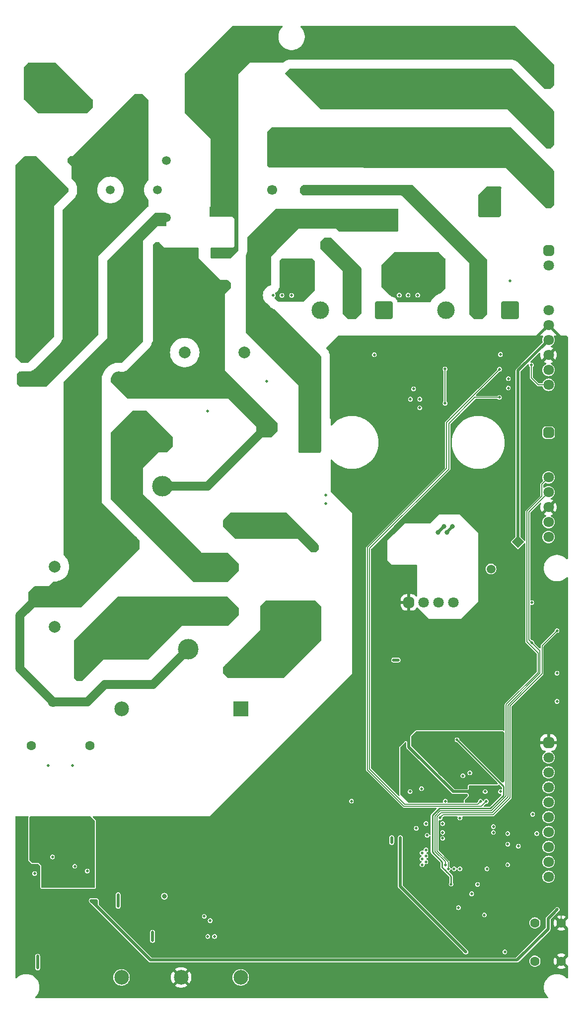
<source format=gbr>
%TF.GenerationSoftware,KiCad,Pcbnew,8.0.2*%
%TF.CreationDate,2024-05-14T20:54:04+07:00*%
%TF.ProjectId,HW.ACIM-PSU,48572e41-4349-44d2-9d50-53552e6b6963,0.0*%
%TF.SameCoordinates,Original*%
%TF.FileFunction,Copper,L2,Inr*%
%TF.FilePolarity,Positive*%
%FSLAX46Y46*%
G04 Gerber Fmt 4.6, Leading zero omitted, Abs format (unit mm)*
G04 Created by KiCad (PCBNEW 8.0.2) date 2024-05-14 20:54:04*
%MOMM*%
%LPD*%
G01*
G04 APERTURE LIST*
G04 Aperture macros list*
%AMRoundRect*
0 Rectangle with rounded corners*
0 $1 Rounding radius*
0 $2 $3 $4 $5 $6 $7 $8 $9 X,Y pos of 4 corners*
0 Add a 4 corners polygon primitive as box body*
4,1,4,$2,$3,$4,$5,$6,$7,$8,$9,$2,$3,0*
0 Add four circle primitives for the rounded corners*
1,1,$1+$1,$2,$3*
1,1,$1+$1,$4,$5*
1,1,$1+$1,$6,$7*
1,1,$1+$1,$8,$9*
0 Add four rect primitives between the rounded corners*
20,1,$1+$1,$2,$3,$4,$5,0*
20,1,$1+$1,$4,$5,$6,$7,0*
20,1,$1+$1,$6,$7,$8,$9,0*
20,1,$1+$1,$8,$9,$2,$3,0*%
%AMRotRect*
0 Rectangle, with rotation*
0 The origin of the aperture is its center*
0 $1 length*
0 $2 width*
0 $3 Rotation angle, in degrees counterclockwise*
0 Add horizontal line*
21,1,$1,$2,0,0,$3*%
G04 Aperture macros list end*
%TA.AperFunction,ComponentPad*%
%ADD10RoundRect,0.450000X-0.450000X0.450000X-0.450000X-0.450000X0.450000X-0.450000X0.450000X0.450000X0*%
%TD*%
%TA.AperFunction,ComponentPad*%
%ADD11C,1.800000*%
%TD*%
%TA.AperFunction,ComponentPad*%
%ADD12R,3.200000X3.200000*%
%TD*%
%TA.AperFunction,ComponentPad*%
%ADD13C,3.200000*%
%TD*%
%TA.AperFunction,ComponentPad*%
%ADD14C,2.600000*%
%TD*%
%TA.AperFunction,ComponentPad*%
%ADD15RoundRect,0.250000X-1.000000X-1.000000X1.000000X-1.000000X1.000000X1.000000X-1.000000X1.000000X0*%
%TD*%
%TA.AperFunction,ComponentPad*%
%ADD16C,2.200000*%
%TD*%
%TA.AperFunction,ComponentPad*%
%ADD17C,2.500000*%
%TD*%
%TA.AperFunction,ComponentPad*%
%ADD18C,1.500000*%
%TD*%
%TA.AperFunction,ComponentPad*%
%ADD19C,2.000000*%
%TD*%
%TA.AperFunction,ComponentPad*%
%ADD20C,3.500000*%
%TD*%
%TA.AperFunction,ComponentPad*%
%ADD21R,3.500000X3.500000*%
%TD*%
%TA.AperFunction,ComponentPad*%
%ADD22C,1.600000*%
%TD*%
%TA.AperFunction,ComponentPad*%
%ADD23RotRect,1.500000X1.500000X225.000000*%
%TD*%
%TA.AperFunction,ComponentPad*%
%ADD24C,1.700000*%
%TD*%
%TA.AperFunction,ComponentPad*%
%ADD25R,1.700000X1.700000*%
%TD*%
%TA.AperFunction,ComponentPad*%
%ADD26RoundRect,0.625000X0.625000X-0.625000X0.625000X0.625000X-0.625000X0.625000X-0.625000X-0.625000X0*%
%TD*%
%TA.AperFunction,ComponentPad*%
%ADD27RoundRect,0.450000X-0.450000X-0.450000X0.450000X-0.450000X0.450000X0.450000X-0.450000X0.450000X0*%
%TD*%
%TA.AperFunction,ComponentPad*%
%ADD28R,2.500000X2.500000*%
%TD*%
%TA.AperFunction,ComponentPad*%
%ADD29RoundRect,0.250000X-1.250000X-1.250000X1.250000X-1.250000X1.250000X1.250000X-1.250000X1.250000X0*%
%TD*%
%TA.AperFunction,ComponentPad*%
%ADD30C,3.000000*%
%TD*%
%TA.AperFunction,ViaPad*%
%ADD31C,0.480000*%
%TD*%
%TA.AperFunction,ViaPad*%
%ADD32C,0.800000*%
%TD*%
%TA.AperFunction,Conductor*%
%ADD33C,1.500000*%
%TD*%
%TA.AperFunction,Conductor*%
%ADD34C,0.160000*%
%TD*%
%TA.AperFunction,Conductor*%
%ADD35C,0.500000*%
%TD*%
%TA.AperFunction,Conductor*%
%ADD36C,0.250000*%
%TD*%
G04 APERTURE END LIST*
D10*
%TO.N,CHASSIS*%
%TO.C,J2*%
X112167100Y-77132900D03*
D11*
X112167100Y-79672900D03*
%TO.N,PGND*%
X112167100Y-84752900D03*
X112167100Y-87292900D03*
X112167100Y-89832900D03*
%TO.N,VDC*%
X112167100Y-94912900D03*
X112167100Y-97452900D03*
X112167100Y-99992900D03*
%TD*%
D10*
%TO.N,Net-(C74-Pad2)*%
%TO.C,J3*%
X112167100Y-139165100D03*
D11*
%TO.N,/MCU/PGC*%
X112167100Y-146785100D03*
%TO.N,/MCU/PGD*%
X112167100Y-149325100D03*
%TO.N,GND*%
X112167100Y-151865100D03*
%TO.N,+3V3*%
X112167100Y-154405100D03*
%TO.N,/MCU/~{MCLR}*%
X112167100Y-156945100D03*
%TD*%
D12*
%TO.N,CHASSIS*%
%TO.C,J1*%
X51794000Y-83118100D03*
D13*
%TO.N,Net-(C2-Pad1)*%
X42294000Y-83118100D03*
%TO.N,Net-(F1-Pad1)*%
X32794000Y-83118100D03*
%TD*%
D14*
%TO.N,VBUS*%
%TO.C,BR1*%
X58044000Y-179618100D03*
%TO.N,Net-(BR1-AC1)*%
X58044000Y-169618100D03*
%TO.N,Net-(BR1-AC2)*%
X58044000Y-162118100D03*
%TO.N,GND_HV*%
X58044000Y-154618100D03*
%TD*%
D15*
%TO.N,VBUS*%
%TO.C,J8*%
X72144000Y-173318100D03*
%TD*%
D10*
%TO.N,GND*%
%TO.C,J5*%
X112168100Y-191954299D03*
D11*
%TO.N,/MCU/CTS2*%
X112168100Y-194494300D03*
%TO.N,/MCU/RTS2*%
X112168100Y-197034300D03*
%TO.N,/MCU/RXD2*%
X112168100Y-199574300D03*
%TO.N,/MCU/TXD2*%
X112168100Y-202114299D03*
%TO.N,/MCU/RXD1*%
X112168100Y-204654301D03*
%TO.N,/MCU/TXD1*%
X112168100Y-207194300D03*
%TO.N,/MCU/USB_DP*%
X112168100Y-209734300D03*
%TO.N,/MCU/USB_DM*%
X112168100Y-212274300D03*
%TO.N,/MCU/VBUS*%
X112168100Y-214814301D03*
%TD*%
D16*
%TO.N,Net-(F1-Pad1)*%
%TO.C,F1*%
X23879000Y-77322100D03*
X23879000Y-81922100D03*
%TO.N,Net-(C2-Pad2)*%
X23879000Y-93222100D03*
X23879000Y-97822100D03*
%TD*%
D17*
%TO.N,Net-(Q6-D)*%
%TO.C,J7*%
X97417099Y-107239200D03*
%TD*%
D18*
%TO.N,Net-(G1-Pad2)*%
%TO.C,M3*%
X45479000Y-97822100D03*
%TO.N,Net-(C2-Pad2)*%
X46979000Y-92822100D03*
%TD*%
D11*
%TO.N,AC1*%
%TO.C,B1*%
X27698935Y-185038165D03*
%TO.N,Net-(BR1-AC1)*%
X32189063Y-180548037D03*
%TD*%
D19*
%TO.N,Net-(Q2-D)*%
%TO.C,RL2*%
X27943999Y-162018099D03*
%TO.N,+5V*%
X27943999Y-172218101D03*
D20*
%TO.N,AC1*%
X25244000Y-167118100D03*
X40643999Y-158218100D03*
X50743999Y-176018100D03*
%TO.N,Net-(BR1-AC1)*%
X43143999Y-176018100D03*
%TD*%
D11*
%TO.N,Net-(C2-Pad1)*%
%TO.C,C2*%
X37794000Y-105418100D03*
%TO.N,Net-(C2-Pad2)*%
X22794000Y-105418100D03*
%TD*%
D21*
%TO.N,VDC*%
%TO.C,C44*%
X92167100Y-92292900D03*
D20*
%TO.N,PGND*%
X92167100Y-82292900D03*
%TD*%
D18*
%TO.N,AC2*%
%TO.C,M4*%
X45479000Y-107522100D03*
%TO.N,AC1*%
X46979000Y-102522100D03*
%TD*%
D22*
%TO.N,PGND*%
%TO.C,C43*%
X68367100Y-77992900D03*
%TO.N,VDC*%
X68367100Y-87992900D03*
%TD*%
%TO.N,/MCU/~{MCLR}*%
%TO.C,BT1*%
X109842000Y-229183900D03*
X109842000Y-222683900D03*
%TO.N,GND*%
X114342000Y-229183900D03*
X114342000Y-222683900D03*
%TD*%
D18*
%TO.N,Net-(BZ1-V-)*%
%TO.C,BZ1*%
X102368903Y-162381997D03*
D23*
%TO.N,+5V*%
X106965097Y-157785803D03*
%TD*%
D11*
%TO.N,AC2*%
%TO.C,C11*%
X57094000Y-114118100D03*
%TO.N,AC1*%
X42094000Y-114118100D03*
%TD*%
D24*
%TO.N,Net-(Q3-D)*%
%TO.C,D8*%
X65067100Y-97832900D03*
D25*
%TO.N,VDC*%
X65067100Y-92752900D03*
%TD*%
D22*
%TO.N,GND_HV*%
%TO.C,C28*%
X72144000Y-158718100D03*
%TO.N,VBUS*%
X72144000Y-168718100D03*
%TD*%
D11*
%TO.N,GND_HV*%
%TO.C,C35*%
X64344000Y-153718100D03*
%TO.N,VBUS*%
X64344000Y-168718100D03*
%TD*%
D24*
%TO.N,Net-(Q6-D)*%
%TO.C,D11*%
X70667100Y-97832900D03*
D25*
%TO.N,VDC*%
X70667100Y-92752900D03*
%TD*%
D18*
%TO.N,Net-(G1-Pad2)*%
%TO.C,M2*%
X37479000Y-97822100D03*
%TO.N,Net-(C2-Pad1)*%
X38979000Y-92822100D03*
%TD*%
D26*
%TO.N,Net-(C2-Pad1)*%
%TO.C,FT1*%
X22844000Y-130018100D03*
D17*
%TO.N,AC2*%
X38844000Y-130018100D03*
%TO.N,Net-(C2-Pad2)*%
X22844000Y-126018100D03*
%TO.N,AC1*%
X38844000Y-126018100D03*
%TD*%
D22*
%TO.N,Net-(MD1-ACN)*%
%TO.C,C1*%
X33943999Y-192493101D03*
%TO.N,Net-(MD1-ACL)*%
X23943999Y-192493101D03*
%TD*%
D27*
%TO.N,GND*%
%TO.C,MD2*%
X88357000Y-168083900D03*
D11*
%TO.N,Net-(MD2-VI+)*%
X90897000Y-168083900D03*
%TO.N,GND1*%
X93437000Y-168083900D03*
%TO.N,+24V*%
X95977000Y-168083900D03*
%TD*%
D17*
%TO.N,Net-(Q3-D)*%
%TO.C,J9*%
X74517099Y-107239200D03*
%TD*%
D28*
%TO.N,Net-(MD1-ACN)*%
%TO.C,MD1*%
X59687100Y-186229200D03*
D17*
%TO.N,Net-(MD1-ACL)*%
X39367100Y-186229200D03*
%TO.N,unconnected-(MD1-NC-Pad3)*%
X39367100Y-231949200D03*
%TO.N,GND*%
X49527100Y-231949200D03*
%TO.N,+15V*%
X59687100Y-231949200D03*
%TD*%
D10*
%TO.N,+24V*%
%TO.C,J4*%
X112167100Y-108149200D03*
D11*
%TO.N,GND1*%
X112167100Y-110689200D03*
%TO.N,+15V*%
X112167100Y-118309200D03*
%TO.N,GND*%
X112167100Y-120849200D03*
%TO.N,+5V*%
X112167100Y-123389200D03*
%TO.N,GND*%
X112167100Y-125929200D03*
%TO.N,/MCU/~{INV_FAULT}*%
X112167100Y-128469200D03*
%TO.N,/MCU/RL_INRUSH_EN*%
X112167100Y-131009200D03*
%TD*%
D18*
%TO.N,Net-(C2-Pad1)*%
%TO.C,M1*%
X30979000Y-92822100D03*
%TO.N,Net-(C2-Pad2)*%
X29479000Y-97822100D03*
%TD*%
D15*
%TO.N,VBUS*%
%TO.C,J6*%
X64344000Y-173318100D03*
%TD*%
D19*
%TO.N,Net-(Q1-D)*%
%TO.C,RL1*%
X60344001Y-125518099D03*
%TO.N,+5V*%
X50143999Y-125518099D03*
D20*
%TO.N,AC2*%
X55244000Y-122818100D03*
X64144000Y-138218099D03*
X46344000Y-148318099D03*
%TO.N,Net-(BR1-AC2)*%
X46344000Y-140718099D03*
%TD*%
D29*
%TO.N,Net-(Q3-G)*%
%TO.C,Q3*%
X84117099Y-118289200D03*
D30*
%TO.N,Net-(Q3-D)*%
X78667099Y-118289200D03*
%TO.N,Net-(Q3-S)*%
X73217099Y-118289200D03*
%TD*%
D29*
%TO.N,Net-(Q6-G)*%
%TO.C,Q6*%
X105617100Y-118289200D03*
D30*
%TO.N,Net-(Q6-D)*%
X100167100Y-118289200D03*
%TO.N,Net-(Q6-S)*%
X94717100Y-118289200D03*
%TD*%
D31*
%TO.N,AC1*%
X26843999Y-195893101D03*
%TO.N,AC2*%
X31043999Y-195893101D03*
%TO.N,/MCU/~{MCLR}*%
X89618100Y-206554300D03*
%TO.N,GND*%
X93868100Y-209254300D03*
X110417000Y-159783900D03*
X70917000Y-229783900D03*
X66917000Y-213783900D03*
X102417000Y-178783900D03*
X42417000Y-207783900D03*
X86437785Y-141184615D03*
X107917000Y-234783900D03*
X99868100Y-210934300D03*
X37417000Y-207783900D03*
X37327100Y-226249200D03*
X72417000Y-204783900D03*
X102417000Y-163783900D03*
X62917000Y-229783900D03*
X104417000Y-176783900D03*
X70917000Y-218783900D03*
X92417000Y-178783900D03*
X98417000Y-174783900D03*
X102468100Y-211734300D03*
X105668100Y-205534300D03*
X102768100Y-208754300D03*
X108368100Y-197034300D03*
X106417000Y-171783900D03*
X98917000Y-234783900D03*
X21917000Y-216783900D03*
X82917000Y-224783900D03*
X67417000Y-192783900D03*
X21917000Y-208783900D03*
X79417000Y-159783900D03*
X21917000Y-204783900D03*
X98417000Y-178783900D03*
X62417000Y-207783900D03*
X101268100Y-217684300D03*
X86917000Y-218783900D03*
X79417000Y-154783900D03*
X88692101Y-125389200D03*
X78017100Y-123389200D03*
X79467100Y-147389200D03*
X107467100Y-123389200D03*
X103917000Y-229783900D03*
X47417000Y-204783900D03*
X92467100Y-123389200D03*
X87917100Y-129389200D03*
X99467100Y-123389200D03*
X62917000Y-218783900D03*
X102367000Y-200983900D03*
X40917000Y-234783900D03*
X74917000Y-234783900D03*
X35917000Y-234783900D03*
X95823100Y-205754300D03*
X42417000Y-204783900D03*
X75467100Y-132389200D03*
X30917000Y-234783900D03*
X79417000Y-176783900D03*
X90917100Y-129389200D03*
X91417000Y-150783900D03*
X21917000Y-212783900D03*
X98568100Y-204804300D03*
X90917000Y-224783900D03*
X62417000Y-197783900D03*
X83417000Y-181783900D03*
X95442101Y-125389200D03*
X105768100Y-226879301D03*
X106417000Y-167783900D03*
X21917000Y-228783900D03*
X75467100Y-136389200D03*
X27752100Y-225349200D03*
X66917000Y-234783900D03*
X52417000Y-204783900D03*
X83417000Y-192783900D03*
X74917000Y-213783900D03*
X78417000Y-181783900D03*
X96417000Y-145783900D03*
X97923100Y-225829301D03*
X57417000Y-207783900D03*
X93718100Y-224784300D03*
X67417000Y-207783900D03*
X102417000Y-170783900D03*
X88617100Y-135889198D03*
X67417000Y-204783900D03*
X66917000Y-224783900D03*
X88417000Y-174783900D03*
X21917000Y-220783900D03*
X79417000Y-165783900D03*
X100417000Y-176783900D03*
X102417000Y-151783900D03*
X42277100Y-222274201D03*
X106467100Y-178783900D03*
X37417000Y-204783900D03*
X40227100Y-226249200D03*
X84487785Y-147634615D03*
X95968100Y-200304300D03*
X75467100Y-128389200D03*
X73417000Y-186783900D03*
X82467100Y-136389200D03*
X106218100Y-159779301D03*
X38777100Y-226249200D03*
X86917000Y-229783900D03*
X99168100Y-200304300D03*
X102417000Y-167783900D03*
X106417000Y-163783900D03*
X114467100Y-146389200D03*
X78917000Y-229783900D03*
X47417000Y-207783900D03*
X79417000Y-170783900D03*
X114467100Y-135389200D03*
X82917000Y-213783900D03*
X74917000Y-224783900D03*
X52417000Y-207783900D03*
X82917000Y-234783900D03*
X83417000Y-186783900D03*
X75467100Y-124389200D03*
X78917000Y-218783900D03*
X107817100Y-129964201D03*
X57417000Y-202783900D03*
X89417100Y-129389200D03*
X57917000Y-234783900D03*
X89618100Y-209754300D03*
X102417000Y-145783900D03*
X114467100Y-141389200D03*
X77417000Y-150783900D03*
X102417000Y-157783900D03*
X106417000Y-174783900D03*
X85467100Y-123389200D03*
X97568100Y-200304300D03*
X62417000Y-204783900D03*
X93917000Y-229783900D03*
X92417000Y-174783900D03*
X109437785Y-134334615D03*
X57917000Y-224783900D03*
X96567000Y-210983900D03*
X90917000Y-234783900D03*
X87417000Y-150783900D03*
X104417000Y-169783900D03*
X99123100Y-209404300D03*
X25917000Y-234783900D03*
X107817100Y-131564201D03*
%TO.N,+5V*%
X35077100Y-218849200D03*
X113667000Y-220370400D03*
X34177100Y-218849200D03*
X113017000Y-221020400D03*
X105617100Y-113289200D03*
D32*
%TO.N,Net-(C2-Pad1)*%
X30294000Y-105418100D03*
X30367099Y-125418100D03*
X25767099Y-130018100D03*
X34294000Y-115418100D03*
X34294000Y-120418100D03*
X28117099Y-127668100D03*
X30367099Y-115418100D03*
X34294000Y-105418100D03*
X30367099Y-120418100D03*
X34294000Y-110418100D03*
X30294000Y-110418100D03*
%TO.N,Net-(C2-Pad2)*%
X22794000Y-110418100D03*
X22794000Y-115418100D03*
X26794000Y-105418100D03*
X26794000Y-110418100D03*
X26794000Y-115418100D03*
X26794000Y-120418100D03*
X22794000Y-120418100D03*
%TO.N,CHASSIS*%
X56029000Y-108522100D03*
X57279000Y-108522100D03*
D31*
%TO.N,+15V*%
X25077100Y-228324199D03*
X105317100Y-129964201D03*
X25077100Y-230324199D03*
X25077100Y-229324199D03*
X105317100Y-131564201D03*
%TO.N,+3V3*%
X86918100Y-208154300D03*
X101233100Y-221304300D03*
X97023100Y-226554300D03*
X86537785Y-177884615D03*
X90217100Y-134939198D03*
X104718100Y-227604300D03*
X98073100Y-227604300D03*
X44668100Y-225654300D03*
X86918100Y-208954300D03*
X44668100Y-224254300D03*
X110168100Y-207454300D03*
X85737785Y-177884615D03*
%TO.N,VREF*%
X95568100Y-216054300D03*
D32*
X46677100Y-218124201D03*
D31*
X96568100Y-191479301D03*
%TO.N,AGND*%
X26043999Y-207718100D03*
X96218100Y-192879301D03*
X69167099Y-116489200D03*
X97068100Y-213454300D03*
X101667099Y-97512900D03*
X89668100Y-190329301D03*
X54477100Y-222274199D03*
X38777100Y-218849200D03*
X103667099Y-102162900D03*
X94518100Y-195679301D03*
X103867099Y-97512900D03*
X87168100Y-192879301D03*
X38777100Y-217849200D03*
X94518100Y-190329301D03*
X96068100Y-213454300D03*
X88567099Y-109139200D03*
X71767099Y-109739200D03*
X93167099Y-109139200D03*
X103518100Y-195679301D03*
X91768100Y-192879301D03*
X38777100Y-219849200D03*
X28893999Y-207718100D03*
X31843999Y-207718100D03*
X89067099Y-116489200D03*
X100768100Y-190329301D03*
X99618100Y-195679301D03*
X89568100Y-201029299D03*
X103505600Y-192391801D03*
X69567099Y-109739200D03*
X87168100Y-196879301D03*
X90667099Y-116489200D03*
X87467099Y-116489200D03*
X65967099Y-116489200D03*
X100467099Y-102162900D03*
%TO.N,AVDD*%
X88568100Y-200304300D03*
X55227100Y-224974199D03*
X24552100Y-214249200D03*
X97568100Y-197604300D03*
X31393998Y-213018100D03*
X54077100Y-224974199D03*
D32*
%TO.N,PGND*%
X86117099Y-101489200D03*
X86117099Y-104489200D03*
X83117099Y-104489200D03*
X63867099Y-104989200D03*
X84617099Y-101489200D03*
X63867099Y-107989200D03*
X86117099Y-102989200D03*
X83117099Y-102989200D03*
X84617099Y-104489200D03*
X62367099Y-106489200D03*
X83117099Y-101489200D03*
X71444000Y-139168100D03*
X65367099Y-107989200D03*
X69944000Y-139168100D03*
X69944000Y-142168100D03*
X71444000Y-140668100D03*
X72944000Y-140668100D03*
X65367099Y-104989200D03*
X71444000Y-142168100D03*
X65367099Y-106489200D03*
X72944000Y-142168100D03*
X62367099Y-104989200D03*
X63867099Y-106489200D03*
X62367099Y-107989200D03*
X84617099Y-102989200D03*
X72944000Y-139168100D03*
X69944000Y-140668100D03*
D31*
%TO.N,/MCU/PFC_VREF*%
X27593999Y-211418100D03*
X53477100Y-221549200D03*
X90618100Y-212754300D03*
%TO.N,/MCU/PFC_IA_SENSE*%
X91268100Y-211254300D03*
X68367099Y-115789200D03*
%TO.N,/MCU/IDC_SENSE*%
X90618100Y-210754300D03*
X98768100Y-197104300D03*
%TO.N,/MCU/VAC_SENSE*%
X33544000Y-213818099D03*
X91268100Y-212254300D03*
%TO.N,/MCU/PFC_IB_SENSE*%
X89867099Y-115739200D03*
X90618100Y-211754300D03*
%TO.N,/MCU/VDC_SENSE*%
X91268100Y-210254300D03*
X90518100Y-199804300D03*
%TO.N,/MCU/~{PFC_FLT_OC}*%
X54044000Y-135518100D03*
X78568100Y-201929299D03*
D32*
%TO.N,+24V*%
X95817000Y-155133900D03*
X94817000Y-156133900D03*
%TO.N,GND1*%
X93317000Y-156133900D03*
X94317000Y-155133900D03*
D31*
%TO.N,/Interleaved PFC/PFC_GATE_A*%
X103967100Y-125839200D03*
%TO.N,/Interleaved PFC/PFC_GATE_B*%
X82467100Y-125889200D03*
%TO.N,/MCU/IND_RUN*%
X93667100Y-204790099D03*
X113617000Y-172883900D03*
%TO.N,/MCU/~{INV_FAULT}*%
X97068100Y-204804300D03*
%TO.N,/MCU/RXD2*%
X105218100Y-207454300D03*
%TO.N,/MCU/TXD1*%
X102768100Y-206254300D03*
%TO.N,/MCU/CTS2*%
X105218100Y-212754300D03*
%TO.N,/MCU/RXD1*%
X102768100Y-207254300D03*
%TO.N,/MCU/RTS2*%
X101668100Y-213454300D03*
%TO.N,/MCU/PGD*%
X109317000Y-174908899D03*
X95068100Y-213454300D03*
%TO.N,/MCU/PGC*%
X94568100Y-212804300D03*
%TO.N,/Interleaved PFC/PFC_PWMA*%
X103968100Y-200304300D03*
X94517100Y-128314201D03*
X94517100Y-134164201D03*
X113617000Y-184933900D03*
X94517100Y-134164201D03*
%TO.N,/Interleaved PFC/PFC_PWMB*%
X101368100Y-200304300D03*
X113617000Y-180133900D03*
%TO.N,/MCU/IND_ERR*%
X109317000Y-168108899D03*
X94568100Y-201954300D03*
%TO.N,/MCU/RL_INRUSH_EN*%
X64094000Y-130393099D03*
X109244000Y-127643099D03*
X94118100Y-205754300D03*
%TO.N,/MCU/RL_TEST_EN*%
X91268100Y-205754300D03*
%TO.N,/Interleaved PFC/SDA*%
X90217100Y-133464199D03*
X91468100Y-207754300D03*
%TO.N,/Interleaved PFC/IDC_SENSE_P*%
X74194000Y-149768100D03*
%TO.N,/Interleaved PFC/IDC_SENSE_N*%
X74194000Y-151268100D03*
%TO.N,/Interleaved PFC/SCL*%
X94118100Y-207254300D03*
X88617100Y-133464199D03*
%TO.N,/Interleaved PFC/PFC_IA_SENSE_N*%
X65217099Y-115789200D03*
%TO.N,/Interleaved PFC/PFC_IA_SENSE_P*%
X66717099Y-115789200D03*
%TO.N,/Interleaved PFC/PFC_ENA*%
X100568100Y-201954300D03*
X103817100Y-133164201D03*
%TO.N,/Interleaved PFC/PFC_ENB*%
X103817100Y-128364201D03*
X101568100Y-201954300D03*
%TO.N,/Interleaved PFC/PFC_IB_SENSE_N*%
X86717099Y-115739200D03*
%TO.N,/Interleaved PFC/PFC_IB_SENSE_P*%
X88217099Y-115739200D03*
%TO.N,/Interleaved PFC/~{THERMAL_ALERT}*%
X89167100Y-131714199D03*
X94118100Y-208254300D03*
%TO.N,/MCU/~{MEM_TMP}*%
X96823100Y-220054300D03*
X100068100Y-216104300D03*
%TO.N,/MCU/SYS_CLK_EN*%
X105218100Y-209254300D03*
X109468101Y-204154300D03*
%TO.N,Net-(U14-VDD1)*%
X99068100Y-217704300D03*
X107018100Y-209604300D03*
X85443101Y-208954300D03*
X85443101Y-208154300D03*
%TD*%
D33*
%TO.N,Net-(BR1-AC1)*%
X32189063Y-180548037D02*
X36719000Y-176018100D01*
X36719000Y-176018100D02*
X43143999Y-176018100D01*
%TO.N,AC1*%
X25244000Y-167118100D02*
X22044000Y-170318100D01*
X44694000Y-182068099D02*
X50743999Y-176018100D01*
X36494000Y-182068099D02*
X44694000Y-182068099D01*
X33523934Y-185038165D02*
X36494000Y-182068099D01*
X22044000Y-179383230D02*
X27698935Y-185038165D01*
X27698935Y-185038165D02*
X33523934Y-185038165D01*
X22044000Y-170318100D02*
X22044000Y-179383230D01*
%TO.N,AC2*%
X46344000Y-148318099D02*
X54044000Y-148318099D01*
X54044000Y-148318099D02*
X64144000Y-138218099D01*
D34*
%TO.N,GND*%
X105768100Y-222158200D02*
X108841685Y-219084615D01*
D35*
X96982101Y-123849200D02*
X95442101Y-125389200D01*
X88357000Y-168083900D02*
X88357000Y-192693200D01*
X89618100Y-208904300D02*
X89618100Y-209754300D01*
X95968100Y-200304300D02*
X99168100Y-200304300D01*
D34*
X98973100Y-226879301D02*
X97923100Y-225829301D01*
D35*
X79667100Y-198953300D02*
X89618100Y-208904300D01*
X79667100Y-156689200D02*
X79667100Y-198953300D01*
D34*
X114342000Y-220149200D02*
X114342000Y-222683900D01*
X94118100Y-209254300D02*
X98568100Y-204804300D01*
X114342000Y-220149200D02*
X114342000Y-219999515D01*
D35*
X113517100Y-127279200D02*
X112167100Y-125929200D01*
X113517100Y-150515100D02*
X113517100Y-127279200D01*
X112167100Y-151865100D02*
X113517100Y-150515100D01*
X112167100Y-120849200D02*
X109167100Y-123849200D01*
X88357000Y-192693200D02*
X95968100Y-200304300D01*
X112167100Y-120849200D02*
X114167100Y-122849200D01*
X114167100Y-122849200D02*
X114167100Y-123929200D01*
D34*
X114342000Y-219999515D02*
X113427100Y-219084615D01*
X105768100Y-226879301D02*
X105768100Y-222158200D01*
X105768100Y-226879301D02*
X98973100Y-226879301D01*
D35*
X109167100Y-123849200D02*
X96982101Y-123849200D01*
X92617100Y-132589200D02*
X92617100Y-143739200D01*
D34*
X93868100Y-209254300D02*
X94118100Y-209254300D01*
D35*
X92617100Y-143739200D02*
X79667100Y-156689200D01*
D34*
X108841685Y-219084615D02*
X113427100Y-219084615D01*
D35*
X89417100Y-129389200D02*
X92617100Y-132589200D01*
X114167100Y-123929200D02*
X112167100Y-125929200D01*
%TO.N,+5V*%
X106771600Y-229004300D02*
X44332200Y-229004300D01*
X113017000Y-221020400D02*
X112092000Y-221945400D01*
X35077100Y-219333900D02*
X35077100Y-218849200D01*
X44332200Y-229004300D02*
X35077100Y-219749200D01*
X35077100Y-219333900D02*
X35077100Y-219284300D01*
X35077100Y-218849200D02*
X34642000Y-218849200D01*
X106965097Y-157785803D02*
X106965097Y-133139200D01*
X35077100Y-219749200D02*
X35077100Y-219333900D01*
X106965097Y-129939200D02*
X106965097Y-128591203D01*
X112092000Y-223683900D02*
X106771600Y-229004300D01*
X34642000Y-218849200D02*
X34177100Y-218849200D01*
X35077100Y-219749200D02*
X34177100Y-218849200D01*
X106965097Y-133139200D02*
X106965097Y-129939200D01*
X106965097Y-128591203D02*
X112167100Y-123389200D01*
X113667000Y-220370400D02*
X113017000Y-221020400D01*
X112092000Y-221945400D02*
X112092000Y-223683900D01*
X35077100Y-219284300D02*
X34642000Y-218849200D01*
%TO.N,+15V*%
X25077100Y-228324199D02*
X25077100Y-230324199D01*
%TO.N,+3V3*%
X86918100Y-208154300D02*
X86918100Y-208954300D01*
X86918100Y-216449300D02*
X97023100Y-226554300D01*
X86537785Y-177884615D02*
X85737785Y-177884615D01*
X98073100Y-227604300D02*
X97023100Y-226554300D01*
X44668100Y-224254300D02*
X44668100Y-225654300D01*
X86918100Y-208954300D02*
X86918100Y-216449300D01*
D36*
%TO.N,VREF*%
X102243099Y-203179301D02*
X93543099Y-203179301D01*
X94018100Y-213204300D02*
X94493100Y-213679300D01*
X92368100Y-210604300D02*
X94018100Y-212254300D01*
X93543099Y-203179301D02*
X92368100Y-204354300D01*
X94493100Y-213679300D02*
X95568100Y-214754300D01*
X96568100Y-191479301D02*
X104518100Y-199429301D01*
X104518100Y-199429301D02*
X104518100Y-200904300D01*
X94493100Y-213679300D02*
X94768100Y-213954300D01*
X95568100Y-214754300D02*
X95568100Y-216054300D01*
X104518100Y-200904300D02*
X102243099Y-203179301D01*
X92368100Y-204354300D02*
X92368100Y-210604300D01*
X94018100Y-212254300D02*
X94018100Y-213204300D01*
D35*
%TO.N,AGND*%
X38777100Y-217849200D02*
X38777100Y-219849200D01*
%TO.N,+24V*%
X95817000Y-155133900D02*
X94817000Y-156133900D01*
%TO.N,GND1*%
X94317000Y-155133900D02*
X93317000Y-156133900D01*
D34*
%TO.N,/MCU/IND_RUN*%
X93667100Y-204790099D02*
X93870150Y-204587050D01*
X102693099Y-204279301D02*
X105618100Y-201354300D01*
X93870150Y-204587050D02*
X94177899Y-204279301D01*
X111068100Y-180239098D02*
X111068100Y-175432800D01*
X105618100Y-201354300D02*
X105618100Y-185689098D01*
X105618100Y-185689098D02*
X111068100Y-180239098D01*
X94177899Y-204279301D02*
X102693099Y-204279301D01*
X111068100Y-175432800D02*
X113617000Y-172883900D01*
%TO.N,/MCU/PGD*%
X109317000Y-174908899D02*
X108817100Y-174408999D01*
X93821599Y-203929301D02*
X93187100Y-204563800D01*
X108817100Y-152675100D02*
X108817100Y-169935100D01*
X108817100Y-174408999D02*
X108817100Y-172185100D01*
X110718100Y-180132800D02*
X105268100Y-185582800D01*
X95068100Y-212285000D02*
X95068100Y-213454300D01*
X108817100Y-172185100D02*
X108817100Y-171908899D01*
X105268100Y-185582800D02*
X105268100Y-201204300D01*
X112167100Y-149325100D02*
X108817100Y-152675100D01*
X109317000Y-174908899D02*
X110718100Y-176309999D01*
X93187100Y-204563800D02*
X93187100Y-210404000D01*
X93187100Y-210404000D02*
X95068100Y-212285000D01*
X108817100Y-169935100D02*
X108817100Y-171008899D01*
X108817100Y-169935100D02*
X108817100Y-172185100D01*
X105268100Y-201204300D02*
X102543099Y-203929301D01*
X110718100Y-176309999D02*
X110718100Y-180132800D01*
X102543099Y-203929301D02*
X93821599Y-203929301D01*
%TO.N,/MCU/PGC*%
X104918100Y-201054300D02*
X104918100Y-185480252D01*
X94568100Y-212804300D02*
X94568100Y-212237548D01*
X110398100Y-176684300D02*
X108497100Y-174783300D01*
X110398100Y-180000252D02*
X110398100Y-176684300D01*
X94568100Y-212237548D02*
X92818100Y-210487548D01*
X111027100Y-147925100D02*
X112167100Y-146785100D01*
X92818100Y-210487548D02*
X92818100Y-204454300D01*
X108497100Y-174254300D02*
X108497100Y-173954300D01*
X102393099Y-203579301D02*
X104918100Y-201054300D01*
X108497100Y-152542552D02*
X111027100Y-150012552D01*
X104918100Y-185480252D02*
X110398100Y-180000252D01*
X92818100Y-204454300D02*
X93693099Y-203579301D01*
X108497100Y-174783300D02*
X108497100Y-173954300D01*
X108497100Y-173954300D02*
X108497100Y-152542552D01*
X111027100Y-150012552D02*
X111027100Y-147925100D01*
X93693099Y-203579301D02*
X102393099Y-203579301D01*
%TO.N,/Interleaved PFC/PFC_PWMA*%
X94517100Y-134164201D02*
X94517100Y-128314201D01*
%TO.N,/MCU/RL_INRUSH_EN*%
X109244000Y-129843099D02*
X110410101Y-131009200D01*
X109244000Y-127643099D02*
X109244000Y-129843099D01*
X110410101Y-131009200D02*
X112167100Y-131009200D01*
%TO.N,/Interleaved PFC/PFC_ENA*%
X81667100Y-196464201D02*
X81667100Y-158864201D01*
X100568100Y-201954300D02*
X100082301Y-202440099D01*
X87642998Y-202440099D02*
X81667100Y-196464201D01*
X81667100Y-158864201D02*
X95167100Y-145364201D01*
X103817100Y-133164201D02*
X103537100Y-133164201D01*
X95167100Y-145364201D02*
X95167100Y-137616749D01*
X95167100Y-137616749D02*
X99619648Y-133164201D01*
X100082301Y-202440099D02*
X87642998Y-202440099D01*
X99619648Y-133164201D02*
X103817100Y-133164201D01*
%TO.N,/Interleaved PFC/PFC_ENB*%
X94767100Y-137714201D02*
X94767100Y-145264201D01*
X87492998Y-202790099D02*
X100732301Y-202790099D01*
X81317100Y-196614201D02*
X87492998Y-202790099D01*
X94767100Y-137564201D02*
X94767100Y-137714201D01*
X100732301Y-202790099D02*
X101568100Y-201954300D01*
X94767100Y-137414201D02*
X94767100Y-137714201D01*
X81317100Y-158714201D02*
X81317100Y-196614201D01*
X94767100Y-145264201D02*
X81317100Y-158714201D01*
X103817100Y-128364201D02*
X94767100Y-137414201D01*
D35*
%TO.N,Net-(U14-VDD1)*%
X85443101Y-208154300D02*
X85443101Y-208954300D01*
%TD*%
%TA.AperFunction,Conductor*%
%TO.N,AGND*%
G36*
X34123327Y-204549435D02*
G01*
X34143969Y-204566069D01*
X34821331Y-205243431D01*
X34854816Y-205304754D01*
X34857650Y-205331112D01*
X34857650Y-216578388D01*
X34837965Y-216645427D01*
X34821331Y-216666069D01*
X34793969Y-216693431D01*
X34732646Y-216726916D01*
X34706288Y-216729750D01*
X25831650Y-216729750D01*
X25764611Y-216710065D01*
X25718856Y-216657261D01*
X25707650Y-216605750D01*
X25707650Y-213818095D01*
X33138508Y-213818095D01*
X33138508Y-213818102D01*
X33158352Y-213943399D01*
X33158352Y-213943400D01*
X33158354Y-213943403D01*
X33215950Y-214056441D01*
X33215952Y-214056443D01*
X33215954Y-214056446D01*
X33305652Y-214146144D01*
X33305654Y-214146145D01*
X33305658Y-214146149D01*
X33418696Y-214203745D01*
X33418697Y-214203745D01*
X33418699Y-214203746D01*
X33543997Y-214223591D01*
X33544000Y-214223591D01*
X33544003Y-214223591D01*
X33669300Y-214203746D01*
X33669301Y-214203746D01*
X33669302Y-214203745D01*
X33669304Y-214203745D01*
X33782342Y-214146149D01*
X33872050Y-214056441D01*
X33929646Y-213943403D01*
X33929646Y-213943401D01*
X33929647Y-213943400D01*
X33929647Y-213943399D01*
X33949492Y-213818102D01*
X33949492Y-213818095D01*
X33929647Y-213692798D01*
X33929647Y-213692797D01*
X33929646Y-213692795D01*
X33872050Y-213579757D01*
X33872046Y-213579753D01*
X33872045Y-213579751D01*
X33782347Y-213490053D01*
X33782344Y-213490051D01*
X33782342Y-213490049D01*
X33669304Y-213432453D01*
X33669303Y-213432452D01*
X33669300Y-213432451D01*
X33544003Y-213412607D01*
X33543997Y-213412607D01*
X33418699Y-213432451D01*
X33418698Y-213432451D01*
X33343337Y-213470850D01*
X33305658Y-213490049D01*
X33305657Y-213490050D01*
X33305652Y-213490053D01*
X33215954Y-213579751D01*
X33215951Y-213579756D01*
X33158352Y-213692797D01*
X33158352Y-213692798D01*
X33138508Y-213818095D01*
X25707650Y-213818095D01*
X25707650Y-213018096D01*
X30988506Y-213018096D01*
X30988506Y-213018103D01*
X31008350Y-213143400D01*
X31008350Y-213143401D01*
X31008352Y-213143404D01*
X31065948Y-213256442D01*
X31065950Y-213256444D01*
X31065952Y-213256447D01*
X31155650Y-213346145D01*
X31155652Y-213346146D01*
X31155656Y-213346150D01*
X31268694Y-213403746D01*
X31268695Y-213403746D01*
X31268697Y-213403747D01*
X31393995Y-213423592D01*
X31393998Y-213423592D01*
X31394001Y-213423592D01*
X31519298Y-213403747D01*
X31519299Y-213403747D01*
X31519300Y-213403746D01*
X31519302Y-213403746D01*
X31632340Y-213346150D01*
X31722048Y-213256442D01*
X31779644Y-213143404D01*
X31779644Y-213143402D01*
X31779645Y-213143401D01*
X31779645Y-213143400D01*
X31799490Y-213018103D01*
X31799490Y-213018096D01*
X31779645Y-212892799D01*
X31779645Y-212892798D01*
X31779644Y-212892796D01*
X31722048Y-212779758D01*
X31722044Y-212779754D01*
X31722043Y-212779752D01*
X31632345Y-212690054D01*
X31632342Y-212690052D01*
X31632340Y-212690050D01*
X31519302Y-212632454D01*
X31519301Y-212632453D01*
X31519298Y-212632452D01*
X31394001Y-212612608D01*
X31393995Y-212612608D01*
X31268697Y-212632452D01*
X31268696Y-212632452D01*
X31193335Y-212670851D01*
X31155656Y-212690050D01*
X31155655Y-212690051D01*
X31155650Y-212690054D01*
X31065952Y-212779752D01*
X31065949Y-212779757D01*
X31008350Y-212892798D01*
X31008350Y-212892799D01*
X30988506Y-213018096D01*
X25707650Y-213018096D01*
X25707650Y-212929750D01*
X25257650Y-212479750D01*
X24209012Y-212479750D01*
X24141973Y-212460065D01*
X24121331Y-212443431D01*
X23693969Y-212016069D01*
X23660484Y-211954746D01*
X23657650Y-211928388D01*
X23657650Y-211418096D01*
X27188507Y-211418096D01*
X27188507Y-211418103D01*
X27208351Y-211543400D01*
X27208351Y-211543401D01*
X27208353Y-211543404D01*
X27265949Y-211656442D01*
X27265951Y-211656444D01*
X27265953Y-211656447D01*
X27355651Y-211746145D01*
X27355653Y-211746146D01*
X27355657Y-211746150D01*
X27468695Y-211803746D01*
X27468696Y-211803746D01*
X27468698Y-211803747D01*
X27593996Y-211823592D01*
X27593999Y-211823592D01*
X27594002Y-211823592D01*
X27719299Y-211803747D01*
X27719300Y-211803747D01*
X27719301Y-211803746D01*
X27719303Y-211803746D01*
X27832341Y-211746150D01*
X27922049Y-211656442D01*
X27979645Y-211543404D01*
X27979645Y-211543402D01*
X27979646Y-211543401D01*
X27979646Y-211543400D01*
X27999491Y-211418103D01*
X27999491Y-211418096D01*
X27979646Y-211292799D01*
X27979646Y-211292798D01*
X27979645Y-211292796D01*
X27922049Y-211179758D01*
X27922045Y-211179754D01*
X27922044Y-211179752D01*
X27832346Y-211090054D01*
X27832343Y-211090052D01*
X27832341Y-211090050D01*
X27719303Y-211032454D01*
X27719302Y-211032453D01*
X27719299Y-211032452D01*
X27594002Y-211012608D01*
X27593996Y-211012608D01*
X27468698Y-211032452D01*
X27468697Y-211032452D01*
X27393336Y-211070851D01*
X27355657Y-211090050D01*
X27355656Y-211090051D01*
X27355651Y-211090054D01*
X27265953Y-211179752D01*
X27265950Y-211179757D01*
X27208351Y-211292798D01*
X27208351Y-211292799D01*
X27188507Y-211418096D01*
X23657650Y-211418096D01*
X23657650Y-204731112D01*
X23677335Y-204664073D01*
X23693969Y-204643431D01*
X23771331Y-204566069D01*
X23832654Y-204532584D01*
X23859012Y-204529750D01*
X34056288Y-204529750D01*
X34123327Y-204549435D01*
G37*
%TD.AperFunction*%
%TD*%
%TA.AperFunction,Conductor*%
%TO.N,Net-(BR1-AC2)*%
G36*
X43609677Y-135437785D02*
G01*
X43630319Y-135454419D01*
X48107681Y-139931781D01*
X48141166Y-139993104D01*
X48144000Y-140019462D01*
X48144000Y-141416738D01*
X48124315Y-141483777D01*
X48107681Y-141504419D01*
X47130319Y-142481781D01*
X47068996Y-142515266D01*
X47042638Y-142518100D01*
X45643999Y-142518100D01*
X43044000Y-145118099D01*
X43044000Y-149618100D01*
X43966047Y-150540147D01*
X43972872Y-150547550D01*
X43980686Y-150556749D01*
X44016686Y-150590850D01*
X44019092Y-150593192D01*
X53044000Y-159618100D01*
X57392638Y-159618100D01*
X57459677Y-159637785D01*
X57480319Y-159654419D01*
X59357681Y-161531781D01*
X59391166Y-161593104D01*
X59394000Y-161619462D01*
X59394000Y-162616738D01*
X59374315Y-162683777D01*
X59357681Y-162704419D01*
X57480319Y-164581781D01*
X57418996Y-164615266D01*
X57392638Y-164618100D01*
X51795362Y-164618100D01*
X51728323Y-164598415D01*
X51707681Y-164581781D01*
X37570819Y-150444919D01*
X37537334Y-150383596D01*
X37534500Y-150357238D01*
X37534500Y-139178962D01*
X37554185Y-139111923D01*
X37570819Y-139091281D01*
X41207681Y-135454419D01*
X41269004Y-135420934D01*
X41295362Y-135418100D01*
X43542638Y-135418100D01*
X43609677Y-135437785D01*
G37*
%TD.AperFunction*%
%TD*%
%TA.AperFunction,Conductor*%
%TO.N,PGND*%
G36*
X105880175Y-77159986D02*
G01*
X105900826Y-77176626D01*
X113080781Y-84356581D01*
X113114266Y-84417904D01*
X113117100Y-84444262D01*
X113117100Y-90141538D01*
X113097415Y-90208577D01*
X113080781Y-90229219D01*
X112593419Y-90716581D01*
X112532096Y-90750066D01*
X112505738Y-90752900D01*
X111828462Y-90752900D01*
X111761423Y-90733215D01*
X111740781Y-90716581D01*
X111267423Y-90243223D01*
X111266997Y-90242796D01*
X111166719Y-90141538D01*
X105176616Y-84092900D01*
X105176615Y-84092900D01*
X73368462Y-84092900D01*
X73301423Y-84073215D01*
X73280781Y-84056581D01*
X67304781Y-78080581D01*
X67271296Y-78019258D01*
X67276280Y-77949566D01*
X67304781Y-77905219D01*
X68030781Y-77179219D01*
X68092104Y-77145734D01*
X68118462Y-77142900D01*
X68641510Y-77142900D01*
X68644818Y-77143557D01*
X68667754Y-77143554D01*
X68667756Y-77143556D01*
X105813135Y-77140307D01*
X105880175Y-77159986D01*
G37*
%TD.AperFunction*%
%TD*%
%TA.AperFunction,Conductor*%
%TO.N,Net-(Q3-D)*%
G36*
X75084282Y-105958107D02*
G01*
X75096095Y-105968196D01*
X80238103Y-111110204D01*
X80265880Y-111164721D01*
X80267099Y-111180208D01*
X80267099Y-118848192D01*
X80248192Y-118906383D01*
X80238103Y-118918196D01*
X79346095Y-119810204D01*
X79291578Y-119837981D01*
X79276091Y-119839200D01*
X78058107Y-119839200D01*
X77999916Y-119820293D01*
X77988103Y-119810204D01*
X77096095Y-118918196D01*
X77068318Y-118863679D01*
X77067099Y-118848192D01*
X77067099Y-111639200D01*
X73246095Y-107818196D01*
X73218318Y-107763679D01*
X73217099Y-107748192D01*
X73217099Y-106730208D01*
X73236006Y-106672017D01*
X73246095Y-106660204D01*
X73938103Y-105968196D01*
X73992620Y-105940419D01*
X74008107Y-105939200D01*
X75026091Y-105939200D01*
X75084282Y-105958107D01*
G37*
%TD.AperFunction*%
%TD*%
%TA.AperFunction,Conductor*%
%TO.N,AC2*%
G36*
X45809677Y-106737785D02*
G01*
X45830319Y-106754419D01*
X46694000Y-107618100D01*
X52355000Y-107618100D01*
X52422039Y-107637785D01*
X52467794Y-107690589D01*
X52479000Y-107742100D01*
X52479000Y-109403100D01*
X53431981Y-110356081D01*
X53444243Y-110370364D01*
X53452413Y-110381488D01*
X53452416Y-110381491D01*
X53452426Y-110381505D01*
X53498181Y-110434309D01*
X53589087Y-110530351D01*
X53589097Y-110530359D01*
X53589099Y-110530361D01*
X53681198Y-110606123D01*
X53690104Y-110614204D01*
X56244000Y-113168100D01*
X57442638Y-113168100D01*
X57509677Y-113187785D01*
X57530319Y-113204419D01*
X58007681Y-113681781D01*
X58041166Y-113743104D01*
X58044000Y-113769462D01*
X58044000Y-114466738D01*
X58024315Y-114533777D01*
X58007681Y-114554419D01*
X57044000Y-115518099D01*
X57044000Y-128568100D01*
X65907681Y-137431781D01*
X65941166Y-137493104D01*
X65944000Y-137519462D01*
X65944000Y-138916738D01*
X65924315Y-138983777D01*
X65907681Y-139004419D01*
X64930319Y-139981781D01*
X64868996Y-140015266D01*
X64842638Y-140018100D01*
X63445362Y-140018100D01*
X63378323Y-139998415D01*
X63357681Y-139981781D01*
X62380319Y-139004419D01*
X62346834Y-138943096D01*
X62344000Y-138916738D01*
X62344000Y-138168100D01*
X57594000Y-133418100D01*
X40445362Y-133418100D01*
X40378323Y-133398415D01*
X40357681Y-133381781D01*
X37580319Y-130604419D01*
X37546834Y-130543096D01*
X37544000Y-130516738D01*
X37544000Y-129969157D01*
X37552966Y-129922863D01*
X37626783Y-129739450D01*
X37675543Y-129582970D01*
X37680851Y-129568976D01*
X37736510Y-129445308D01*
X37743468Y-129432051D01*
X37756864Y-129409891D01*
X37813642Y-129315966D01*
X37822134Y-129303663D01*
X37905784Y-129196892D01*
X37915699Y-129185701D01*
X38011601Y-129089799D01*
X38022792Y-129079884D01*
X38129563Y-128996234D01*
X38141866Y-128987742D01*
X38257951Y-128917567D01*
X38271208Y-128910610D01*
X38335763Y-128881556D01*
X38394880Y-128854949D01*
X38408864Y-128849644D01*
X38544584Y-128807353D01*
X38564664Y-128802885D01*
X38579118Y-128800909D01*
X38686290Y-128781268D01*
X38701146Y-128779464D01*
X38813356Y-128772677D01*
X38828315Y-128772677D01*
X38835496Y-128773112D01*
X38843995Y-128773627D01*
X38844000Y-128773627D01*
X38844003Y-128773627D01*
X38848929Y-128773328D01*
X38859683Y-128772677D01*
X38874642Y-128772677D01*
X38986847Y-128779464D01*
X39001709Y-128781268D01*
X39045522Y-128789298D01*
X39045528Y-128789299D01*
X39045539Y-128789301D01*
X39054701Y-128790807D01*
X39099924Y-128798241D01*
X39341712Y-128813753D01*
X39390421Y-128812950D01*
X39631557Y-128789478D01*
X39631559Y-128789477D01*
X39631562Y-128789477D01*
X39865803Y-128727630D01*
X39865804Y-128727629D01*
X39865814Y-128727627D01*
X40087116Y-128629000D01*
X40148439Y-128595515D01*
X40306926Y-128495699D01*
X40491477Y-128338719D01*
X43312104Y-125518093D01*
X47638555Y-125518093D01*
X47638555Y-125518104D01*
X47658309Y-125832103D01*
X47658310Y-125832110D01*
X47717269Y-126141182D01*
X47814496Y-126440415D01*
X47814498Y-126440420D01*
X47948460Y-126725102D01*
X47948463Y-126725108D01*
X48117050Y-126990760D01*
X48117053Y-126990764D01*
X48317605Y-127233189D01*
X48317607Y-127233191D01*
X48546967Y-127448575D01*
X48546977Y-127448583D01*
X48801503Y-127633507D01*
X48801508Y-127633509D01*
X48801515Y-127633515D01*
X49077233Y-127785093D01*
X49077238Y-127785095D01*
X49077240Y-127785096D01*
X49077241Y-127785097D01*
X49369770Y-127900917D01*
X49369773Y-127900918D01*
X49674522Y-127979164D01*
X49674526Y-127979165D01*
X49740009Y-127987437D01*
X49986669Y-128018598D01*
X49986678Y-128018598D01*
X49986681Y-128018599D01*
X49986683Y-128018599D01*
X50301315Y-128018599D01*
X50301317Y-128018599D01*
X50301320Y-128018598D01*
X50301328Y-128018598D01*
X50487592Y-127995067D01*
X50613472Y-127979165D01*
X50918224Y-127900918D01*
X50918227Y-127900917D01*
X51210756Y-127785097D01*
X51210757Y-127785096D01*
X51210755Y-127785096D01*
X51210765Y-127785093D01*
X51486483Y-127633515D01*
X51741029Y-127448577D01*
X51970389Y-127233193D01*
X52170946Y-126990762D01*
X52339536Y-126725106D01*
X52473502Y-126440414D01*
X52570730Y-126141178D01*
X52629687Y-125832114D01*
X52649443Y-125518099D01*
X52643371Y-125421593D01*
X52629688Y-125204094D01*
X52629687Y-125204087D01*
X52629687Y-125204084D01*
X52570730Y-124895020D01*
X52473502Y-124595784D01*
X52339536Y-124311092D01*
X52304413Y-124255747D01*
X52170947Y-124045437D01*
X52170944Y-124045433D01*
X51970392Y-123803008D01*
X51970390Y-123803006D01*
X51741030Y-123587622D01*
X51741020Y-123587614D01*
X51486494Y-123402690D01*
X51486487Y-123402685D01*
X51486483Y-123402683D01*
X51210765Y-123251105D01*
X51210762Y-123251103D01*
X51210757Y-123251101D01*
X51210756Y-123251100D01*
X50918227Y-123135280D01*
X50918224Y-123135279D01*
X50613475Y-123057033D01*
X50613462Y-123057031D01*
X50301328Y-123017599D01*
X50301317Y-123017599D01*
X49986681Y-123017599D01*
X49986669Y-123017599D01*
X49674535Y-123057031D01*
X49674522Y-123057033D01*
X49369773Y-123135279D01*
X49369770Y-123135280D01*
X49077241Y-123251100D01*
X49077240Y-123251101D01*
X48801515Y-123402683D01*
X48801503Y-123402690D01*
X48546977Y-123587614D01*
X48546967Y-123587622D01*
X48317607Y-123803006D01*
X48317605Y-123803008D01*
X48117053Y-124045433D01*
X48117050Y-124045437D01*
X47948463Y-124311089D01*
X47948460Y-124311095D01*
X47814498Y-124595777D01*
X47814496Y-124595782D01*
X47717269Y-124895015D01*
X47658310Y-125204087D01*
X47658309Y-125204094D01*
X47638555Y-125518093D01*
X43312104Y-125518093D01*
X44057230Y-124772967D01*
X44164936Y-124653060D01*
X44181570Y-124632418D01*
X44245171Y-124547538D01*
X44367082Y-124338159D01*
X44453828Y-124111936D01*
X44473513Y-124044897D01*
X44515004Y-123862236D01*
X44521445Y-123782439D01*
X44546459Y-123717203D01*
X44557348Y-123704751D01*
X44694000Y-123568100D01*
X44694000Y-107219462D01*
X44713685Y-107152423D01*
X44730319Y-107131781D01*
X45107681Y-106754419D01*
X45169004Y-106720934D01*
X45195362Y-106718100D01*
X45742638Y-106718100D01*
X45809677Y-106737785D01*
G37*
%TD.AperFunction*%
%TD*%
%TA.AperFunction,Conductor*%
%TO.N,VDC*%
G36*
X105734283Y-87161807D02*
G01*
X105746096Y-87171896D01*
X113088104Y-94513904D01*
X113115881Y-94568421D01*
X113117100Y-94583908D01*
X113117100Y-100351892D01*
X113098193Y-100410083D01*
X113088104Y-100421896D01*
X112596096Y-100913904D01*
X112541579Y-100941681D01*
X112526092Y-100942900D01*
X111808108Y-100942900D01*
X111749917Y-100923993D01*
X111738104Y-100913904D01*
X111217100Y-100392900D01*
X111176092Y-100351892D01*
X104917100Y-94092900D01*
X104917099Y-94092900D01*
X90317100Y-94092900D01*
X71167100Y-94042900D01*
X71166971Y-94042900D01*
X64608108Y-94042900D01*
X64549917Y-94023993D01*
X64538104Y-94013904D01*
X64196096Y-93671896D01*
X64168319Y-93617379D01*
X64167100Y-93601892D01*
X64167100Y-87983908D01*
X64186007Y-87925717D01*
X64196096Y-87913904D01*
X64938104Y-87171896D01*
X64992621Y-87144119D01*
X65008108Y-87142900D01*
X105676092Y-87142900D01*
X105734283Y-87161807D01*
G37*
%TD.AperFunction*%
%TD*%
%TA.AperFunction,Conductor*%
%TO.N,Net-(C2-Pad1)*%
G36*
X42959677Y-81487785D02*
G01*
X42980319Y-81504419D01*
X43907681Y-82431781D01*
X43941166Y-82493104D01*
X43944000Y-82519462D01*
X43944000Y-96118752D01*
X43924315Y-96185791D01*
X43901760Y-96211979D01*
X43884243Y-96227340D01*
X43884234Y-96227350D01*
X43689728Y-96449141D01*
X43525828Y-96694434D01*
X43395349Y-96959019D01*
X43300521Y-97238369D01*
X43300518Y-97238383D01*
X43242968Y-97527709D01*
X43242964Y-97527736D01*
X43223671Y-97822092D01*
X43223671Y-97822107D01*
X43242964Y-98116463D01*
X43242965Y-98116473D01*
X43242966Y-98116480D01*
X43281108Y-98308237D01*
X43300518Y-98405816D01*
X43300521Y-98405830D01*
X43395349Y-98685180D01*
X43525825Y-98949760D01*
X43525829Y-98949767D01*
X43689725Y-99195055D01*
X43689727Y-99195057D01*
X43884242Y-99416858D01*
X43884245Y-99416861D01*
X43884248Y-99416864D01*
X43901758Y-99432219D01*
X43939182Y-99491220D01*
X43944000Y-99525448D01*
X43944000Y-100566738D01*
X43924315Y-100633777D01*
X43907681Y-100654419D01*
X35444000Y-109118099D01*
X35444000Y-122396653D01*
X35424315Y-122463692D01*
X35407736Y-122484280D01*
X26621193Y-131281727D01*
X26559890Y-131315250D01*
X26533457Y-131318100D01*
X24144000Y-131318100D01*
X22045362Y-131318100D01*
X21978323Y-131298415D01*
X21957681Y-131281781D01*
X21580319Y-130904419D01*
X21546834Y-130843096D01*
X21544000Y-130816738D01*
X21544000Y-129169461D01*
X21563685Y-129102422D01*
X21580314Y-129081785D01*
X21886914Y-128775185D01*
X21948233Y-128741703D01*
X22002057Y-128741949D01*
X22034958Y-128749423D01*
X22053357Y-128753603D01*
X22053359Y-128753603D01*
X22053363Y-128753604D01*
X22294862Y-128773100D01*
X22831538Y-128773100D01*
X22839023Y-128773326D01*
X22839327Y-128773344D01*
X22844000Y-128773627D01*
X22848672Y-128773344D01*
X22848977Y-128773326D01*
X22856462Y-128773100D01*
X23393140Y-128773100D01*
X23407769Y-128772315D01*
X23554081Y-128764473D01*
X23565730Y-128763220D01*
X23580413Y-128761642D01*
X23580418Y-128761641D01*
X23580439Y-128761639D01*
X23685448Y-128746589D01*
X23919705Y-128684738D01*
X24141007Y-128586111D01*
X24202330Y-128552626D01*
X24360817Y-128452810D01*
X24545368Y-128295830D01*
X28872230Y-123968968D01*
X28979936Y-123849061D01*
X28996570Y-123828419D01*
X29060171Y-123743539D01*
X29182082Y-123534160D01*
X29268828Y-123307937D01*
X29288513Y-123240898D01*
X29330004Y-123058237D01*
X29349500Y-122816738D01*
X29349500Y-122543628D01*
X29354000Y-122521005D01*
X29354000Y-101238559D01*
X29373685Y-101171520D01*
X29390319Y-101150878D01*
X30324597Y-100216600D01*
X31322230Y-99218968D01*
X31429936Y-99099061D01*
X31446570Y-99078419D01*
X31510171Y-98993539D01*
X31632082Y-98784160D01*
X31718828Y-98557937D01*
X31738513Y-98490898D01*
X31780004Y-98308237D01*
X31799500Y-98066738D01*
X31799500Y-97822092D01*
X35223671Y-97822092D01*
X35223671Y-97822107D01*
X35242964Y-98116463D01*
X35242965Y-98116473D01*
X35242966Y-98116480D01*
X35281108Y-98308237D01*
X35300518Y-98405816D01*
X35300521Y-98405830D01*
X35395349Y-98685180D01*
X35525825Y-98949760D01*
X35525829Y-98949767D01*
X35689725Y-99195055D01*
X35884241Y-99416858D01*
X36106043Y-99611373D01*
X36351335Y-99775272D01*
X36615923Y-99905752D01*
X36895278Y-100000581D01*
X37184620Y-100058134D01*
X37212888Y-100059986D01*
X37478993Y-100077429D01*
X37479000Y-100077429D01*
X37479007Y-100077429D01*
X37714675Y-100061981D01*
X37773380Y-100058134D01*
X38062722Y-100000581D01*
X38342077Y-99905752D01*
X38606665Y-99775272D01*
X38851957Y-99611373D01*
X39073758Y-99416858D01*
X39268273Y-99195057D01*
X39432172Y-98949765D01*
X39562652Y-98685177D01*
X39657481Y-98405822D01*
X39715034Y-98116480D01*
X39734329Y-97822100D01*
X39734329Y-97822092D01*
X39715035Y-97527736D01*
X39715034Y-97527720D01*
X39657481Y-97238378D01*
X39562652Y-96959023D01*
X39432172Y-96694436D01*
X39268273Y-96449143D01*
X39225655Y-96400547D01*
X39073758Y-96227341D01*
X38851955Y-96032825D01*
X38606667Y-95868929D01*
X38606660Y-95868925D01*
X38342080Y-95738449D01*
X38062730Y-95643621D01*
X38062724Y-95643619D01*
X38062722Y-95643619D01*
X37773380Y-95586066D01*
X37773373Y-95586065D01*
X37773363Y-95586064D01*
X37479007Y-95566771D01*
X37478993Y-95566771D01*
X37184636Y-95586064D01*
X37184624Y-95586065D01*
X37184620Y-95586066D01*
X37184612Y-95586067D01*
X37184609Y-95586068D01*
X36895283Y-95643618D01*
X36895269Y-95643621D01*
X36615919Y-95738449D01*
X36351334Y-95868928D01*
X36106041Y-96032828D01*
X35884241Y-96227341D01*
X35689728Y-96449141D01*
X35525828Y-96694434D01*
X35395349Y-96959019D01*
X35300521Y-97238369D01*
X35300518Y-97238383D01*
X35242968Y-97527709D01*
X35242964Y-97527736D01*
X35223671Y-97822092D01*
X31799500Y-97822092D01*
X31799500Y-97569462D01*
X31790873Y-97408519D01*
X31788039Y-97382161D01*
X31772989Y-97277152D01*
X31762753Y-97238383D01*
X31711141Y-97042905D01*
X31711139Y-97042901D01*
X31711138Y-97042895D01*
X31612511Y-96821593D01*
X31579026Y-96760270D01*
X31579023Y-96760265D01*
X31579021Y-96760261D01*
X31479209Y-96601782D01*
X31322230Y-96417232D01*
X30880319Y-95975321D01*
X30846834Y-95913998D01*
X30844000Y-95887640D01*
X30844000Y-93768100D01*
X30230319Y-93154419D01*
X30196834Y-93093096D01*
X30194000Y-93066738D01*
X30194000Y-92519462D01*
X30213685Y-92452423D01*
X30230319Y-92431781D01*
X30607681Y-92054419D01*
X30669004Y-92020934D01*
X30695362Y-92018100D01*
X31094000Y-92018100D01*
X41607681Y-81504419D01*
X41669004Y-81470934D01*
X41695362Y-81468100D01*
X42892638Y-81468100D01*
X42959677Y-81487785D01*
G37*
%TD.AperFunction*%
%TD*%
%TA.AperFunction,Conductor*%
%TO.N,Net-(BR1-AC1)*%
G36*
X57404740Y-167067722D02*
G01*
X57425382Y-167084356D01*
X59352744Y-169011718D01*
X59386229Y-169073041D01*
X59389063Y-169099399D01*
X59389063Y-170146675D01*
X59369378Y-170213714D01*
X59352744Y-170234356D01*
X57525382Y-172061718D01*
X57464059Y-172095203D01*
X57437701Y-172098037D01*
X49639062Y-172098037D01*
X43925382Y-177811718D01*
X43864059Y-177845203D01*
X43837701Y-177848037D01*
X36239062Y-177848037D01*
X32625382Y-181461718D01*
X32564059Y-181495203D01*
X32537701Y-181498037D01*
X31840425Y-181498037D01*
X31773386Y-181478352D01*
X31752744Y-181461718D01*
X31275382Y-180984356D01*
X31241897Y-180923033D01*
X31239063Y-180896675D01*
X31239063Y-174649399D01*
X31258748Y-174582360D01*
X31275382Y-174561718D01*
X38752744Y-167084356D01*
X38814067Y-167050871D01*
X38840425Y-167048037D01*
X57337701Y-167048037D01*
X57404740Y-167067722D01*
G37*
%TD.AperFunction*%
%TD*%
%TA.AperFunction,Conductor*%
%TO.N,AGND*%
G36*
X103982776Y-97258885D02*
G01*
X104003418Y-97275519D01*
X104080780Y-97352881D01*
X104114265Y-97414204D01*
X104117099Y-97440562D01*
X104117099Y-102037838D01*
X104097414Y-102104877D01*
X104080780Y-102125519D01*
X103803418Y-102402881D01*
X103742095Y-102436366D01*
X103715737Y-102439200D01*
X100418461Y-102439200D01*
X100351422Y-102419515D01*
X100330780Y-102402881D01*
X100253418Y-102325519D01*
X100219933Y-102264196D01*
X100217099Y-102237838D01*
X100217099Y-98640562D01*
X100236784Y-98573523D01*
X100253418Y-98552881D01*
X101530780Y-97275519D01*
X101592103Y-97242034D01*
X101618461Y-97239200D01*
X103915737Y-97239200D01*
X103982776Y-97258885D01*
G37*
%TD.AperFunction*%
%TD*%
%TA.AperFunction,Conductor*%
%TO.N,AC1*%
G36*
X46922039Y-101741785D02*
G01*
X46967794Y-101794589D01*
X46979000Y-101846100D01*
X46979000Y-103898100D01*
X46959315Y-103965139D01*
X46906511Y-104010894D01*
X46855000Y-104022100D01*
X45478999Y-104022100D01*
X43029000Y-106472099D01*
X43029000Y-123620737D01*
X43009315Y-123687776D01*
X42992681Y-123708418D01*
X39426928Y-127274170D01*
X39365605Y-127307655D01*
X39316896Y-127308458D01*
X39176137Y-127282663D01*
X38844000Y-127262573D01*
X38511863Y-127282663D01*
X38511858Y-127282664D01*
X38307745Y-127320069D01*
X38285395Y-127322100D01*
X38178999Y-127322100D01*
X38168248Y-127332850D01*
X38117460Y-127363551D01*
X37866894Y-127441630D01*
X37866879Y-127441636D01*
X37563447Y-127578199D01*
X37563445Y-127578201D01*
X37278673Y-127750351D01*
X37016744Y-127955560D01*
X36781460Y-128190844D01*
X36576251Y-128452773D01*
X36404101Y-128737545D01*
X36404099Y-128737547D01*
X36267536Y-129040979D01*
X36267532Y-129040989D01*
X36189451Y-129291560D01*
X36158748Y-129342349D01*
X36029000Y-129472099D01*
X36029000Y-151072100D01*
X42392681Y-157435781D01*
X42426166Y-157497104D01*
X42429000Y-157523462D01*
X42429000Y-158920738D01*
X42409315Y-158987777D01*
X42392681Y-159008419D01*
X32515319Y-168885781D01*
X32453996Y-168919266D01*
X32427638Y-168922100D01*
X24580362Y-168922100D01*
X24513323Y-168902415D01*
X24492681Y-168885781D01*
X23515319Y-167908419D01*
X23481834Y-167847096D01*
X23479000Y-167820738D01*
X23479000Y-166423462D01*
X23498685Y-166356423D01*
X23515319Y-166335781D01*
X24492681Y-165358419D01*
X24554004Y-165324934D01*
X24580362Y-165322100D01*
X26978995Y-165322100D01*
X27746178Y-164554916D01*
X27807499Y-164521433D01*
X27833857Y-164518599D01*
X28101315Y-164518599D01*
X28101317Y-164518599D01*
X28101320Y-164518598D01*
X28101328Y-164518598D01*
X28287592Y-164495067D01*
X28413472Y-164479165D01*
X28718224Y-164400918D01*
X28718227Y-164400917D01*
X29010756Y-164285097D01*
X29010757Y-164285096D01*
X29010755Y-164285096D01*
X29010765Y-164285093D01*
X29286483Y-164133515D01*
X29541029Y-163948577D01*
X29770389Y-163733193D01*
X29970946Y-163490762D01*
X30139536Y-163225106D01*
X30273502Y-162940414D01*
X30370730Y-162641178D01*
X30429687Y-162332114D01*
X30449443Y-162018099D01*
X30429687Y-161704084D01*
X30370730Y-161395020D01*
X30273502Y-161095784D01*
X30139536Y-160811092D01*
X29970946Y-160545436D01*
X29970944Y-160545433D01*
X29770392Y-160303008D01*
X29770390Y-160303006D01*
X29770389Y-160303005D01*
X29541029Y-160087621D01*
X29541025Y-160087618D01*
X29541024Y-160087617D01*
X29530108Y-160079686D01*
X29487443Y-160024355D01*
X29478995Y-159979369D01*
X29478995Y-130623467D01*
X29498680Y-130556428D01*
X29515314Y-130535786D01*
X32788527Y-127262573D01*
X36964000Y-123087100D01*
X36964000Y-109838462D01*
X36983685Y-109771423D01*
X37000319Y-109750781D01*
X44992681Y-101758419D01*
X45054004Y-101724934D01*
X45080362Y-101722100D01*
X46855000Y-101722100D01*
X46922039Y-101741785D01*
G37*
%TD.AperFunction*%
%TD*%
%TA.AperFunction,Conductor*%
%TO.N,AGND*%
G36*
X87865834Y-191859080D02*
G01*
X87921767Y-191900952D01*
X87946184Y-191966416D01*
X87946500Y-191975262D01*
X87946500Y-192639157D01*
X87946500Y-192747243D01*
X87974475Y-192851647D01*
X87974476Y-192851648D01*
X87974478Y-192851653D01*
X88028513Y-192945246D01*
X88028517Y-192945251D01*
X88028518Y-192945253D01*
X95716047Y-200632782D01*
X95716049Y-200632783D01*
X95716053Y-200632786D01*
X95756002Y-200655850D01*
X95809653Y-200686825D01*
X95914057Y-200714800D01*
X95914059Y-200714800D01*
X98294100Y-200714800D01*
X98361139Y-200734485D01*
X98406894Y-200787289D01*
X98418100Y-200838800D01*
X98418100Y-200952937D01*
X98398415Y-201019976D01*
X98381781Y-201040618D01*
X97718100Y-201704298D01*
X97718100Y-202075599D01*
X97698415Y-202142638D01*
X97645611Y-202188393D01*
X97594100Y-202199599D01*
X95079926Y-202199599D01*
X95012887Y-202179914D01*
X94967132Y-202127110D01*
X94957188Y-202057952D01*
X94957453Y-202056201D01*
X94973592Y-201954302D01*
X94973592Y-201954296D01*
X94953747Y-201828999D01*
X94953747Y-201828998D01*
X94953746Y-201828996D01*
X94896150Y-201715958D01*
X94896146Y-201715954D01*
X94896145Y-201715952D01*
X94806447Y-201626254D01*
X94806444Y-201626252D01*
X94806442Y-201626250D01*
X94693404Y-201568654D01*
X94693403Y-201568653D01*
X94693400Y-201568652D01*
X94568103Y-201548808D01*
X94568097Y-201548808D01*
X94442799Y-201568652D01*
X94442798Y-201568652D01*
X94367437Y-201607051D01*
X94329758Y-201626250D01*
X94329757Y-201626251D01*
X94329752Y-201626254D01*
X94240054Y-201715952D01*
X94240051Y-201715957D01*
X94182452Y-201828998D01*
X94182452Y-201828999D01*
X94162608Y-201954296D01*
X94162608Y-201954302D01*
X94178747Y-202056201D01*
X94169792Y-202125495D01*
X94124796Y-202178947D01*
X94058044Y-202199586D01*
X94056274Y-202199599D01*
X88364762Y-202199599D01*
X88297723Y-202179914D01*
X88277081Y-202163280D01*
X86904419Y-200790618D01*
X86870934Y-200729295D01*
X86868100Y-200702937D01*
X86868100Y-200304296D01*
X88162608Y-200304296D01*
X88162608Y-200304303D01*
X88182452Y-200429600D01*
X88182452Y-200429601D01*
X88182454Y-200429604D01*
X88240050Y-200542642D01*
X88240052Y-200542644D01*
X88240054Y-200542647D01*
X88329752Y-200632345D01*
X88329754Y-200632346D01*
X88329758Y-200632350D01*
X88442796Y-200689946D01*
X88442797Y-200689946D01*
X88442799Y-200689947D01*
X88568097Y-200709792D01*
X88568100Y-200709792D01*
X88568103Y-200709792D01*
X88693400Y-200689947D01*
X88693401Y-200689947D01*
X88693402Y-200689946D01*
X88693404Y-200689946D01*
X88806442Y-200632350D01*
X88896150Y-200542642D01*
X88953746Y-200429604D01*
X88953746Y-200429602D01*
X88953747Y-200429601D01*
X88953747Y-200429600D01*
X88973592Y-200304303D01*
X88973592Y-200304296D01*
X88953747Y-200178999D01*
X88953747Y-200178998D01*
X88953746Y-200178996D01*
X88896150Y-200065958D01*
X88896146Y-200065954D01*
X88896145Y-200065952D01*
X88806447Y-199976254D01*
X88806444Y-199976252D01*
X88806442Y-199976250D01*
X88693404Y-199918654D01*
X88693403Y-199918653D01*
X88693400Y-199918652D01*
X88568103Y-199898808D01*
X88568097Y-199898808D01*
X88442799Y-199918652D01*
X88442798Y-199918652D01*
X88367437Y-199957051D01*
X88329758Y-199976250D01*
X88329757Y-199976251D01*
X88329752Y-199976254D01*
X88240054Y-200065952D01*
X88240051Y-200065957D01*
X88182452Y-200178998D01*
X88182452Y-200178999D01*
X88162608Y-200304296D01*
X86868100Y-200304296D01*
X86868100Y-199804296D01*
X90112608Y-199804296D01*
X90112608Y-199804303D01*
X90132452Y-199929600D01*
X90132452Y-199929601D01*
X90132454Y-199929604D01*
X90190050Y-200042642D01*
X90190052Y-200042644D01*
X90190054Y-200042647D01*
X90279752Y-200132345D01*
X90279754Y-200132346D01*
X90279758Y-200132350D01*
X90392796Y-200189946D01*
X90392797Y-200189946D01*
X90392799Y-200189947D01*
X90518097Y-200209792D01*
X90518100Y-200209792D01*
X90518103Y-200209792D01*
X90643400Y-200189947D01*
X90643401Y-200189947D01*
X90643402Y-200189946D01*
X90643404Y-200189946D01*
X90756442Y-200132350D01*
X90846150Y-200042642D01*
X90903746Y-199929604D01*
X90903746Y-199929602D01*
X90903747Y-199929601D01*
X90903747Y-199929600D01*
X90923592Y-199804303D01*
X90923592Y-199804296D01*
X90903747Y-199678999D01*
X90903747Y-199678998D01*
X90903746Y-199678996D01*
X90846150Y-199565958D01*
X90846146Y-199565954D01*
X90846145Y-199565952D01*
X90756447Y-199476254D01*
X90756444Y-199476252D01*
X90756442Y-199476250D01*
X90643404Y-199418654D01*
X90643403Y-199418653D01*
X90643400Y-199418652D01*
X90518103Y-199398808D01*
X90518097Y-199398808D01*
X90392799Y-199418652D01*
X90392798Y-199418652D01*
X90317437Y-199457051D01*
X90279758Y-199476250D01*
X90279757Y-199476251D01*
X90279752Y-199476254D01*
X90190054Y-199565952D01*
X90190051Y-199565957D01*
X90132452Y-199678998D01*
X90132452Y-199678999D01*
X90112608Y-199804296D01*
X86868100Y-199804296D01*
X86868100Y-192805662D01*
X86887785Y-192738623D01*
X86904419Y-192717981D01*
X87734819Y-191887581D01*
X87796142Y-191854096D01*
X87865834Y-191859080D01*
G37*
%TD.AperFunction*%
%TA.AperFunction,Conductor*%
G36*
X104383777Y-190023985D02*
G01*
X104404419Y-190040619D01*
X104641281Y-190277481D01*
X104674766Y-190338804D01*
X104677600Y-190365162D01*
X104677600Y-198393437D01*
X104657915Y-198460476D01*
X104641281Y-198481118D01*
X104395159Y-198727240D01*
X104333836Y-198760725D01*
X104264144Y-198755741D01*
X104219797Y-198727240D01*
X97002407Y-191509850D01*
X96968922Y-191448527D01*
X96967622Y-191441607D01*
X96953746Y-191353997D01*
X96896150Y-191240959D01*
X96896146Y-191240955D01*
X96896145Y-191240953D01*
X96806447Y-191151255D01*
X96806444Y-191151253D01*
X96806442Y-191151251D01*
X96693404Y-191093655D01*
X96693403Y-191093654D01*
X96693400Y-191093653D01*
X96568103Y-191073809D01*
X96568097Y-191073809D01*
X96442799Y-191093653D01*
X96442798Y-191093653D01*
X96367437Y-191132052D01*
X96329758Y-191151251D01*
X96329757Y-191151252D01*
X96329752Y-191151255D01*
X96240054Y-191240953D01*
X96240051Y-191240958D01*
X96182452Y-191353999D01*
X96182452Y-191354000D01*
X96162608Y-191479297D01*
X96162608Y-191479304D01*
X96182452Y-191604601D01*
X96182452Y-191604602D01*
X96182454Y-191604605D01*
X96240050Y-191717643D01*
X96240052Y-191717645D01*
X96240054Y-191717648D01*
X96329752Y-191807346D01*
X96329754Y-191807347D01*
X96329758Y-191807351D01*
X96442796Y-191864947D01*
X96530368Y-191878816D01*
X96593499Y-191908744D01*
X96598649Y-191913608D01*
X103527660Y-198842619D01*
X103561145Y-198903942D01*
X103556161Y-198973634D01*
X103514289Y-199029567D01*
X103448825Y-199053984D01*
X103439979Y-199054300D01*
X98618099Y-199054300D01*
X98418100Y-199254299D01*
X98418100Y-199769800D01*
X98398415Y-199836839D01*
X98345611Y-199882594D01*
X98294100Y-199893800D01*
X96189497Y-199893800D01*
X96122458Y-199874115D01*
X96101816Y-199857481D01*
X93848631Y-197604296D01*
X97162608Y-197604296D01*
X97162608Y-197604303D01*
X97182452Y-197729600D01*
X97182452Y-197729601D01*
X97182454Y-197729604D01*
X97240050Y-197842642D01*
X97240052Y-197842644D01*
X97240054Y-197842647D01*
X97329752Y-197932345D01*
X97329754Y-197932346D01*
X97329758Y-197932350D01*
X97442796Y-197989946D01*
X97442797Y-197989946D01*
X97442799Y-197989947D01*
X97568097Y-198009792D01*
X97568100Y-198009792D01*
X97568103Y-198009792D01*
X97693400Y-197989947D01*
X97693401Y-197989947D01*
X97693402Y-197989946D01*
X97693404Y-197989946D01*
X97806442Y-197932350D01*
X97896150Y-197842642D01*
X97953746Y-197729604D01*
X97953746Y-197729602D01*
X97953747Y-197729601D01*
X97953747Y-197729600D01*
X97973592Y-197604303D01*
X97973592Y-197604296D01*
X97953747Y-197478999D01*
X97953747Y-197478998D01*
X97953746Y-197478996D01*
X97896150Y-197365958D01*
X97896146Y-197365954D01*
X97896145Y-197365952D01*
X97806447Y-197276254D01*
X97806444Y-197276252D01*
X97806442Y-197276250D01*
X97693404Y-197218654D01*
X97693403Y-197218653D01*
X97693400Y-197218652D01*
X97568103Y-197198808D01*
X97568097Y-197198808D01*
X97442799Y-197218652D01*
X97442798Y-197218652D01*
X97367437Y-197257051D01*
X97329758Y-197276250D01*
X97329757Y-197276251D01*
X97329752Y-197276254D01*
X97240054Y-197365952D01*
X97240051Y-197365957D01*
X97182452Y-197478998D01*
X97182452Y-197478999D01*
X97162608Y-197604296D01*
X93848631Y-197604296D01*
X93348631Y-197104296D01*
X98362608Y-197104296D01*
X98362608Y-197104303D01*
X98382452Y-197229600D01*
X98382452Y-197229601D01*
X98382454Y-197229604D01*
X98440050Y-197342642D01*
X98440052Y-197342644D01*
X98440054Y-197342647D01*
X98529752Y-197432345D01*
X98529754Y-197432346D01*
X98529758Y-197432350D01*
X98642796Y-197489946D01*
X98642797Y-197489946D01*
X98642799Y-197489947D01*
X98768097Y-197509792D01*
X98768100Y-197509792D01*
X98768103Y-197509792D01*
X98893400Y-197489947D01*
X98893401Y-197489947D01*
X98893402Y-197489946D01*
X98893404Y-197489946D01*
X99006442Y-197432350D01*
X99096150Y-197342642D01*
X99153746Y-197229604D01*
X99153746Y-197229602D01*
X99153747Y-197229601D01*
X99153747Y-197229600D01*
X99173592Y-197104303D01*
X99173592Y-197104296D01*
X99153747Y-196978999D01*
X99153747Y-196978998D01*
X99153746Y-196978996D01*
X99096150Y-196865958D01*
X99096146Y-196865954D01*
X99096145Y-196865952D01*
X99006447Y-196776254D01*
X99006444Y-196776252D01*
X99006442Y-196776250D01*
X98893404Y-196718654D01*
X98893403Y-196718653D01*
X98893400Y-196718652D01*
X98768103Y-196698808D01*
X98768097Y-196698808D01*
X98642799Y-196718652D01*
X98642798Y-196718652D01*
X98567437Y-196757051D01*
X98529758Y-196776250D01*
X98529757Y-196776251D01*
X98529752Y-196776254D01*
X98440054Y-196865952D01*
X98440051Y-196865957D01*
X98382452Y-196978998D01*
X98382452Y-196978999D01*
X98362608Y-197104296D01*
X93348631Y-197104296D01*
X88803819Y-192559484D01*
X88770334Y-192498161D01*
X88767500Y-192471803D01*
X88767500Y-190906262D01*
X88787185Y-190839223D01*
X88803819Y-190818581D01*
X89581781Y-190040619D01*
X89643104Y-190007134D01*
X89669462Y-190004300D01*
X104316738Y-190004300D01*
X104383777Y-190023985D01*
G37*
%TD.AperFunction*%
%TD*%
%TA.AperFunction,Conductor*%
%TO.N,Net-(Q6-D)*%
G36*
X88984283Y-96958107D02*
G01*
X88996096Y-96968196D01*
X101688104Y-109660204D01*
X101715881Y-109714721D01*
X101717100Y-109730208D01*
X101717100Y-118898192D01*
X101698193Y-118956383D01*
X101688104Y-118968196D01*
X100846096Y-119810204D01*
X100791579Y-119837981D01*
X100776092Y-119839200D01*
X99558108Y-119839200D01*
X99499917Y-119820293D01*
X99488104Y-119810204D01*
X98646096Y-118968196D01*
X98618319Y-118913679D01*
X98617100Y-118898192D01*
X98617100Y-110289201D01*
X98617100Y-110289200D01*
X87067100Y-98739200D01*
X87067099Y-98739200D01*
X70358108Y-98739200D01*
X70299917Y-98720293D01*
X70288104Y-98710204D01*
X69796096Y-98218196D01*
X69768319Y-98163679D01*
X69767100Y-98148192D01*
X69767100Y-97530208D01*
X69786007Y-97472017D01*
X69796096Y-97460204D01*
X70288104Y-96968196D01*
X70342621Y-96940419D01*
X70358108Y-96939200D01*
X88926092Y-96939200D01*
X88984283Y-96958107D01*
G37*
%TD.AperFunction*%
%TD*%
%TA.AperFunction,Conductor*%
%TO.N,GND*%
G36*
X98812484Y-136542907D02*
G01*
X98812481Y-136542908D01*
X98812480Y-136542908D01*
X98443178Y-136677324D01*
X98087037Y-136843395D01*
X98087013Y-136843407D01*
X97746687Y-137039895D01*
X97746672Y-137039904D01*
X97424752Y-137265315D01*
X97123706Y-137517924D01*
X96845824Y-137795806D01*
X96593215Y-138096852D01*
X96367804Y-138418772D01*
X96367795Y-138418787D01*
X96171307Y-138759113D01*
X96171295Y-138759137D01*
X96005224Y-139115278D01*
X95870808Y-139484580D01*
X95870808Y-139484582D01*
X95769093Y-139864183D01*
X95769091Y-139864194D01*
X95700851Y-140251200D01*
X95700851Y-140251204D01*
X95666600Y-140642699D01*
X95666600Y-141035700D01*
X95700851Y-141427195D01*
X95700851Y-141427199D01*
X95769091Y-141814205D01*
X95769093Y-141814215D01*
X95870807Y-142193816D01*
X95870808Y-142193818D01*
X95870808Y-142193819D01*
X96005224Y-142563121D01*
X96171295Y-142919262D01*
X96171307Y-142919286D01*
X96367795Y-143259612D01*
X96367804Y-143259627D01*
X96593215Y-143581547D01*
X96785893Y-143811171D01*
X96845822Y-143882591D01*
X97123709Y-144160478D01*
X97230838Y-144250370D01*
X97424752Y-144413084D01*
X97424758Y-144413088D01*
X97424759Y-144413089D01*
X97746679Y-144638500D01*
X98087020Y-144834996D01*
X98087034Y-144835002D01*
X98087037Y-144835004D01*
X98443178Y-145001075D01*
X98443183Y-145001076D01*
X98443192Y-145001081D01*
X98812484Y-145135493D01*
X99192085Y-145237207D01*
X99579107Y-145305449D01*
X99970602Y-145339699D01*
X99970603Y-145339700D01*
X99970604Y-145339700D01*
X100363597Y-145339700D01*
X100363597Y-145339699D01*
X100368100Y-145339305D01*
X100368100Y-156254300D01*
X100268100Y-156354300D01*
X97018100Y-153104300D01*
X93518099Y-153104300D01*
X92054419Y-154567981D01*
X91993096Y-154601466D01*
X91966738Y-154604300D01*
X87618099Y-154604300D01*
X85768100Y-156454300D01*
X85768100Y-155103320D01*
X95370986Y-145500434D01*
X95407600Y-145412040D01*
X95407600Y-145316362D01*
X95407600Y-137767729D01*
X95427285Y-137700690D01*
X95443919Y-137680048D01*
X96619667Y-136504300D01*
X98956567Y-136504300D01*
X98812484Y-136542907D01*
G37*
%TD.AperFunction*%
%TA.AperFunction,Conductor*%
G36*
X94563214Y-137277968D02*
G01*
X94563214Y-137277969D01*
X94526600Y-137366361D01*
X94526600Y-145113220D01*
X94506915Y-145180259D01*
X94490281Y-145200901D01*
X85768100Y-153923082D01*
X85768100Y-136654300D01*
X85918100Y-136504300D01*
X95336882Y-136504300D01*
X94563214Y-137277968D01*
G37*
%TD.AperFunction*%
%TD*%
%TA.AperFunction,Conductor*%
%TO.N,Net-(F1-Pad1)*%
G36*
X28209677Y-76187785D02*
G01*
X28230319Y-76204419D01*
X34407681Y-82381781D01*
X34441166Y-82443104D01*
X34444000Y-82469462D01*
X34444000Y-83766738D01*
X34424315Y-83833777D01*
X34407681Y-83854419D01*
X33530319Y-84731781D01*
X33468996Y-84765266D01*
X33442638Y-84768100D01*
X25145362Y-84768100D01*
X25078323Y-84748415D01*
X25057681Y-84731781D01*
X22780319Y-82454419D01*
X22746834Y-82393096D01*
X22744000Y-82366738D01*
X22744000Y-76869462D01*
X22763685Y-76802423D01*
X22780319Y-76781781D01*
X23357681Y-76204419D01*
X23419004Y-76170934D01*
X23445362Y-76168100D01*
X28142638Y-76168100D01*
X28209677Y-76187785D01*
G37*
%TD.AperFunction*%
%TD*%
%TA.AperFunction,Conductor*%
%TO.N,GND*%
G36*
X115268077Y-122654185D02*
G01*
X115288719Y-122670819D01*
X115430181Y-122812281D01*
X115463666Y-122873604D01*
X115466500Y-122899962D01*
X115466500Y-160601349D01*
X115446815Y-160668388D01*
X115394011Y-160714143D01*
X115324853Y-160724087D01*
X115261297Y-160695062D01*
X115254819Y-160689030D01*
X115104047Y-160538258D01*
X115104040Y-160538252D01*
X114869993Y-160358661D01*
X114614510Y-160211158D01*
X114614500Y-160211154D01*
X114341961Y-160098264D01*
X114341954Y-160098262D01*
X114341952Y-160098261D01*
X114056993Y-160021907D01*
X114008113Y-160015471D01*
X113764513Y-159983400D01*
X113764506Y-159983400D01*
X113469494Y-159983400D01*
X113469486Y-159983400D01*
X113191085Y-160020053D01*
X113177007Y-160021907D01*
X112892048Y-160098261D01*
X112892038Y-160098264D01*
X112619499Y-160211154D01*
X112619489Y-160211158D01*
X112364006Y-160358661D01*
X112129959Y-160538252D01*
X112129952Y-160538258D01*
X111921358Y-160746852D01*
X111921352Y-160746859D01*
X111741761Y-160980906D01*
X111594258Y-161236389D01*
X111594254Y-161236399D01*
X111481364Y-161508938D01*
X111481361Y-161508948D01*
X111429730Y-161701641D01*
X111405008Y-161793904D01*
X111405006Y-161793915D01*
X111366500Y-162086386D01*
X111366500Y-162381413D01*
X111391638Y-162572346D01*
X111405007Y-162673893D01*
X111470983Y-162920121D01*
X111481361Y-162958851D01*
X111481364Y-162958861D01*
X111594254Y-163231400D01*
X111594258Y-163231410D01*
X111741761Y-163486893D01*
X111921352Y-163720940D01*
X111921358Y-163720947D01*
X112129952Y-163929541D01*
X112129959Y-163929547D01*
X112364006Y-164109138D01*
X112619489Y-164256641D01*
X112619490Y-164256641D01*
X112619493Y-164256643D01*
X112892048Y-164369539D01*
X113177007Y-164445893D01*
X113469494Y-164484400D01*
X113469501Y-164484400D01*
X113764499Y-164484400D01*
X113764506Y-164484400D01*
X114056993Y-164445893D01*
X114341952Y-164369539D01*
X114614507Y-164256643D01*
X114869994Y-164109138D01*
X115104042Y-163929546D01*
X115175983Y-163857605D01*
X115254819Y-163778770D01*
X115316142Y-163745285D01*
X115385834Y-163750269D01*
X115441767Y-163792141D01*
X115466184Y-163857605D01*
X115466500Y-163866451D01*
X115466500Y-221861590D01*
X115446815Y-221928629D01*
X115430181Y-221949271D01*
X114784137Y-222595314D01*
X114761333Y-222510206D01*
X114702090Y-222407594D01*
X114618306Y-222323810D01*
X114515694Y-222264567D01*
X114430585Y-222241762D01*
X115067472Y-221604874D01*
X114994478Y-221553763D01*
X114788331Y-221457635D01*
X114788317Y-221457630D01*
X114568610Y-221398760D01*
X114568599Y-221398758D01*
X114342002Y-221378934D01*
X114341998Y-221378934D01*
X114115400Y-221398758D01*
X114115389Y-221398760D01*
X113895682Y-221457630D01*
X113895673Y-221457634D01*
X113689516Y-221553766D01*
X113689512Y-221553768D01*
X113616526Y-221604873D01*
X113616526Y-221604874D01*
X114253414Y-222241761D01*
X114168306Y-222264567D01*
X114065694Y-222323810D01*
X113981910Y-222407594D01*
X113922667Y-222510206D01*
X113899862Y-222595314D01*
X113262974Y-221958426D01*
X113262973Y-221958426D01*
X113211868Y-222031412D01*
X113211866Y-222031416D01*
X113115734Y-222237573D01*
X113115730Y-222237582D01*
X113056860Y-222457289D01*
X113056858Y-222457300D01*
X113037034Y-222683897D01*
X113037034Y-222683902D01*
X113056858Y-222910499D01*
X113056860Y-222910510D01*
X113115730Y-223130217D01*
X113115735Y-223130231D01*
X113211863Y-223336378D01*
X113262974Y-223409372D01*
X113899861Y-222772484D01*
X113922667Y-222857594D01*
X113981910Y-222960206D01*
X114065694Y-223043990D01*
X114168306Y-223103233D01*
X114253414Y-223126037D01*
X113616526Y-223762925D01*
X113689513Y-223814032D01*
X113689521Y-223814036D01*
X113895668Y-223910164D01*
X113895682Y-223910169D01*
X114115389Y-223969039D01*
X114115400Y-223969041D01*
X114341998Y-223988866D01*
X114342002Y-223988866D01*
X114568599Y-223969041D01*
X114568610Y-223969039D01*
X114788317Y-223910169D01*
X114788331Y-223910164D01*
X114994478Y-223814036D01*
X115067471Y-223762924D01*
X114430585Y-223126038D01*
X114515694Y-223103233D01*
X114618306Y-223043990D01*
X114702090Y-222960206D01*
X114761333Y-222857594D01*
X114784138Y-222772485D01*
X115430181Y-223418528D01*
X115463666Y-223479851D01*
X115466500Y-223506209D01*
X115466500Y-228361590D01*
X115446815Y-228428629D01*
X115430181Y-228449271D01*
X114784137Y-229095314D01*
X114761333Y-229010206D01*
X114702090Y-228907594D01*
X114618306Y-228823810D01*
X114515694Y-228764567D01*
X114430585Y-228741762D01*
X115067472Y-228104874D01*
X114994478Y-228053763D01*
X114788331Y-227957635D01*
X114788317Y-227957630D01*
X114568610Y-227898760D01*
X114568599Y-227898758D01*
X114342002Y-227878934D01*
X114341998Y-227878934D01*
X114115400Y-227898758D01*
X114115389Y-227898760D01*
X113895682Y-227957630D01*
X113895673Y-227957634D01*
X113689516Y-228053766D01*
X113689512Y-228053768D01*
X113616526Y-228104873D01*
X113616526Y-228104874D01*
X114253414Y-228741761D01*
X114168306Y-228764567D01*
X114065694Y-228823810D01*
X113981910Y-228907594D01*
X113922667Y-229010206D01*
X113899862Y-229095314D01*
X113262974Y-228458426D01*
X113262973Y-228458426D01*
X113211868Y-228531412D01*
X113211866Y-228531416D01*
X113115734Y-228737573D01*
X113115730Y-228737582D01*
X113056860Y-228957289D01*
X113056858Y-228957300D01*
X113037034Y-229183897D01*
X113037034Y-229183902D01*
X113056858Y-229410499D01*
X113056860Y-229410510D01*
X113115730Y-229630217D01*
X113115735Y-229630231D01*
X113211863Y-229836378D01*
X113262974Y-229909372D01*
X113899861Y-229272484D01*
X113922667Y-229357594D01*
X113981910Y-229460206D01*
X114065694Y-229543990D01*
X114168306Y-229603233D01*
X114253414Y-229626037D01*
X113616526Y-230262925D01*
X113689513Y-230314032D01*
X113689521Y-230314036D01*
X113895668Y-230410164D01*
X113895682Y-230410169D01*
X114115389Y-230469039D01*
X114115400Y-230469041D01*
X114341998Y-230488866D01*
X114342002Y-230488866D01*
X114568599Y-230469041D01*
X114568610Y-230469039D01*
X114788317Y-230410169D01*
X114788331Y-230410164D01*
X114994478Y-230314036D01*
X115067471Y-230262924D01*
X114430585Y-229626038D01*
X114515694Y-229603233D01*
X114618306Y-229543990D01*
X114702090Y-229460206D01*
X114761333Y-229357594D01*
X114784138Y-229272485D01*
X115430181Y-229918528D01*
X115463666Y-229979851D01*
X115466500Y-230006209D01*
X115466500Y-232001549D01*
X115446815Y-232068588D01*
X115394011Y-232114343D01*
X115324853Y-232124287D01*
X115261297Y-232095262D01*
X115254819Y-232089230D01*
X115104047Y-231938458D01*
X115104040Y-231938452D01*
X114869993Y-231758861D01*
X114614510Y-231611358D01*
X114614500Y-231611354D01*
X114341961Y-231498464D01*
X114341954Y-231498462D01*
X114341952Y-231498461D01*
X114056993Y-231422107D01*
X114008113Y-231415671D01*
X113764513Y-231383600D01*
X113764506Y-231383600D01*
X113469494Y-231383600D01*
X113469486Y-231383600D01*
X113191085Y-231420253D01*
X113177007Y-231422107D01*
X112924961Y-231489642D01*
X112892048Y-231498461D01*
X112892038Y-231498464D01*
X112619499Y-231611354D01*
X112619489Y-231611358D01*
X112364006Y-231758861D01*
X112129959Y-231938452D01*
X112129952Y-231938458D01*
X111921358Y-232147052D01*
X111921352Y-232147059D01*
X111741761Y-232381106D01*
X111594258Y-232636589D01*
X111594254Y-232636599D01*
X111481364Y-232909138D01*
X111481361Y-232909147D01*
X111481361Y-232909148D01*
X111405008Y-233194106D01*
X111405006Y-233194115D01*
X111366500Y-233486586D01*
X111366500Y-233781613D01*
X111398571Y-234025213D01*
X111405007Y-234074093D01*
X111481361Y-234359051D01*
X111481364Y-234359061D01*
X111594254Y-234631600D01*
X111594258Y-234631610D01*
X111741761Y-234887093D01*
X111921352Y-235121140D01*
X111921358Y-235121147D01*
X112072230Y-235272019D01*
X112105715Y-235333342D01*
X112100731Y-235403034D01*
X112058859Y-235458967D01*
X111993395Y-235483384D01*
X111984549Y-235483700D01*
X24749451Y-235483700D01*
X24682412Y-235464015D01*
X24636657Y-235411211D01*
X24626713Y-235342053D01*
X24655738Y-235278497D01*
X24661770Y-235272019D01*
X24812642Y-235121146D01*
X24812647Y-235121141D01*
X24992239Y-234887093D01*
X25139744Y-234631606D01*
X25252640Y-234359051D01*
X25328994Y-234074092D01*
X25367501Y-233781605D01*
X25367501Y-233486593D01*
X25328994Y-233194106D01*
X25252640Y-232909147D01*
X25139744Y-232636592D01*
X25131796Y-232622826D01*
X24992239Y-232381105D01*
X24812648Y-232147058D01*
X24812642Y-232147051D01*
X24614785Y-231949194D01*
X37951766Y-231949194D01*
X37951766Y-231949205D01*
X37971067Y-232182148D01*
X37971069Y-232182156D01*
X38028453Y-232408758D01*
X38053768Y-232466470D01*
X38122351Y-232622826D01*
X38250200Y-232818512D01*
X38250203Y-232818516D01*
X38408520Y-232990495D01*
X38408523Y-232990497D01*
X38408526Y-232990500D01*
X38592977Y-233134064D01*
X38592983Y-233134068D01*
X38592986Y-233134070D01*
X38798567Y-233245325D01*
X39019656Y-233321225D01*
X39250223Y-233359700D01*
X39250224Y-233359700D01*
X39483976Y-233359700D01*
X39483977Y-233359700D01*
X39714544Y-233321225D01*
X39935633Y-233245325D01*
X40141214Y-233134070D01*
X40325680Y-232990495D01*
X40483997Y-232818516D01*
X40611849Y-232622825D01*
X40705747Y-232408758D01*
X40763131Y-232182156D01*
X40763132Y-232182148D01*
X40782434Y-231949205D01*
X40782434Y-231949195D01*
X47772193Y-231949195D01*
X47772193Y-231949204D01*
X47791792Y-232210745D01*
X47791793Y-232210750D01*
X47850158Y-232466470D01*
X47945983Y-232710626D01*
X47945982Y-232710626D01*
X48077127Y-232937773D01*
X48124974Y-232997771D01*
X48926058Y-232196688D01*
X48951078Y-232257090D01*
X49022212Y-232363551D01*
X49112749Y-232454088D01*
X49219210Y-232525222D01*
X49279610Y-232550241D01*
X48477930Y-233351920D01*
X48649646Y-233468993D01*
X48649650Y-233468995D01*
X48885954Y-233582794D01*
X48885958Y-233582795D01*
X49136594Y-233660107D01*
X49136600Y-233660109D01*
X49395948Y-233699199D01*
X49395957Y-233699200D01*
X49658243Y-233699200D01*
X49658251Y-233699199D01*
X49917599Y-233660109D01*
X49917605Y-233660107D01*
X50168243Y-233582795D01*
X50404545Y-233468998D01*
X50404547Y-233468997D01*
X50576268Y-233351920D01*
X49774588Y-232550241D01*
X49834990Y-232525222D01*
X49941451Y-232454088D01*
X50031988Y-232363551D01*
X50103122Y-232257090D01*
X50128141Y-232196688D01*
X50929225Y-232997772D01*
X50977071Y-232937773D01*
X51108216Y-232710626D01*
X51204041Y-232466470D01*
X51262406Y-232210750D01*
X51262407Y-232210745D01*
X51282007Y-231949204D01*
X51282007Y-231949195D01*
X51282007Y-231949194D01*
X58271766Y-231949194D01*
X58271766Y-231949205D01*
X58291067Y-232182148D01*
X58291069Y-232182156D01*
X58348453Y-232408758D01*
X58373768Y-232466470D01*
X58442351Y-232622826D01*
X58570200Y-232818512D01*
X58570203Y-232818516D01*
X58728520Y-232990495D01*
X58728523Y-232990497D01*
X58728526Y-232990500D01*
X58912977Y-233134064D01*
X58912983Y-233134068D01*
X58912986Y-233134070D01*
X59118567Y-233245325D01*
X59339656Y-233321225D01*
X59570223Y-233359700D01*
X59570224Y-233359700D01*
X59803976Y-233359700D01*
X59803977Y-233359700D01*
X60034544Y-233321225D01*
X60255633Y-233245325D01*
X60461214Y-233134070D01*
X60645680Y-232990495D01*
X60803997Y-232818516D01*
X60931849Y-232622825D01*
X61025747Y-232408758D01*
X61083131Y-232182156D01*
X61083132Y-232182148D01*
X61102434Y-231949205D01*
X61102434Y-231949194D01*
X61083132Y-231716251D01*
X61083131Y-231716248D01*
X61083131Y-231716244D01*
X61025747Y-231489642D01*
X60931849Y-231275575D01*
X60803997Y-231079884D01*
X60645680Y-230907905D01*
X60645675Y-230907901D01*
X60645673Y-230907899D01*
X60461222Y-230764335D01*
X60461216Y-230764331D01*
X60255634Y-230653075D01*
X60255625Y-230653072D01*
X60034546Y-230577175D01*
X59880832Y-230551525D01*
X59803977Y-230538700D01*
X59570223Y-230538700D01*
X59523618Y-230546477D01*
X59339653Y-230577175D01*
X59118574Y-230653072D01*
X59118565Y-230653075D01*
X58912983Y-230764331D01*
X58912977Y-230764335D01*
X58728526Y-230907899D01*
X58728523Y-230907902D01*
X58570200Y-231079887D01*
X58442351Y-231275573D01*
X58348453Y-231489642D01*
X58291069Y-231716243D01*
X58291067Y-231716251D01*
X58271766Y-231949194D01*
X51282007Y-231949194D01*
X51262407Y-231687654D01*
X51262406Y-231687649D01*
X51204041Y-231431929D01*
X51108216Y-231187773D01*
X51108217Y-231187773D01*
X50977072Y-230960626D01*
X50929224Y-230900627D01*
X50128141Y-231701710D01*
X50103122Y-231641310D01*
X50031988Y-231534849D01*
X49941451Y-231444312D01*
X49834990Y-231373178D01*
X49774588Y-231348158D01*
X50576268Y-230546478D01*
X50404554Y-230429406D01*
X50404545Y-230429401D01*
X50168242Y-230315604D01*
X50168244Y-230315604D01*
X49917605Y-230238292D01*
X49917599Y-230238290D01*
X49658251Y-230199200D01*
X49395948Y-230199200D01*
X49136600Y-230238290D01*
X49136594Y-230238292D01*
X48885958Y-230315604D01*
X48885954Y-230315605D01*
X48649647Y-230429405D01*
X48649639Y-230429410D01*
X48477930Y-230546477D01*
X49279611Y-231348158D01*
X49219210Y-231373178D01*
X49112749Y-231444312D01*
X49022212Y-231534849D01*
X48951078Y-231641310D01*
X48926058Y-231701710D01*
X48124974Y-230900627D01*
X48077128Y-230960625D01*
X47945983Y-231187773D01*
X47850158Y-231431929D01*
X47791793Y-231687649D01*
X47791792Y-231687654D01*
X47772193Y-231949195D01*
X40782434Y-231949195D01*
X40782434Y-231949194D01*
X40763132Y-231716251D01*
X40763131Y-231716248D01*
X40763131Y-231716244D01*
X40705747Y-231489642D01*
X40611849Y-231275575D01*
X40483997Y-231079884D01*
X40325680Y-230907905D01*
X40325675Y-230907901D01*
X40325673Y-230907899D01*
X40141222Y-230764335D01*
X40141216Y-230764331D01*
X39935634Y-230653075D01*
X39935625Y-230653072D01*
X39714546Y-230577175D01*
X39560832Y-230551525D01*
X39483977Y-230538700D01*
X39250223Y-230538700D01*
X39203618Y-230546477D01*
X39019653Y-230577175D01*
X38798574Y-230653072D01*
X38798565Y-230653075D01*
X38592983Y-230764331D01*
X38592977Y-230764335D01*
X38408526Y-230907899D01*
X38408523Y-230907902D01*
X38250200Y-231079887D01*
X38122351Y-231275573D01*
X38028453Y-231489642D01*
X37971069Y-231716243D01*
X37971067Y-231716251D01*
X37951766Y-231949194D01*
X24614785Y-231949194D01*
X24604048Y-231938457D01*
X24604041Y-231938451D01*
X24369994Y-231758860D01*
X24114511Y-231611357D01*
X24114501Y-231611353D01*
X23841962Y-231498463D01*
X23841955Y-231498461D01*
X23841953Y-231498460D01*
X23556994Y-231422106D01*
X23508114Y-231415670D01*
X23264514Y-231383599D01*
X23264507Y-231383599D01*
X22969495Y-231383599D01*
X22969487Y-231383599D01*
X22691086Y-231420252D01*
X22677008Y-231422106D01*
X22392049Y-231498460D01*
X22392039Y-231498463D01*
X22119500Y-231611353D01*
X22119490Y-231611357D01*
X21864007Y-231758860D01*
X21629960Y-231938451D01*
X21629953Y-231938457D01*
X21479181Y-232089230D01*
X21417858Y-232122715D01*
X21348166Y-232117731D01*
X21292233Y-232075859D01*
X21267816Y-232010395D01*
X21267500Y-232001549D01*
X21267500Y-228270156D01*
X24666600Y-228270156D01*
X24666600Y-230378242D01*
X24694575Y-230482646D01*
X24694576Y-230482647D01*
X24694578Y-230482652D01*
X24748613Y-230576245D01*
X24748617Y-230576250D01*
X24748618Y-230576252D01*
X24825047Y-230652681D01*
X24825049Y-230652682D01*
X24825053Y-230652685D01*
X24825729Y-230653075D01*
X24918653Y-230706724D01*
X25023057Y-230734699D01*
X25023059Y-230734699D01*
X25131140Y-230734699D01*
X25131143Y-230734699D01*
X25235547Y-230706724D01*
X25329153Y-230652681D01*
X25405582Y-230576252D01*
X25459625Y-230482646D01*
X25487600Y-230378242D01*
X25487600Y-228270156D01*
X25459625Y-228165752D01*
X25459621Y-228165745D01*
X25405586Y-228072152D01*
X25405580Y-228072144D01*
X25329154Y-227995718D01*
X25329146Y-227995712D01*
X25235553Y-227941677D01*
X25235550Y-227941675D01*
X25235547Y-227941674D01*
X25131143Y-227913699D01*
X25023057Y-227913699D01*
X24918653Y-227941674D01*
X24918651Y-227941674D01*
X24918651Y-227941675D01*
X24918646Y-227941677D01*
X24825053Y-227995712D01*
X24825045Y-227995718D01*
X24748619Y-228072144D01*
X24748613Y-228072152D01*
X24694578Y-228165745D01*
X24694575Y-228165750D01*
X24694575Y-228165752D01*
X24666600Y-228270156D01*
X21267500Y-228270156D01*
X21267500Y-218795157D01*
X33766600Y-218795157D01*
X33766600Y-218903243D01*
X33794575Y-219007647D01*
X33794576Y-219007648D01*
X33794578Y-219007653D01*
X33848613Y-219101246D01*
X33848619Y-219101254D01*
X34744277Y-219996911D01*
X34744298Y-219996934D01*
X39483216Y-224735851D01*
X44080147Y-229332782D01*
X44080149Y-229332783D01*
X44080153Y-229332786D01*
X44148402Y-229372189D01*
X44173753Y-229386825D01*
X44278157Y-229414800D01*
X44278159Y-229414800D01*
X106825640Y-229414800D01*
X106825643Y-229414800D01*
X106930047Y-229386825D01*
X107023653Y-229332782D01*
X107172535Y-229183900D01*
X108876853Y-229183900D01*
X108895397Y-229372189D01*
X108907022Y-229410510D01*
X108947512Y-229543990D01*
X108950321Y-229553248D01*
X109039512Y-229720110D01*
X109159537Y-229866362D01*
X109297825Y-229979851D01*
X109305793Y-229986390D01*
X109472654Y-230075580D01*
X109653709Y-230130502D01*
X109842000Y-230149047D01*
X110030291Y-230130502D01*
X110211346Y-230075580D01*
X110378207Y-229986390D01*
X110524462Y-229866362D01*
X110644490Y-229720107D01*
X110733680Y-229553246D01*
X110788602Y-229372191D01*
X110807147Y-229183900D01*
X110788602Y-228995609D01*
X110733680Y-228814554D01*
X110644490Y-228647693D01*
X110644487Y-228647689D01*
X110524462Y-228501437D01*
X110378210Y-228381412D01*
X110378208Y-228381411D01*
X110378207Y-228381410D01*
X110211346Y-228292220D01*
X110120818Y-228264759D01*
X110030289Y-228237297D01*
X109842000Y-228218753D01*
X109653710Y-228237297D01*
X109472651Y-228292221D01*
X109305789Y-228381412D01*
X109159537Y-228501437D01*
X109039512Y-228647689D01*
X108950321Y-228814551D01*
X108895397Y-228995610D01*
X108876853Y-229183900D01*
X107172535Y-229183900D01*
X112420482Y-223935953D01*
X112474525Y-223842347D01*
X112502500Y-223737943D01*
X112502500Y-223629856D01*
X112502500Y-222166797D01*
X112522185Y-222099758D01*
X112538819Y-222079116D01*
X113239001Y-221378934D01*
X113345482Y-221272453D01*
X113995482Y-220622453D01*
X114049525Y-220528847D01*
X114077500Y-220424443D01*
X114077500Y-220316356D01*
X114049525Y-220211953D01*
X114049521Y-220211946D01*
X113995486Y-220118353D01*
X113995480Y-220118345D01*
X113919054Y-220041919D01*
X113919046Y-220041913D01*
X113825453Y-219987878D01*
X113825448Y-219987875D01*
X113799346Y-219980881D01*
X113721044Y-219959900D01*
X113612957Y-219959900D01*
X113508553Y-219987875D01*
X113508551Y-219987875D01*
X113508551Y-219987876D01*
X113508546Y-219987878D01*
X113414953Y-220041913D01*
X113414945Y-220041919D01*
X111763519Y-221693345D01*
X111763513Y-221693353D01*
X111709478Y-221786946D01*
X111709475Y-221786951D01*
X111709475Y-221786953D01*
X111681500Y-221891357D01*
X111681500Y-221891359D01*
X111681500Y-223462503D01*
X111661815Y-223529542D01*
X111645181Y-223550184D01*
X106637884Y-228557481D01*
X106576561Y-228590966D01*
X106550203Y-228593800D01*
X44553597Y-228593800D01*
X44486558Y-228574115D01*
X44465916Y-228557481D01*
X40108692Y-224200257D01*
X44257600Y-224200257D01*
X44257600Y-225708343D01*
X44285575Y-225812747D01*
X44285576Y-225812748D01*
X44285578Y-225812753D01*
X44339613Y-225906346D01*
X44339617Y-225906351D01*
X44339618Y-225906353D01*
X44416047Y-225982782D01*
X44416049Y-225982783D01*
X44416053Y-225982786D01*
X44509646Y-226036821D01*
X44509653Y-226036825D01*
X44614057Y-226064800D01*
X44614059Y-226064800D01*
X44722140Y-226064800D01*
X44722143Y-226064800D01*
X44826547Y-226036825D01*
X44920153Y-225982782D01*
X44996582Y-225906353D01*
X45050625Y-225812747D01*
X45078600Y-225708343D01*
X45078600Y-224974195D01*
X53671608Y-224974195D01*
X53671608Y-224974202D01*
X53691452Y-225099499D01*
X53691452Y-225099500D01*
X53691454Y-225099503D01*
X53749050Y-225212541D01*
X53749052Y-225212543D01*
X53749054Y-225212546D01*
X53838752Y-225302244D01*
X53838754Y-225302245D01*
X53838758Y-225302249D01*
X53951796Y-225359845D01*
X53951797Y-225359845D01*
X53951799Y-225359846D01*
X54077097Y-225379691D01*
X54077100Y-225379691D01*
X54077103Y-225379691D01*
X54202400Y-225359846D01*
X54202401Y-225359846D01*
X54202402Y-225359845D01*
X54202404Y-225359845D01*
X54315442Y-225302249D01*
X54405150Y-225212541D01*
X54462746Y-225099503D01*
X54462746Y-225099501D01*
X54462747Y-225099500D01*
X54462747Y-225099499D01*
X54482592Y-224974202D01*
X54482592Y-224974195D01*
X54821608Y-224974195D01*
X54821608Y-224974202D01*
X54841452Y-225099499D01*
X54841452Y-225099500D01*
X54841454Y-225099503D01*
X54899050Y-225212541D01*
X54899052Y-225212543D01*
X54899054Y-225212546D01*
X54988752Y-225302244D01*
X54988754Y-225302245D01*
X54988758Y-225302249D01*
X55101796Y-225359845D01*
X55101797Y-225359845D01*
X55101799Y-225359846D01*
X55227097Y-225379691D01*
X55227100Y-225379691D01*
X55227103Y-225379691D01*
X55352400Y-225359846D01*
X55352401Y-225359846D01*
X55352402Y-225359845D01*
X55352404Y-225359845D01*
X55465442Y-225302249D01*
X55555150Y-225212541D01*
X55612746Y-225099503D01*
X55612746Y-225099501D01*
X55612747Y-225099500D01*
X55612747Y-225099499D01*
X55632592Y-224974202D01*
X55632592Y-224974195D01*
X55612747Y-224848898D01*
X55612747Y-224848897D01*
X55612746Y-224848895D01*
X55555150Y-224735857D01*
X55555146Y-224735853D01*
X55555145Y-224735851D01*
X55465447Y-224646153D01*
X55465444Y-224646151D01*
X55465442Y-224646149D01*
X55352404Y-224588553D01*
X55352403Y-224588552D01*
X55352400Y-224588551D01*
X55227103Y-224568707D01*
X55227097Y-224568707D01*
X55101799Y-224588551D01*
X55101798Y-224588551D01*
X55026437Y-224626950D01*
X54988758Y-224646149D01*
X54988757Y-224646150D01*
X54988752Y-224646153D01*
X54899054Y-224735851D01*
X54899051Y-224735856D01*
X54841452Y-224848897D01*
X54841452Y-224848898D01*
X54821608Y-224974195D01*
X54482592Y-224974195D01*
X54462747Y-224848898D01*
X54462747Y-224848897D01*
X54462746Y-224848895D01*
X54405150Y-224735857D01*
X54405146Y-224735853D01*
X54405145Y-224735851D01*
X54315447Y-224646153D01*
X54315444Y-224646151D01*
X54315442Y-224646149D01*
X54202404Y-224588553D01*
X54202403Y-224588552D01*
X54202400Y-224588551D01*
X54077103Y-224568707D01*
X54077097Y-224568707D01*
X53951799Y-224588551D01*
X53951798Y-224588551D01*
X53876437Y-224626950D01*
X53838758Y-224646149D01*
X53838757Y-224646150D01*
X53838752Y-224646153D01*
X53749054Y-224735851D01*
X53749051Y-224735856D01*
X53691452Y-224848897D01*
X53691452Y-224848898D01*
X53671608Y-224974195D01*
X45078600Y-224974195D01*
X45078600Y-224200257D01*
X45050625Y-224095853D01*
X45050621Y-224095846D01*
X44996586Y-224002253D01*
X44996580Y-224002245D01*
X44920154Y-223925819D01*
X44920146Y-223925813D01*
X44826553Y-223871778D01*
X44826550Y-223871776D01*
X44826547Y-223871775D01*
X44722143Y-223843800D01*
X44614057Y-223843800D01*
X44509653Y-223871775D01*
X44509651Y-223871775D01*
X44509651Y-223871776D01*
X44509646Y-223871778D01*
X44416053Y-223925813D01*
X44416045Y-223925819D01*
X44339619Y-224002245D01*
X44339613Y-224002253D01*
X44285578Y-224095846D01*
X44285575Y-224095851D01*
X44285575Y-224095853D01*
X44257600Y-224200257D01*
X40108692Y-224200257D01*
X38182630Y-222274195D01*
X54071608Y-222274195D01*
X54071608Y-222274202D01*
X54091452Y-222399499D01*
X54091452Y-222399500D01*
X54109905Y-222435716D01*
X54149050Y-222512541D01*
X54149052Y-222512543D01*
X54149054Y-222512546D01*
X54238752Y-222602244D01*
X54238754Y-222602245D01*
X54238758Y-222602249D01*
X54351796Y-222659845D01*
X54351797Y-222659845D01*
X54351799Y-222659846D01*
X54477097Y-222679691D01*
X54477100Y-222679691D01*
X54477103Y-222679691D01*
X54602400Y-222659846D01*
X54602401Y-222659846D01*
X54602402Y-222659845D01*
X54602404Y-222659845D01*
X54715442Y-222602249D01*
X54805150Y-222512541D01*
X54862746Y-222399503D01*
X54862746Y-222399501D01*
X54862747Y-222399500D01*
X54862747Y-222399499D01*
X54882592Y-222274202D01*
X54882592Y-222274195D01*
X54862747Y-222148898D01*
X54862747Y-222148897D01*
X54862134Y-222147693D01*
X54805150Y-222035857D01*
X54805146Y-222035853D01*
X54805145Y-222035851D01*
X54715447Y-221946153D01*
X54715444Y-221946151D01*
X54715442Y-221946149D01*
X54602404Y-221888553D01*
X54602403Y-221888552D01*
X54602400Y-221888551D01*
X54477103Y-221868707D01*
X54477097Y-221868707D01*
X54351799Y-221888551D01*
X54351798Y-221888551D01*
X54276437Y-221926950D01*
X54238758Y-221946149D01*
X54238757Y-221946150D01*
X54238752Y-221946153D01*
X54149054Y-222035851D01*
X54149051Y-222035856D01*
X54091452Y-222148897D01*
X54091452Y-222148898D01*
X54071608Y-222274195D01*
X38182630Y-222274195D01*
X37457631Y-221549196D01*
X53071608Y-221549196D01*
X53071608Y-221549203D01*
X53091452Y-221674500D01*
X53091452Y-221674501D01*
X53101054Y-221693345D01*
X53149050Y-221787542D01*
X53149052Y-221787544D01*
X53149054Y-221787547D01*
X53238752Y-221877245D01*
X53238754Y-221877246D01*
X53238758Y-221877250D01*
X53351796Y-221934846D01*
X53351797Y-221934846D01*
X53351799Y-221934847D01*
X53477097Y-221954692D01*
X53477100Y-221954692D01*
X53477103Y-221954692D01*
X53602400Y-221934847D01*
X53602401Y-221934847D01*
X53602402Y-221934846D01*
X53602404Y-221934846D01*
X53715442Y-221877250D01*
X53805150Y-221787542D01*
X53862746Y-221674504D01*
X53862746Y-221674502D01*
X53862747Y-221674501D01*
X53862747Y-221674500D01*
X53882592Y-221549203D01*
X53882592Y-221549196D01*
X53862747Y-221423899D01*
X53862747Y-221423898D01*
X53862746Y-221423896D01*
X53805150Y-221310858D01*
X53805146Y-221310854D01*
X53805145Y-221310852D01*
X53715447Y-221221154D01*
X53715444Y-221221152D01*
X53715442Y-221221150D01*
X53602404Y-221163554D01*
X53602403Y-221163553D01*
X53602400Y-221163552D01*
X53477103Y-221143708D01*
X53477097Y-221143708D01*
X53351799Y-221163552D01*
X53351798Y-221163552D01*
X53276437Y-221201951D01*
X53238758Y-221221150D01*
X53238757Y-221221151D01*
X53238752Y-221221154D01*
X53149054Y-221310852D01*
X53149051Y-221310857D01*
X53091452Y-221423898D01*
X53091452Y-221423899D01*
X53071608Y-221549196D01*
X37457631Y-221549196D01*
X35523919Y-219615484D01*
X35490434Y-219554161D01*
X35487600Y-219527803D01*
X35487600Y-218795159D01*
X35487600Y-218795157D01*
X35459625Y-218690753D01*
X35415195Y-218613797D01*
X35405586Y-218597153D01*
X35405580Y-218597145D01*
X35329154Y-218520719D01*
X35329146Y-218520713D01*
X35235553Y-218466678D01*
X35235550Y-218466676D01*
X35235547Y-218466675D01*
X35131143Y-218438700D01*
X34696043Y-218438700D01*
X34231143Y-218438700D01*
X34123057Y-218438700D01*
X34018653Y-218466675D01*
X34018651Y-218466675D01*
X34018651Y-218466676D01*
X34018646Y-218466678D01*
X33925053Y-218520713D01*
X33925045Y-218520719D01*
X33848619Y-218597145D01*
X33848613Y-218597153D01*
X33794578Y-218690746D01*
X33794575Y-218690751D01*
X33794575Y-218690753D01*
X33766600Y-218795157D01*
X21267500Y-218795157D01*
X21267500Y-217795157D01*
X38366600Y-217795157D01*
X38366600Y-219903243D01*
X38394575Y-220007647D01*
X38394576Y-220007648D01*
X38394578Y-220007653D01*
X38448613Y-220101246D01*
X38448617Y-220101251D01*
X38448618Y-220101253D01*
X38525047Y-220177682D01*
X38525049Y-220177683D01*
X38525053Y-220177686D01*
X38618646Y-220231721D01*
X38618653Y-220231725D01*
X38723057Y-220259700D01*
X38723059Y-220259700D01*
X38831140Y-220259700D01*
X38831143Y-220259700D01*
X38935547Y-220231725D01*
X39029153Y-220177682D01*
X39105582Y-220101253D01*
X39159625Y-220007647D01*
X39187600Y-219903243D01*
X39187600Y-218124199D01*
X46111763Y-218124199D01*
X46111763Y-218124202D01*
X46131025Y-218270519D01*
X46131026Y-218270521D01*
X46187503Y-218406869D01*
X46187504Y-218406870D01*
X46277346Y-218523955D01*
X46394431Y-218613797D01*
X46530780Y-218670275D01*
X46603940Y-218679906D01*
X46677099Y-218689538D01*
X46677100Y-218689538D01*
X46677101Y-218689538D01*
X46725873Y-218683117D01*
X46823420Y-218670275D01*
X46959769Y-218613797D01*
X47076854Y-218523955D01*
X47166696Y-218406870D01*
X47223174Y-218270521D01*
X47242437Y-218124201D01*
X47237927Y-218089947D01*
X47223174Y-217977882D01*
X47223174Y-217977881D01*
X47166696Y-217841533D01*
X47166696Y-217841532D01*
X47076856Y-217724448D01*
X46959768Y-217634604D01*
X46823420Y-217578127D01*
X46823418Y-217578126D01*
X46677101Y-217558864D01*
X46677099Y-217558864D01*
X46530781Y-217578126D01*
X46530779Y-217578127D01*
X46394432Y-217634604D01*
X46277346Y-217724447D01*
X46187503Y-217841533D01*
X46131026Y-217977880D01*
X46131025Y-217977882D01*
X46111763Y-218124199D01*
X39187600Y-218124199D01*
X39187600Y-217795157D01*
X39159625Y-217690753D01*
X39159621Y-217690746D01*
X39105586Y-217597153D01*
X39105580Y-217597145D01*
X39029154Y-217520719D01*
X39029146Y-217520713D01*
X38935553Y-217466678D01*
X38935550Y-217466676D01*
X38935547Y-217466675D01*
X38831143Y-217438700D01*
X38723057Y-217438700D01*
X38618653Y-217466675D01*
X38618651Y-217466675D01*
X38618651Y-217466676D01*
X38618646Y-217466678D01*
X38525053Y-217520713D01*
X38525045Y-217520719D01*
X38448619Y-217597145D01*
X38448613Y-217597153D01*
X38394578Y-217690746D01*
X38394575Y-217690751D01*
X38394575Y-217690753D01*
X38366600Y-217795157D01*
X21267500Y-217795157D01*
X21267500Y-214249196D01*
X24146608Y-214249196D01*
X24146608Y-214249203D01*
X24166452Y-214374500D01*
X24166452Y-214374501D01*
X24166454Y-214374504D01*
X24224050Y-214487542D01*
X24224052Y-214487544D01*
X24224054Y-214487547D01*
X24313752Y-214577245D01*
X24313754Y-214577246D01*
X24313758Y-214577250D01*
X24426796Y-214634846D01*
X24426797Y-214634846D01*
X24426799Y-214634847D01*
X24552097Y-214654692D01*
X24552100Y-214654692D01*
X24552103Y-214654692D01*
X24677400Y-214634847D01*
X24677401Y-214634847D01*
X24677402Y-214634846D01*
X24677404Y-214634846D01*
X24790442Y-214577250D01*
X24880150Y-214487542D01*
X24937746Y-214374504D01*
X24937746Y-214374502D01*
X24937747Y-214374501D01*
X24937747Y-214374500D01*
X24957592Y-214249203D01*
X24957592Y-214249196D01*
X24937747Y-214123899D01*
X24937747Y-214123898D01*
X24937746Y-214123896D01*
X24880150Y-214010858D01*
X24880146Y-214010854D01*
X24880145Y-214010852D01*
X24790447Y-213921154D01*
X24790444Y-213921152D01*
X24790442Y-213921150D01*
X24677404Y-213863554D01*
X24677403Y-213863553D01*
X24677400Y-213863552D01*
X24552103Y-213843708D01*
X24552097Y-213843708D01*
X24426799Y-213863552D01*
X24426798Y-213863552D01*
X24351437Y-213901951D01*
X24313758Y-213921150D01*
X24313757Y-213921151D01*
X24313752Y-213921154D01*
X24224054Y-214010852D01*
X24224051Y-214010857D01*
X24166452Y-214123898D01*
X24166452Y-214123899D01*
X24146608Y-214249196D01*
X21267500Y-214249196D01*
X21267500Y-204606262D01*
X21287185Y-204539223D01*
X21303819Y-204518581D01*
X21331781Y-204490619D01*
X21393104Y-204457134D01*
X21419462Y-204454300D01*
X23400798Y-204454300D01*
X23467837Y-204473985D01*
X23513592Y-204526789D01*
X23523536Y-204595947D01*
X23519775Y-204613236D01*
X23498854Y-204684482D01*
X23498852Y-204684492D01*
X23492150Y-204731108D01*
X23492150Y-204731112D01*
X23492150Y-211418099D01*
X23492150Y-211928388D01*
X23493098Y-211946081D01*
X23493099Y-211946094D01*
X23495931Y-211972433D01*
X23495933Y-211972445D01*
X23515227Y-212034059D01*
X23515227Y-212034060D01*
X23548714Y-212095387D01*
X23576940Y-212133091D01*
X23576953Y-212133106D01*
X23792656Y-212348808D01*
X24004305Y-212560457D01*
X24004319Y-212560470D01*
X24004330Y-212560480D01*
X24017464Y-212572278D01*
X24017480Y-212572291D01*
X24017486Y-212572297D01*
X24038128Y-212588931D01*
X24038130Y-212588932D01*
X24038133Y-212588934D01*
X24095345Y-212618861D01*
X24095346Y-212618862D01*
X24145474Y-212633580D01*
X24162384Y-212638546D01*
X24209012Y-212645250D01*
X25137736Y-212645250D01*
X25204775Y-212664935D01*
X25225417Y-212681569D01*
X25505831Y-212961983D01*
X25539316Y-213023306D01*
X25542150Y-213049664D01*
X25542150Y-216605752D01*
X25545932Y-216640931D01*
X25557151Y-216692505D01*
X25557738Y-216695095D01*
X25557739Y-216695098D01*
X25557740Y-216695100D01*
X25593780Y-216765641D01*
X25593782Y-216765643D01*
X25593784Y-216765647D01*
X25639520Y-216818429D01*
X25639533Y-216818443D01*
X25639535Y-216818445D01*
X25649528Y-216829003D01*
X25717983Y-216868861D01*
X25785022Y-216888546D01*
X25831650Y-216895250D01*
X25831653Y-216895250D01*
X34706277Y-216895250D01*
X34706288Y-216895250D01*
X34723981Y-216894302D01*
X34750339Y-216891468D01*
X34811962Y-216872172D01*
X34873285Y-216838687D01*
X34910995Y-216810457D01*
X34938357Y-216783095D01*
X34950197Y-216769914D01*
X34966831Y-216749272D01*
X34996761Y-216692055D01*
X35016446Y-216625016D01*
X35023150Y-216578388D01*
X35023150Y-208100257D01*
X85032601Y-208100257D01*
X85032601Y-209008343D01*
X85060576Y-209112747D01*
X85060577Y-209112748D01*
X85060579Y-209112753D01*
X85114614Y-209206346D01*
X85114618Y-209206351D01*
X85114619Y-209206353D01*
X85191048Y-209282782D01*
X85191050Y-209282783D01*
X85191054Y-209282786D01*
X85266758Y-209326493D01*
X85284654Y-209336825D01*
X85389058Y-209364800D01*
X85389060Y-209364800D01*
X85497141Y-209364800D01*
X85497144Y-209364800D01*
X85601548Y-209336825D01*
X85695154Y-209282782D01*
X85771583Y-209206353D01*
X85825626Y-209112747D01*
X85853601Y-209008343D01*
X85853601Y-208100257D01*
X86507600Y-208100257D01*
X86507600Y-208900257D01*
X86507600Y-216395257D01*
X86507600Y-216503343D01*
X86535575Y-216607747D01*
X86535576Y-216607748D01*
X86535578Y-216607753D01*
X86589613Y-216701346D01*
X86589619Y-216701354D01*
X96690277Y-226802011D01*
X96690298Y-226802034D01*
X97546606Y-227658340D01*
X97821047Y-227932781D01*
X97914653Y-227986825D01*
X98019056Y-228014800D01*
X98019059Y-228014800D01*
X98127140Y-228014800D01*
X98127143Y-228014800D01*
X98231547Y-227986825D01*
X98325153Y-227932781D01*
X98401581Y-227856353D01*
X98455625Y-227762747D01*
X98483600Y-227658343D01*
X98483600Y-227604296D01*
X104312608Y-227604296D01*
X104312608Y-227604303D01*
X104332452Y-227729600D01*
X104332452Y-227729601D01*
X104332454Y-227729604D01*
X104390050Y-227842642D01*
X104390052Y-227842644D01*
X104390054Y-227842647D01*
X104479752Y-227932345D01*
X104479754Y-227932346D01*
X104479758Y-227932350D01*
X104592796Y-227989946D01*
X104592797Y-227989946D01*
X104592799Y-227989947D01*
X104718097Y-228009792D01*
X104718100Y-228009792D01*
X104718103Y-228009792D01*
X104843400Y-227989947D01*
X104843401Y-227989947D01*
X104843402Y-227989946D01*
X104843404Y-227989946D01*
X104956442Y-227932350D01*
X105046150Y-227842642D01*
X105103746Y-227729604D01*
X105103746Y-227729602D01*
X105103747Y-227729601D01*
X105103747Y-227729600D01*
X105123592Y-227604303D01*
X105123592Y-227604296D01*
X105103747Y-227478999D01*
X105103747Y-227478998D01*
X105103746Y-227478996D01*
X105046150Y-227365958D01*
X105046146Y-227365954D01*
X105046145Y-227365952D01*
X104956447Y-227276254D01*
X104956444Y-227276252D01*
X104956442Y-227276250D01*
X104843404Y-227218654D01*
X104843403Y-227218653D01*
X104843400Y-227218652D01*
X104718103Y-227198808D01*
X104718097Y-227198808D01*
X104592799Y-227218652D01*
X104592798Y-227218652D01*
X104517437Y-227257051D01*
X104479758Y-227276250D01*
X104479757Y-227276251D01*
X104479752Y-227276254D01*
X104390054Y-227365952D01*
X104390051Y-227365957D01*
X104332452Y-227478998D01*
X104332452Y-227478999D01*
X104312608Y-227604296D01*
X98483600Y-227604296D01*
X98483600Y-227550256D01*
X98455625Y-227445853D01*
X98401581Y-227352247D01*
X98248142Y-227198808D01*
X97270834Y-226221498D01*
X97270811Y-226221477D01*
X93733235Y-222683900D01*
X108876853Y-222683900D01*
X108895397Y-222872189D01*
X108907022Y-222910510D01*
X108947512Y-223043990D01*
X108950321Y-223053248D01*
X109039512Y-223220110D01*
X109159537Y-223366362D01*
X109297825Y-223479851D01*
X109305793Y-223486390D01*
X109472654Y-223575580D01*
X109653709Y-223630502D01*
X109842000Y-223649047D01*
X110030291Y-223630502D01*
X110211346Y-223575580D01*
X110378207Y-223486390D01*
X110524462Y-223366362D01*
X110644490Y-223220107D01*
X110733680Y-223053246D01*
X110788602Y-222872191D01*
X110807147Y-222683900D01*
X110788602Y-222495609D01*
X110733680Y-222314554D01*
X110644490Y-222147693D01*
X110605151Y-222099758D01*
X110524462Y-222001437D01*
X110378210Y-221881412D01*
X110378208Y-221881411D01*
X110378207Y-221881410D01*
X110211346Y-221792220D01*
X110120818Y-221764759D01*
X110030289Y-221737297D01*
X109842000Y-221718753D01*
X109653710Y-221737297D01*
X109472651Y-221792221D01*
X109305789Y-221881412D01*
X109159537Y-222001437D01*
X109039512Y-222147689D01*
X108950321Y-222314551D01*
X108895397Y-222495610D01*
X108876853Y-222683900D01*
X93733235Y-222683900D01*
X92353631Y-221304296D01*
X100827608Y-221304296D01*
X100827608Y-221304303D01*
X100847452Y-221429600D01*
X100847452Y-221429601D01*
X100865905Y-221465817D01*
X100905050Y-221542642D01*
X100905052Y-221542644D01*
X100905054Y-221542647D01*
X100994752Y-221632345D01*
X100994754Y-221632346D01*
X100994758Y-221632350D01*
X101107796Y-221689946D01*
X101107797Y-221689946D01*
X101107799Y-221689947D01*
X101233097Y-221709792D01*
X101233100Y-221709792D01*
X101233103Y-221709792D01*
X101358400Y-221689947D01*
X101358401Y-221689947D01*
X101358402Y-221689946D01*
X101358404Y-221689946D01*
X101471442Y-221632350D01*
X101561150Y-221542642D01*
X101618746Y-221429604D01*
X101618746Y-221429602D01*
X101618747Y-221429601D01*
X101618747Y-221429600D01*
X101638592Y-221304303D01*
X101638592Y-221304296D01*
X101618747Y-221178999D01*
X101618747Y-221178998D01*
X101610877Y-221163552D01*
X101561150Y-221065958D01*
X101561146Y-221065954D01*
X101561145Y-221065952D01*
X101471447Y-220976254D01*
X101471444Y-220976252D01*
X101471442Y-220976250D01*
X101358404Y-220918654D01*
X101358403Y-220918653D01*
X101358400Y-220918652D01*
X101233103Y-220898808D01*
X101233097Y-220898808D01*
X101107799Y-220918652D01*
X101107798Y-220918652D01*
X101032437Y-220957051D01*
X100994758Y-220976250D01*
X100994757Y-220976251D01*
X100994752Y-220976254D01*
X100905054Y-221065952D01*
X100905051Y-221065957D01*
X100847452Y-221178998D01*
X100847452Y-221178999D01*
X100827608Y-221304296D01*
X92353631Y-221304296D01*
X91103631Y-220054296D01*
X96417608Y-220054296D01*
X96417608Y-220054303D01*
X96437452Y-220179600D01*
X96437452Y-220179601D01*
X96437454Y-220179604D01*
X96495050Y-220292642D01*
X96495052Y-220292644D01*
X96495054Y-220292647D01*
X96584752Y-220382345D01*
X96584754Y-220382346D01*
X96584758Y-220382350D01*
X96697796Y-220439946D01*
X96697797Y-220439946D01*
X96697799Y-220439947D01*
X96823097Y-220459792D01*
X96823100Y-220459792D01*
X96823103Y-220459792D01*
X96948400Y-220439947D01*
X96948401Y-220439947D01*
X96948402Y-220439946D01*
X96948404Y-220439946D01*
X97061442Y-220382350D01*
X97151150Y-220292642D01*
X97208746Y-220179604D01*
X97208746Y-220179602D01*
X97208747Y-220179601D01*
X97208747Y-220179600D01*
X97228592Y-220054303D01*
X97228592Y-220054296D01*
X97208747Y-219928999D01*
X97208747Y-219928998D01*
X97195624Y-219903243D01*
X97151150Y-219815958D01*
X97151146Y-219815954D01*
X97151145Y-219815952D01*
X97061447Y-219726254D01*
X97061444Y-219726252D01*
X97061442Y-219726250D01*
X96948404Y-219668654D01*
X96948403Y-219668653D01*
X96948400Y-219668652D01*
X96823103Y-219648808D01*
X96823097Y-219648808D01*
X96697799Y-219668652D01*
X96697798Y-219668652D01*
X96622437Y-219707051D01*
X96584758Y-219726250D01*
X96584757Y-219726251D01*
X96584752Y-219726254D01*
X96495054Y-219815952D01*
X96495051Y-219815957D01*
X96437452Y-219928998D01*
X96437452Y-219928999D01*
X96417608Y-220054296D01*
X91103631Y-220054296D01*
X88753631Y-217704296D01*
X98662608Y-217704296D01*
X98662608Y-217704303D01*
X98682452Y-217829600D01*
X98682452Y-217829601D01*
X98688532Y-217841533D01*
X98740050Y-217942642D01*
X98740052Y-217942644D01*
X98740054Y-217942647D01*
X98829752Y-218032345D01*
X98829754Y-218032346D01*
X98829758Y-218032350D01*
X98942796Y-218089946D01*
X98942797Y-218089946D01*
X98942799Y-218089947D01*
X99068097Y-218109792D01*
X99068100Y-218109792D01*
X99068103Y-218109792D01*
X99193400Y-218089947D01*
X99193401Y-218089947D01*
X99193402Y-218089946D01*
X99193404Y-218089946D01*
X99306442Y-218032350D01*
X99396150Y-217942642D01*
X99453746Y-217829604D01*
X99453746Y-217829602D01*
X99453747Y-217829601D01*
X99453747Y-217829600D01*
X99473592Y-217704303D01*
X99473592Y-217704296D01*
X99453747Y-217578999D01*
X99453747Y-217578998D01*
X99443488Y-217558864D01*
X99396150Y-217465958D01*
X99396146Y-217465954D01*
X99396145Y-217465952D01*
X99306447Y-217376254D01*
X99306444Y-217376252D01*
X99306442Y-217376250D01*
X99193404Y-217318654D01*
X99193403Y-217318653D01*
X99193400Y-217318652D01*
X99068103Y-217298808D01*
X99068097Y-217298808D01*
X98942799Y-217318652D01*
X98942798Y-217318652D01*
X98867437Y-217357051D01*
X98829758Y-217376250D01*
X98829757Y-217376251D01*
X98829752Y-217376254D01*
X98740054Y-217465952D01*
X98740051Y-217465957D01*
X98740050Y-217465958D01*
X98720851Y-217503637D01*
X98682452Y-217578998D01*
X98682452Y-217578999D01*
X98662608Y-217704296D01*
X88753631Y-217704296D01*
X87364919Y-216315584D01*
X87331434Y-216254261D01*
X87328600Y-216227903D01*
X87328600Y-210754296D01*
X90212608Y-210754296D01*
X90212608Y-210754303D01*
X90232452Y-210879600D01*
X90232452Y-210879601D01*
X90232454Y-210879604D01*
X90290050Y-210992642D01*
X90290052Y-210992644D01*
X90290054Y-210992647D01*
X90379752Y-211082345D01*
X90379755Y-211082347D01*
X90379758Y-211082350D01*
X90432945Y-211109450D01*
X90500390Y-211143816D01*
X90551185Y-211191790D01*
X90567980Y-211259611D01*
X90545442Y-211325746D01*
X90500390Y-211364784D01*
X90379759Y-211426249D01*
X90379752Y-211426254D01*
X90290054Y-211515952D01*
X90290051Y-211515957D01*
X90232452Y-211628998D01*
X90232452Y-211628999D01*
X90212608Y-211754296D01*
X90212608Y-211754303D01*
X90232452Y-211879600D01*
X90232452Y-211879601D01*
X90232454Y-211879604D01*
X90290050Y-211992642D01*
X90290052Y-211992644D01*
X90290054Y-211992647D01*
X90379752Y-212082345D01*
X90379755Y-212082347D01*
X90379758Y-212082350D01*
X90432945Y-212109450D01*
X90500390Y-212143816D01*
X90551185Y-212191790D01*
X90567980Y-212259611D01*
X90545442Y-212325746D01*
X90500390Y-212364784D01*
X90379759Y-212426249D01*
X90379752Y-212426254D01*
X90290054Y-212515952D01*
X90290051Y-212515957D01*
X90232452Y-212628998D01*
X90232452Y-212628999D01*
X90212608Y-212754296D01*
X90212608Y-212754303D01*
X90232452Y-212879600D01*
X90232452Y-212879601D01*
X90232454Y-212879604D01*
X90290050Y-212992642D01*
X90290052Y-212992644D01*
X90290054Y-212992647D01*
X90379752Y-213082345D01*
X90379754Y-213082346D01*
X90379758Y-213082350D01*
X90492796Y-213139946D01*
X90492797Y-213139946D01*
X90492799Y-213139947D01*
X90618097Y-213159792D01*
X90618100Y-213159792D01*
X90618103Y-213159792D01*
X90743400Y-213139947D01*
X90743401Y-213139947D01*
X90743402Y-213139946D01*
X90743404Y-213139946D01*
X90856442Y-213082350D01*
X90946150Y-212992642D01*
X91003746Y-212879604D01*
X91003746Y-212879602D01*
X91003747Y-212879601D01*
X91003747Y-212879600D01*
X91024780Y-212746800D01*
X91054709Y-212683665D01*
X91114020Y-212646733D01*
X91166649Y-212643724D01*
X91208452Y-212650344D01*
X91268098Y-212659792D01*
X91268100Y-212659792D01*
X91268103Y-212659792D01*
X91393400Y-212639947D01*
X91393401Y-212639947D01*
X91393402Y-212639946D01*
X91393404Y-212639946D01*
X91506442Y-212582350D01*
X91596150Y-212492642D01*
X91653746Y-212379604D01*
X91653746Y-212379602D01*
X91653747Y-212379601D01*
X91653747Y-212379600D01*
X91673592Y-212254303D01*
X91673592Y-212254296D01*
X91653747Y-212128999D01*
X91653747Y-212128998D01*
X91636620Y-212095385D01*
X91596150Y-212015958D01*
X91596146Y-212015954D01*
X91596145Y-212015952D01*
X91506447Y-211926254D01*
X91506444Y-211926252D01*
X91506442Y-211926250D01*
X91393404Y-211868654D01*
X91393402Y-211868653D01*
X91385810Y-211864785D01*
X91335014Y-211816810D01*
X91318219Y-211748989D01*
X91340757Y-211682854D01*
X91385810Y-211643815D01*
X91393402Y-211639946D01*
X91393404Y-211639946D01*
X91506442Y-211582350D01*
X91596150Y-211492642D01*
X91653746Y-211379604D01*
X91653746Y-211379602D01*
X91653747Y-211379601D01*
X91653747Y-211379600D01*
X91673592Y-211254303D01*
X91673592Y-211254296D01*
X91653747Y-211128999D01*
X91653747Y-211128998D01*
X91653746Y-211128996D01*
X91596150Y-211015958D01*
X91596146Y-211015954D01*
X91596145Y-211015952D01*
X91506447Y-210926254D01*
X91506444Y-210926252D01*
X91506442Y-210926250D01*
X91393404Y-210868654D01*
X91393402Y-210868653D01*
X91385810Y-210864785D01*
X91335014Y-210816810D01*
X91318219Y-210748989D01*
X91340757Y-210682854D01*
X91385810Y-210643815D01*
X91393402Y-210639946D01*
X91393404Y-210639946D01*
X91506442Y-210582350D01*
X91596150Y-210492642D01*
X91653746Y-210379604D01*
X91653746Y-210379602D01*
X91653747Y-210379601D01*
X91653747Y-210379600D01*
X91673592Y-210254303D01*
X91673592Y-210254296D01*
X91653747Y-210128999D01*
X91653747Y-210128998D01*
X91653746Y-210128996D01*
X91596150Y-210015958D01*
X91596146Y-210015954D01*
X91596145Y-210015952D01*
X91506447Y-209926254D01*
X91506444Y-209926252D01*
X91506442Y-209926250D01*
X91393404Y-209868654D01*
X91393403Y-209868653D01*
X91393400Y-209868652D01*
X91268103Y-209848808D01*
X91268097Y-209848808D01*
X91142799Y-209868652D01*
X91142798Y-209868652D01*
X91067437Y-209907051D01*
X91029758Y-209926250D01*
X91029757Y-209926251D01*
X91029752Y-209926254D01*
X90940054Y-210015952D01*
X90940051Y-210015957D01*
X90882452Y-210128998D01*
X90861419Y-210261800D01*
X90831490Y-210324935D01*
X90772178Y-210361866D01*
X90719549Y-210364875D01*
X90618103Y-210348808D01*
X90618097Y-210348808D01*
X90492799Y-210368652D01*
X90492798Y-210368652D01*
X90417437Y-210407051D01*
X90379758Y-210426250D01*
X90379757Y-210426251D01*
X90379752Y-210426254D01*
X90290054Y-210515952D01*
X90290051Y-210515957D01*
X90232452Y-210628998D01*
X90232452Y-210628999D01*
X90212608Y-210754296D01*
X87328600Y-210754296D01*
X87328600Y-208100259D01*
X87328600Y-208100257D01*
X87300625Y-207995853D01*
X87298771Y-207992642D01*
X87246586Y-207902253D01*
X87246580Y-207902245D01*
X87170154Y-207825819D01*
X87170146Y-207825813D01*
X87076553Y-207771778D01*
X87076550Y-207771776D01*
X87076547Y-207771775D01*
X86972143Y-207743800D01*
X86864057Y-207743800D01*
X86759653Y-207771775D01*
X86759651Y-207771775D01*
X86759651Y-207771776D01*
X86759646Y-207771778D01*
X86666053Y-207825813D01*
X86666045Y-207825819D01*
X86589619Y-207902245D01*
X86589613Y-207902253D01*
X86535578Y-207995846D01*
X86535575Y-207995851D01*
X86535575Y-207995853D01*
X86507600Y-208100257D01*
X85853601Y-208100257D01*
X85825626Y-207995853D01*
X85823772Y-207992642D01*
X85771587Y-207902253D01*
X85771581Y-207902245D01*
X85695155Y-207825819D01*
X85695147Y-207825813D01*
X85601554Y-207771778D01*
X85601551Y-207771776D01*
X85601548Y-207771775D01*
X85497144Y-207743800D01*
X85389058Y-207743800D01*
X85284654Y-207771775D01*
X85284652Y-207771775D01*
X85284652Y-207771776D01*
X85284647Y-207771778D01*
X85191054Y-207825813D01*
X85191046Y-207825819D01*
X85114620Y-207902245D01*
X85114614Y-207902253D01*
X85060579Y-207995846D01*
X85060576Y-207995851D01*
X85060576Y-207995853D01*
X85032601Y-208100257D01*
X35023150Y-208100257D01*
X35023150Y-206554296D01*
X89212608Y-206554296D01*
X89212608Y-206554303D01*
X89232452Y-206679600D01*
X89232452Y-206679601D01*
X89232454Y-206679604D01*
X89290050Y-206792642D01*
X89290052Y-206792644D01*
X89290054Y-206792647D01*
X89379752Y-206882345D01*
X89379754Y-206882346D01*
X89379758Y-206882350D01*
X89492796Y-206939946D01*
X89492797Y-206939946D01*
X89492799Y-206939947D01*
X89618097Y-206959792D01*
X89618100Y-206959792D01*
X89618103Y-206959792D01*
X89743400Y-206939947D01*
X89743401Y-206939947D01*
X89743402Y-206939946D01*
X89743404Y-206939946D01*
X89856442Y-206882350D01*
X89946150Y-206792642D01*
X90003746Y-206679604D01*
X90003746Y-206679602D01*
X90003747Y-206679601D01*
X90003747Y-206679600D01*
X90023592Y-206554303D01*
X90023592Y-206554296D01*
X90003747Y-206428999D01*
X90003747Y-206428998D01*
X89978579Y-206379604D01*
X89946150Y-206315958D01*
X89946146Y-206315954D01*
X89946145Y-206315952D01*
X89856447Y-206226254D01*
X89856444Y-206226252D01*
X89856442Y-206226250D01*
X89743404Y-206168654D01*
X89743403Y-206168653D01*
X89743400Y-206168652D01*
X89618103Y-206148808D01*
X89618097Y-206148808D01*
X89492799Y-206168652D01*
X89492798Y-206168652D01*
X89417437Y-206207051D01*
X89379758Y-206226250D01*
X89379757Y-206226251D01*
X89379752Y-206226254D01*
X89290054Y-206315952D01*
X89290051Y-206315957D01*
X89232452Y-206428998D01*
X89232452Y-206428999D01*
X89212608Y-206554296D01*
X35023150Y-206554296D01*
X35023150Y-205754296D01*
X90862608Y-205754296D01*
X90862608Y-205754303D01*
X90882452Y-205879600D01*
X90882452Y-205879601D01*
X90882454Y-205879604D01*
X90940050Y-205992642D01*
X90940052Y-205992644D01*
X90940054Y-205992647D01*
X91029752Y-206082345D01*
X91029754Y-206082346D01*
X91029758Y-206082350D01*
X91142796Y-206139946D01*
X91142797Y-206139946D01*
X91142799Y-206139947D01*
X91268097Y-206159792D01*
X91268100Y-206159792D01*
X91268103Y-206159792D01*
X91393400Y-206139947D01*
X91393401Y-206139947D01*
X91393402Y-206139946D01*
X91393404Y-206139946D01*
X91506442Y-206082350D01*
X91596150Y-205992642D01*
X91653746Y-205879604D01*
X91653746Y-205879602D01*
X91653747Y-205879601D01*
X91653747Y-205879600D01*
X91673592Y-205754303D01*
X91673592Y-205754296D01*
X91653747Y-205628999D01*
X91653747Y-205628998D01*
X91653746Y-205628996D01*
X91596150Y-205515958D01*
X91596146Y-205515954D01*
X91596145Y-205515952D01*
X91506447Y-205426254D01*
X91506444Y-205426252D01*
X91506442Y-205426250D01*
X91393404Y-205368654D01*
X91393403Y-205368653D01*
X91393400Y-205368652D01*
X91268103Y-205348808D01*
X91268097Y-205348808D01*
X91142799Y-205368652D01*
X91142798Y-205368652D01*
X91067437Y-205407051D01*
X91029758Y-205426250D01*
X91029757Y-205426251D01*
X91029752Y-205426254D01*
X90940054Y-205515952D01*
X90940051Y-205515957D01*
X90882452Y-205628998D01*
X90882452Y-205628999D01*
X90862608Y-205754296D01*
X35023150Y-205754296D01*
X35023150Y-205331112D01*
X35022202Y-205313419D01*
X35019368Y-205287061D01*
X35000072Y-205225438D01*
X34966587Y-205164115D01*
X34938357Y-205126405D01*
X34938352Y-205126400D01*
X34938346Y-205126393D01*
X34477933Y-204665981D01*
X34444448Y-204604658D01*
X34449432Y-204534967D01*
X34491303Y-204479033D01*
X34556768Y-204454616D01*
X34565614Y-204454300D01*
X54418100Y-204454300D01*
X56943105Y-201929295D01*
X78162608Y-201929295D01*
X78162608Y-201929302D01*
X78182452Y-202054599D01*
X78182452Y-202054600D01*
X78182454Y-202054603D01*
X78240050Y-202167641D01*
X78240052Y-202167643D01*
X78240054Y-202167646D01*
X78329752Y-202257344D01*
X78329754Y-202257345D01*
X78329758Y-202257349D01*
X78442796Y-202314945D01*
X78442797Y-202314945D01*
X78442799Y-202314946D01*
X78568097Y-202334791D01*
X78568100Y-202334791D01*
X78568103Y-202334791D01*
X78693400Y-202314946D01*
X78693401Y-202314946D01*
X78693402Y-202314945D01*
X78693404Y-202314945D01*
X78806442Y-202257349D01*
X78896150Y-202167641D01*
X78953746Y-202054603D01*
X78953746Y-202054601D01*
X78953747Y-202054600D01*
X78953747Y-202054599D01*
X78973592Y-201929302D01*
X78973592Y-201929295D01*
X78953747Y-201803998D01*
X78953747Y-201803997D01*
X78953746Y-201803995D01*
X78896150Y-201690957D01*
X78896146Y-201690953D01*
X78896145Y-201690951D01*
X78806447Y-201601253D01*
X78806444Y-201601251D01*
X78806442Y-201601249D01*
X78693404Y-201543653D01*
X78693403Y-201543652D01*
X78693400Y-201543651D01*
X78568103Y-201523807D01*
X78568097Y-201523807D01*
X78442799Y-201543651D01*
X78442798Y-201543651D01*
X78367437Y-201582050D01*
X78329758Y-201601249D01*
X78329757Y-201601250D01*
X78329752Y-201601253D01*
X78240054Y-201690951D01*
X78240051Y-201690956D01*
X78240050Y-201690957D01*
X78227312Y-201715957D01*
X78182452Y-201803997D01*
X78182452Y-201803998D01*
X78162608Y-201929295D01*
X56943105Y-201929295D01*
X78668100Y-180204300D01*
X78668100Y-152854300D01*
X75054419Y-149240619D01*
X75020934Y-149179296D01*
X75018100Y-149152938D01*
X75018100Y-143832715D01*
X75037785Y-143765676D01*
X75090589Y-143719921D01*
X75159747Y-143709977D01*
X75223303Y-143739002D01*
X75237087Y-143753007D01*
X75345821Y-143882591D01*
X75623708Y-144160478D01*
X75730837Y-144250370D01*
X75924751Y-144413084D01*
X75924757Y-144413088D01*
X75924758Y-144413089D01*
X76246678Y-144638500D01*
X76587019Y-144834996D01*
X76587033Y-144835002D01*
X76587036Y-144835004D01*
X76943177Y-145001075D01*
X76943182Y-145001076D01*
X76943191Y-145001081D01*
X77312483Y-145135493D01*
X77692084Y-145237207D01*
X78079106Y-145305449D01*
X78470601Y-145339699D01*
X78470602Y-145339700D01*
X78470603Y-145339700D01*
X78863596Y-145339700D01*
X78863596Y-145339699D01*
X79255092Y-145305449D01*
X79642114Y-145237207D01*
X80021715Y-145135493D01*
X80391007Y-145001081D01*
X80747179Y-144834996D01*
X81087520Y-144638500D01*
X81409440Y-144413089D01*
X81710490Y-144160478D01*
X81988377Y-143882591D01*
X82240988Y-143581541D01*
X82466399Y-143259621D01*
X82662895Y-142919280D01*
X82807558Y-142609048D01*
X82828974Y-142563121D01*
X82828974Y-142563120D01*
X82828980Y-142563108D01*
X82963392Y-142193816D01*
X83065106Y-141814215D01*
X83133348Y-141427193D01*
X83167599Y-141035696D01*
X83167599Y-140642704D01*
X83133348Y-140251207D01*
X83128352Y-140222875D01*
X83106920Y-140101325D01*
X83065106Y-139864185D01*
X82963392Y-139484584D01*
X82828980Y-139115292D01*
X82828975Y-139115283D01*
X82828974Y-139115278D01*
X82662903Y-138759137D01*
X82662891Y-138759113D01*
X82601882Y-138653442D01*
X82466399Y-138418779D01*
X82240988Y-138096859D01*
X82240987Y-138096858D01*
X82240983Y-138096852D01*
X81988374Y-137795806D01*
X81710492Y-137517924D01*
X81409446Y-137265315D01*
X81087526Y-137039904D01*
X81087523Y-137039902D01*
X81087520Y-137039900D01*
X80789954Y-136868100D01*
X80747185Y-136843407D01*
X80747161Y-136843395D01*
X80391020Y-136677324D01*
X80391009Y-136677320D01*
X80391007Y-136677319D01*
X80021715Y-136542907D01*
X79877632Y-136504300D01*
X85618100Y-136504300D01*
X85768100Y-136654300D01*
X85768100Y-153923082D01*
X81113214Y-158577968D01*
X81113214Y-158577969D01*
X81076600Y-158666361D01*
X81076600Y-158666363D01*
X81076600Y-196566362D01*
X81076600Y-196662040D01*
X81113214Y-196750434D01*
X87356766Y-202993985D01*
X87445160Y-203030599D01*
X87540837Y-203030599D01*
X92988681Y-203030599D01*
X93055720Y-203050284D01*
X93101475Y-203103088D01*
X93111419Y-203172246D01*
X93082394Y-203235802D01*
X93076362Y-203242280D01*
X92139645Y-204178996D01*
X92139643Y-204178999D01*
X92102056Y-204244099D01*
X92082600Y-204316713D01*
X92082600Y-207561650D01*
X92062915Y-207628689D01*
X92010111Y-207674444D01*
X91940953Y-207684388D01*
X91877397Y-207655363D01*
X91848115Y-207617945D01*
X91796150Y-207515958D01*
X91796146Y-207515954D01*
X91796145Y-207515952D01*
X91706447Y-207426254D01*
X91706444Y-207426252D01*
X91706442Y-207426250D01*
X91593404Y-207368654D01*
X91593403Y-207368653D01*
X91593400Y-207368652D01*
X91468103Y-207348808D01*
X91468097Y-207348808D01*
X91342799Y-207368652D01*
X91342798Y-207368652D01*
X91276974Y-207402192D01*
X91229758Y-207426250D01*
X91229757Y-207426251D01*
X91229752Y-207426254D01*
X91140054Y-207515952D01*
X91140051Y-207515957D01*
X91082452Y-207628998D01*
X91082452Y-207628999D01*
X91062608Y-207754296D01*
X91062608Y-207754303D01*
X91082452Y-207879600D01*
X91082452Y-207879601D01*
X91082454Y-207879604D01*
X91140050Y-207992642D01*
X91140052Y-207992644D01*
X91140054Y-207992647D01*
X91229752Y-208082345D01*
X91229754Y-208082346D01*
X91229758Y-208082350D01*
X91342796Y-208139946D01*
X91342797Y-208139946D01*
X91342799Y-208139947D01*
X91468097Y-208159792D01*
X91468100Y-208159792D01*
X91468103Y-208159792D01*
X91593400Y-208139947D01*
X91593401Y-208139947D01*
X91593402Y-208139946D01*
X91593404Y-208139946D01*
X91706442Y-208082350D01*
X91796150Y-207992642D01*
X91848116Y-207890652D01*
X91896090Y-207839858D01*
X91963911Y-207823063D01*
X92030046Y-207845600D01*
X92073497Y-207900316D01*
X92082600Y-207946949D01*
X92082600Y-210641886D01*
X92102056Y-210714500D01*
X92120849Y-210747050D01*
X92139643Y-210779601D01*
X92139645Y-210779603D01*
X93696281Y-212336239D01*
X93729766Y-212397562D01*
X93732600Y-212423920D01*
X93732600Y-213241886D01*
X93752056Y-213314500D01*
X93764810Y-213336590D01*
X93789643Y-213379601D01*
X93789645Y-213379603D01*
X95246281Y-214836239D01*
X95279766Y-214897562D01*
X95282600Y-214923920D01*
X95282600Y-215722045D01*
X95262915Y-215789084D01*
X95246281Y-215809726D01*
X95240054Y-215815952D01*
X95240051Y-215815957D01*
X95182452Y-215928998D01*
X95182452Y-215928999D01*
X95162608Y-216054296D01*
X95162608Y-216054303D01*
X95182452Y-216179600D01*
X95182452Y-216179601D01*
X95182454Y-216179604D01*
X95240050Y-216292642D01*
X95240052Y-216292644D01*
X95240054Y-216292647D01*
X95329752Y-216382345D01*
X95329754Y-216382346D01*
X95329758Y-216382350D01*
X95442796Y-216439946D01*
X95442797Y-216439946D01*
X95442799Y-216439947D01*
X95568097Y-216459792D01*
X95568100Y-216459792D01*
X95568103Y-216459792D01*
X95693400Y-216439947D01*
X95693401Y-216439947D01*
X95693402Y-216439946D01*
X95693404Y-216439946D01*
X95806442Y-216382350D01*
X95896150Y-216292642D01*
X95953746Y-216179604D01*
X95953746Y-216179602D01*
X95953747Y-216179601D01*
X95953747Y-216179600D01*
X95965674Y-216104296D01*
X99662608Y-216104296D01*
X99662608Y-216104303D01*
X99682452Y-216229600D01*
X99682452Y-216229601D01*
X99682454Y-216229604D01*
X99740050Y-216342642D01*
X99740052Y-216342644D01*
X99740054Y-216342647D01*
X99829752Y-216432345D01*
X99829754Y-216432346D01*
X99829758Y-216432350D01*
X99942796Y-216489946D01*
X99942797Y-216489946D01*
X99942799Y-216489947D01*
X100068097Y-216509792D01*
X100068100Y-216509792D01*
X100068103Y-216509792D01*
X100193400Y-216489947D01*
X100193401Y-216489947D01*
X100193402Y-216489946D01*
X100193404Y-216489946D01*
X100306442Y-216432350D01*
X100396150Y-216342642D01*
X100453746Y-216229604D01*
X100453746Y-216229602D01*
X100453747Y-216229601D01*
X100453747Y-216229600D01*
X100473592Y-216104303D01*
X100473592Y-216104296D01*
X100453747Y-215978999D01*
X100453747Y-215978998D01*
X100453746Y-215978996D01*
X100396150Y-215865958D01*
X100396146Y-215865954D01*
X100396145Y-215865952D01*
X100306447Y-215776254D01*
X100306444Y-215776252D01*
X100306442Y-215776250D01*
X100193404Y-215718654D01*
X100193403Y-215718653D01*
X100193400Y-215718652D01*
X100068103Y-215698808D01*
X100068097Y-215698808D01*
X99942799Y-215718652D01*
X99942798Y-215718652D01*
X99867437Y-215757051D01*
X99829758Y-215776250D01*
X99829757Y-215776251D01*
X99829752Y-215776254D01*
X99740054Y-215865952D01*
X99740051Y-215865957D01*
X99740050Y-215865958D01*
X99732930Y-215879932D01*
X99682452Y-215978998D01*
X99682452Y-215978999D01*
X99662608Y-216104296D01*
X95965674Y-216104296D01*
X95973592Y-216054303D01*
X95973592Y-216054296D01*
X95953747Y-215928999D01*
X95953747Y-215928998D01*
X95953746Y-215928996D01*
X95896150Y-215815958D01*
X95896146Y-215815954D01*
X95896145Y-215815952D01*
X95889919Y-215809726D01*
X95856434Y-215748403D01*
X95853600Y-215722045D01*
X95853600Y-214814301D01*
X111102469Y-214814301D01*
X111122944Y-215022193D01*
X111122945Y-215022195D01*
X111183585Y-215222100D01*
X111183586Y-215222103D01*
X111183587Y-215222104D01*
X111183588Y-215222107D01*
X111282056Y-215406328D01*
X111282060Y-215406335D01*
X111414584Y-215567816D01*
X111576065Y-215700340D01*
X111576072Y-215700344D01*
X111760293Y-215798812D01*
X111760294Y-215798812D01*
X111760301Y-215798816D01*
X111960206Y-215859456D01*
X111960205Y-215859456D01*
X111978845Y-215861291D01*
X112168100Y-215879932D01*
X112375994Y-215859456D01*
X112575899Y-215798816D01*
X112760133Y-215700341D01*
X112921615Y-215567816D01*
X113054140Y-215406334D01*
X113152615Y-215222100D01*
X113213255Y-215022195D01*
X113233731Y-214814301D01*
X113213255Y-214606407D01*
X113152615Y-214406502D01*
X113068537Y-214249203D01*
X113054143Y-214222273D01*
X113054139Y-214222266D01*
X112921615Y-214060785D01*
X112760134Y-213928261D01*
X112760127Y-213928257D01*
X112575906Y-213829789D01*
X112575903Y-213829788D01*
X112575902Y-213829787D01*
X112575899Y-213829786D01*
X112375994Y-213769146D01*
X112375992Y-213769145D01*
X112375994Y-213769145D01*
X112168100Y-213748670D01*
X111960207Y-213769145D01*
X111842175Y-213804949D01*
X111760301Y-213829786D01*
X111760298Y-213829787D01*
X111760296Y-213829788D01*
X111760293Y-213829789D01*
X111576072Y-213928257D01*
X111576065Y-213928261D01*
X111414584Y-214060785D01*
X111282060Y-214222266D01*
X111282056Y-214222273D01*
X111183588Y-214406494D01*
X111183587Y-214406497D01*
X111122944Y-214606408D01*
X111102469Y-214814301D01*
X95853600Y-214814301D01*
X95853600Y-214716715D01*
X95853600Y-214716713D01*
X95834144Y-214644101D01*
X95796557Y-214578999D01*
X95743401Y-214525843D01*
X95224058Y-214006500D01*
X95190573Y-213945177D01*
X95195557Y-213875485D01*
X95237429Y-213819552D01*
X95255436Y-213808338D01*
X95306442Y-213782350D01*
X95396150Y-213692642D01*
X95453746Y-213579604D01*
X95453746Y-213579602D01*
X95457615Y-213572010D01*
X95505590Y-213521214D01*
X95573411Y-213504419D01*
X95639546Y-213526957D01*
X95678585Y-213572010D01*
X95682453Y-213579602D01*
X95682454Y-213579604D01*
X95740050Y-213692642D01*
X95740052Y-213692644D01*
X95740054Y-213692647D01*
X95829752Y-213782345D01*
X95829754Y-213782346D01*
X95829758Y-213782350D01*
X95942796Y-213839946D01*
X95942797Y-213839946D01*
X95942799Y-213839947D01*
X96068097Y-213859792D01*
X96068100Y-213859792D01*
X96068103Y-213859792D01*
X96193400Y-213839947D01*
X96193401Y-213839947D01*
X96193402Y-213839946D01*
X96193404Y-213839946D01*
X96306442Y-213782350D01*
X96396150Y-213692642D01*
X96453746Y-213579604D01*
X96453746Y-213579602D01*
X96457615Y-213572010D01*
X96505590Y-213521214D01*
X96573411Y-213504419D01*
X96639546Y-213526957D01*
X96678585Y-213572010D01*
X96682453Y-213579602D01*
X96682454Y-213579604D01*
X96740050Y-213692642D01*
X96740052Y-213692644D01*
X96740054Y-213692647D01*
X96829752Y-213782345D01*
X96829754Y-213782346D01*
X96829758Y-213782350D01*
X96942796Y-213839946D01*
X96942797Y-213839946D01*
X96942799Y-213839947D01*
X97068097Y-213859792D01*
X97068100Y-213859792D01*
X97068103Y-213859792D01*
X97193400Y-213839947D01*
X97193401Y-213839947D01*
X97193402Y-213839946D01*
X97193404Y-213839946D01*
X97306442Y-213782350D01*
X97396150Y-213692642D01*
X97453746Y-213579604D01*
X97453746Y-213579602D01*
X97453747Y-213579601D01*
X97453747Y-213579600D01*
X97473592Y-213454303D01*
X97473592Y-213454296D01*
X101262608Y-213454296D01*
X101262608Y-213454303D01*
X101282452Y-213579600D01*
X101282452Y-213579601D01*
X101282454Y-213579604D01*
X101340050Y-213692642D01*
X101340052Y-213692644D01*
X101340054Y-213692647D01*
X101429752Y-213782345D01*
X101429754Y-213782346D01*
X101429758Y-213782350D01*
X101542796Y-213839946D01*
X101542797Y-213839946D01*
X101542799Y-213839947D01*
X101668097Y-213859792D01*
X101668100Y-213859792D01*
X101668103Y-213859792D01*
X101793400Y-213839947D01*
X101793401Y-213839947D01*
X101793402Y-213839946D01*
X101793404Y-213839946D01*
X101906442Y-213782350D01*
X101996150Y-213692642D01*
X102053746Y-213579604D01*
X102053746Y-213579602D01*
X102053747Y-213579601D01*
X102053747Y-213579600D01*
X102073592Y-213454303D01*
X102073592Y-213454296D01*
X102053747Y-213328999D01*
X102053747Y-213328998D01*
X102053746Y-213328996D01*
X101996150Y-213215958D01*
X101996146Y-213215954D01*
X101996145Y-213215952D01*
X101906447Y-213126254D01*
X101906444Y-213126252D01*
X101906442Y-213126250D01*
X101793404Y-213068654D01*
X101793403Y-213068653D01*
X101793400Y-213068652D01*
X101668103Y-213048808D01*
X101668097Y-213048808D01*
X101542799Y-213068652D01*
X101542798Y-213068652D01*
X101467437Y-213107051D01*
X101429758Y-213126250D01*
X101429757Y-213126251D01*
X101429752Y-213126254D01*
X101340054Y-213215952D01*
X101340051Y-213215957D01*
X101340050Y-213215958D01*
X101320851Y-213253637D01*
X101282452Y-213328998D01*
X101282452Y-213328999D01*
X101262608Y-213454296D01*
X97473592Y-213454296D01*
X97453747Y-213328999D01*
X97453747Y-213328998D01*
X97453746Y-213328996D01*
X97396150Y-213215958D01*
X97396146Y-213215954D01*
X97396145Y-213215952D01*
X97306447Y-213126254D01*
X97306444Y-213126252D01*
X97306442Y-213126250D01*
X97193404Y-213068654D01*
X97193403Y-213068653D01*
X97193400Y-213068652D01*
X97068103Y-213048808D01*
X97068097Y-213048808D01*
X96942799Y-213068652D01*
X96942798Y-213068652D01*
X96867437Y-213107051D01*
X96829758Y-213126250D01*
X96829757Y-213126251D01*
X96829752Y-213126254D01*
X96740054Y-213215952D01*
X96740049Y-213215959D01*
X96678584Y-213336590D01*
X96630610Y-213387385D01*
X96562789Y-213404180D01*
X96496654Y-213381642D01*
X96457616Y-213336590D01*
X96417985Y-213258811D01*
X96396150Y-213215958D01*
X96396147Y-213215955D01*
X96396145Y-213215952D01*
X96306447Y-213126254D01*
X96306444Y-213126252D01*
X96306442Y-213126250D01*
X96193404Y-213068654D01*
X96193403Y-213068653D01*
X96193400Y-213068652D01*
X96068103Y-213048808D01*
X96068097Y-213048808D01*
X95942799Y-213068652D01*
X95942798Y-213068652D01*
X95867437Y-213107051D01*
X95829758Y-213126250D01*
X95829757Y-213126251D01*
X95829752Y-213126254D01*
X95740054Y-213215952D01*
X95740049Y-213215959D01*
X95678584Y-213336590D01*
X95630610Y-213387385D01*
X95562789Y-213404180D01*
X95496654Y-213381642D01*
X95457616Y-213336590D01*
X95417985Y-213258811D01*
X95396150Y-213215958D01*
X95396147Y-213215955D01*
X95396145Y-213215952D01*
X95344919Y-213164726D01*
X95311434Y-213103403D01*
X95308600Y-213077045D01*
X95308600Y-212754296D01*
X104812608Y-212754296D01*
X104812608Y-212754303D01*
X104832452Y-212879600D01*
X104832452Y-212879601D01*
X104832454Y-212879604D01*
X104890050Y-212992642D01*
X104890052Y-212992644D01*
X104890054Y-212992647D01*
X104979752Y-213082345D01*
X104979754Y-213082346D01*
X104979758Y-213082350D01*
X105092796Y-213139946D01*
X105092797Y-213139946D01*
X105092799Y-213139947D01*
X105218097Y-213159792D01*
X105218100Y-213159792D01*
X105218103Y-213159792D01*
X105343400Y-213139947D01*
X105343401Y-213139947D01*
X105343402Y-213139946D01*
X105343404Y-213139946D01*
X105456442Y-213082350D01*
X105546150Y-212992642D01*
X105603746Y-212879604D01*
X105603746Y-212879602D01*
X105603747Y-212879601D01*
X105603747Y-212879600D01*
X105623592Y-212754303D01*
X105623592Y-212754296D01*
X105603747Y-212628999D01*
X105603747Y-212628998D01*
X105583333Y-212588934D01*
X105546150Y-212515958D01*
X105546146Y-212515954D01*
X105546145Y-212515952D01*
X105456447Y-212426254D01*
X105456444Y-212426252D01*
X105456442Y-212426250D01*
X105343404Y-212368654D01*
X105343403Y-212368653D01*
X105343400Y-212368652D01*
X105218103Y-212348808D01*
X105218097Y-212348808D01*
X105092799Y-212368652D01*
X105092798Y-212368652D01*
X105036061Y-212397562D01*
X104979758Y-212426250D01*
X104979757Y-212426251D01*
X104979752Y-212426254D01*
X104890054Y-212515952D01*
X104890051Y-212515957D01*
X104832452Y-212628998D01*
X104832452Y-212628999D01*
X104812608Y-212754296D01*
X95308600Y-212754296D01*
X95308600Y-212274300D01*
X111102469Y-212274300D01*
X111122944Y-212482192D01*
X111122945Y-212482194D01*
X111183585Y-212682099D01*
X111183586Y-212682102D01*
X111183587Y-212682103D01*
X111183588Y-212682106D01*
X111282056Y-212866327D01*
X111282060Y-212866334D01*
X111414584Y-213027815D01*
X111576065Y-213160339D01*
X111576072Y-213160343D01*
X111760293Y-213258811D01*
X111760294Y-213258811D01*
X111760301Y-213258815D01*
X111960206Y-213319455D01*
X111960205Y-213319455D01*
X111978845Y-213321290D01*
X112168100Y-213339931D01*
X112375994Y-213319455D01*
X112575899Y-213258815D01*
X112760133Y-213160340D01*
X112921615Y-213027815D01*
X113054140Y-212866333D01*
X113152615Y-212682099D01*
X113213255Y-212482194D01*
X113233731Y-212274300D01*
X113213255Y-212066406D01*
X113152615Y-211866501D01*
X113092644Y-211754303D01*
X113054143Y-211682272D01*
X113054139Y-211682265D01*
X112921615Y-211520784D01*
X112760134Y-211388260D01*
X112760127Y-211388256D01*
X112575906Y-211289788D01*
X112575903Y-211289787D01*
X112575902Y-211289786D01*
X112575899Y-211289785D01*
X112375994Y-211229145D01*
X112375992Y-211229144D01*
X112375994Y-211229144D01*
X112168100Y-211208669D01*
X111960207Y-211229144D01*
X111877280Y-211254300D01*
X111760301Y-211289785D01*
X111760298Y-211289786D01*
X111760296Y-211289787D01*
X111760293Y-211289788D01*
X111576072Y-211388256D01*
X111576065Y-211388260D01*
X111414584Y-211520784D01*
X111282060Y-211682265D01*
X111282056Y-211682272D01*
X111183588Y-211866493D01*
X111183587Y-211866496D01*
X111183586Y-211866498D01*
X111183585Y-211866501D01*
X111165460Y-211926251D01*
X111122944Y-212066407D01*
X111102469Y-212274300D01*
X95308600Y-212274300D01*
X95308600Y-212237163D01*
X95308599Y-212237160D01*
X95276552Y-212159792D01*
X95271986Y-212148768D01*
X95204332Y-212081114D01*
X94352362Y-211229144D01*
X93463919Y-210340700D01*
X93430434Y-210279377D01*
X93427600Y-210253019D01*
X93427600Y-209254296D01*
X104812608Y-209254296D01*
X104812608Y-209254303D01*
X104832452Y-209379600D01*
X104832452Y-209379601D01*
X104832454Y-209379604D01*
X104890050Y-209492642D01*
X104890052Y-209492644D01*
X104890054Y-209492647D01*
X104979752Y-209582345D01*
X104979754Y-209582346D01*
X104979758Y-209582350D01*
X105092796Y-209639946D01*
X105092797Y-209639946D01*
X105092799Y-209639947D01*
X105218097Y-209659792D01*
X105218100Y-209659792D01*
X105218103Y-209659792D01*
X105343400Y-209639947D01*
X105343401Y-209639947D01*
X105343402Y-209639946D01*
X105343404Y-209639946D01*
X105413371Y-209604296D01*
X106612608Y-209604296D01*
X106612608Y-209604303D01*
X106632452Y-209729600D01*
X106632452Y-209729601D01*
X106650905Y-209765817D01*
X106690050Y-209842642D01*
X106690052Y-209842644D01*
X106690054Y-209842647D01*
X106779752Y-209932345D01*
X106779754Y-209932346D01*
X106779758Y-209932350D01*
X106892796Y-209989946D01*
X106892797Y-209989946D01*
X106892799Y-209989947D01*
X107018097Y-210009792D01*
X107018100Y-210009792D01*
X107018103Y-210009792D01*
X107143400Y-209989947D01*
X107143401Y-209989947D01*
X107143402Y-209989946D01*
X107143404Y-209989946D01*
X107256442Y-209932350D01*
X107346150Y-209842642D01*
X107401353Y-209734300D01*
X111102469Y-209734300D01*
X111122944Y-209942192D01*
X111143158Y-210008829D01*
X111183585Y-210142099D01*
X111183586Y-210142102D01*
X111183587Y-210142103D01*
X111183588Y-210142106D01*
X111282056Y-210326327D01*
X111282060Y-210326334D01*
X111414584Y-210487815D01*
X111576065Y-210620339D01*
X111576072Y-210620343D01*
X111760293Y-210718811D01*
X111760294Y-210718811D01*
X111760301Y-210718815D01*
X111960206Y-210779455D01*
X111960205Y-210779455D01*
X111978845Y-210781290D01*
X112168100Y-210799931D01*
X112375994Y-210779455D01*
X112575899Y-210718815D01*
X112760133Y-210620340D01*
X112921615Y-210487815D01*
X113054140Y-210326333D01*
X113152615Y-210142099D01*
X113213255Y-209942194D01*
X113233731Y-209734300D01*
X113213255Y-209526406D01*
X113152615Y-209326501D01*
X113129246Y-209282780D01*
X113054143Y-209142272D01*
X113054139Y-209142265D01*
X112921615Y-208980784D01*
X112760134Y-208848260D01*
X112760127Y-208848256D01*
X112575906Y-208749788D01*
X112575903Y-208749787D01*
X112575902Y-208749786D01*
X112575899Y-208749785D01*
X112375994Y-208689145D01*
X112375992Y-208689144D01*
X112375994Y-208689144D01*
X112168100Y-208668669D01*
X111960207Y-208689144D01*
X111842175Y-208724948D01*
X111760301Y-208749785D01*
X111760298Y-208749786D01*
X111760296Y-208749787D01*
X111760293Y-208749788D01*
X111576072Y-208848256D01*
X111576065Y-208848260D01*
X111414584Y-208980784D01*
X111282060Y-209142265D01*
X111282056Y-209142272D01*
X111183588Y-209326493D01*
X111183587Y-209326496D01*
X111183586Y-209326498D01*
X111183585Y-209326501D01*
X111167477Y-209379604D01*
X111122944Y-209526407D01*
X111102469Y-209734300D01*
X107401353Y-209734300D01*
X107403746Y-209729604D01*
X107403746Y-209729602D01*
X107403747Y-209729601D01*
X107403747Y-209729600D01*
X107423592Y-209604303D01*
X107423592Y-209604296D01*
X107403747Y-209478999D01*
X107403747Y-209478998D01*
X107403746Y-209478996D01*
X107346150Y-209365958D01*
X107346146Y-209365954D01*
X107346145Y-209365952D01*
X107256447Y-209276254D01*
X107256444Y-209276252D01*
X107256442Y-209276250D01*
X107143404Y-209218654D01*
X107143403Y-209218653D01*
X107143400Y-209218652D01*
X107018103Y-209198808D01*
X107018097Y-209198808D01*
X106892799Y-209218652D01*
X106892798Y-209218652D01*
X106822845Y-209254296D01*
X106779758Y-209276250D01*
X106779757Y-209276251D01*
X106779752Y-209276254D01*
X106690054Y-209365952D01*
X106690051Y-209365957D01*
X106632452Y-209478998D01*
X106632452Y-209478999D01*
X106612608Y-209604296D01*
X105413371Y-209604296D01*
X105456442Y-209582350D01*
X105546150Y-209492642D01*
X105603746Y-209379604D01*
X105603746Y-209379602D01*
X105603747Y-209379601D01*
X105603747Y-209379600D01*
X105623592Y-209254303D01*
X105623592Y-209254296D01*
X105603747Y-209128999D01*
X105603747Y-209128998D01*
X105595467Y-209112748D01*
X105546150Y-209015958D01*
X105546146Y-209015954D01*
X105546145Y-209015952D01*
X105456447Y-208926254D01*
X105456444Y-208926252D01*
X105456442Y-208926250D01*
X105343404Y-208868654D01*
X105343403Y-208868653D01*
X105343400Y-208868652D01*
X105218103Y-208848808D01*
X105218097Y-208848808D01*
X105092799Y-208868652D01*
X105092798Y-208868652D01*
X105030772Y-208900257D01*
X104979758Y-208926250D01*
X104979757Y-208926251D01*
X104979752Y-208926254D01*
X104890054Y-209015952D01*
X104890051Y-209015957D01*
X104832452Y-209128998D01*
X104832452Y-209128999D01*
X104812608Y-209254296D01*
X93427600Y-209254296D01*
X93427600Y-207254296D01*
X93712608Y-207254296D01*
X93712608Y-207254303D01*
X93732452Y-207379600D01*
X93732452Y-207379601D01*
X93732454Y-207379604D01*
X93790050Y-207492642D01*
X93790052Y-207492644D01*
X93790054Y-207492647D01*
X93879752Y-207582345D01*
X93879755Y-207582347D01*
X93879758Y-207582350D01*
X93918531Y-207602106D01*
X94000390Y-207643816D01*
X94051185Y-207691790D01*
X94067980Y-207759611D01*
X94045442Y-207825746D01*
X94000390Y-207864784D01*
X93879759Y-207926249D01*
X93879752Y-207926254D01*
X93790054Y-208015952D01*
X93790051Y-208015957D01*
X93732452Y-208128998D01*
X93732452Y-208128999D01*
X93712608Y-208254296D01*
X93712608Y-208254303D01*
X93732452Y-208379600D01*
X93732452Y-208379601D01*
X93732454Y-208379604D01*
X93790050Y-208492642D01*
X93790052Y-208492644D01*
X93790054Y-208492647D01*
X93879752Y-208582345D01*
X93879754Y-208582346D01*
X93879758Y-208582350D01*
X93992796Y-208639946D01*
X93992797Y-208639946D01*
X93992799Y-208639947D01*
X94118097Y-208659792D01*
X94118100Y-208659792D01*
X94118103Y-208659792D01*
X94243400Y-208639947D01*
X94243401Y-208639947D01*
X94243402Y-208639946D01*
X94243404Y-208639946D01*
X94356442Y-208582350D01*
X94446150Y-208492642D01*
X94503746Y-208379604D01*
X94503746Y-208379602D01*
X94503747Y-208379601D01*
X94503747Y-208379600D01*
X94523592Y-208254303D01*
X94523592Y-208254296D01*
X94503747Y-208128999D01*
X94503747Y-208128998D01*
X94503746Y-208128996D01*
X94446150Y-208015958D01*
X94446146Y-208015954D01*
X94446145Y-208015952D01*
X94356447Y-207926254D01*
X94356444Y-207926252D01*
X94356442Y-207926250D01*
X94243404Y-207868654D01*
X94243402Y-207868653D01*
X94235810Y-207864785D01*
X94185014Y-207816810D01*
X94168219Y-207748989D01*
X94190757Y-207682854D01*
X94235810Y-207643815D01*
X94243402Y-207639946D01*
X94243404Y-207639946D01*
X94356442Y-207582350D01*
X94446150Y-207492642D01*
X94503746Y-207379604D01*
X94503746Y-207379602D01*
X94503747Y-207379601D01*
X94503747Y-207379600D01*
X94523592Y-207254303D01*
X94523592Y-207254296D01*
X94503747Y-207128999D01*
X94503747Y-207128998D01*
X94502347Y-207126250D01*
X94446150Y-207015958D01*
X94446146Y-207015954D01*
X94446145Y-207015952D01*
X94356447Y-206926254D01*
X94356444Y-206926252D01*
X94356442Y-206926250D01*
X94243404Y-206868654D01*
X94243403Y-206868653D01*
X94243400Y-206868652D01*
X94118103Y-206848808D01*
X94118097Y-206848808D01*
X93992799Y-206868652D01*
X93992798Y-206868652D01*
X93917437Y-206907051D01*
X93879758Y-206926250D01*
X93879757Y-206926251D01*
X93879752Y-206926254D01*
X93790054Y-207015952D01*
X93790051Y-207015957D01*
X93732452Y-207128998D01*
X93732452Y-207128999D01*
X93712608Y-207254296D01*
X93427600Y-207254296D01*
X93427600Y-206254296D01*
X102362608Y-206254296D01*
X102362608Y-206254303D01*
X102382452Y-206379600D01*
X102382452Y-206379601D01*
X102382454Y-206379604D01*
X102440050Y-206492642D01*
X102440052Y-206492644D01*
X102440054Y-206492647D01*
X102529752Y-206582345D01*
X102529755Y-206582347D01*
X102529758Y-206582350D01*
X102568843Y-206602265D01*
X102650390Y-206643816D01*
X102701185Y-206691790D01*
X102717980Y-206759611D01*
X102695442Y-206825746D01*
X102650390Y-206864784D01*
X102529759Y-206926249D01*
X102529752Y-206926254D01*
X102440054Y-207015952D01*
X102440051Y-207015957D01*
X102382452Y-207128998D01*
X102382452Y-207128999D01*
X102362608Y-207254296D01*
X102362608Y-207254303D01*
X102382452Y-207379600D01*
X102382452Y-207379601D01*
X102382454Y-207379604D01*
X102440050Y-207492642D01*
X102440052Y-207492644D01*
X102440054Y-207492647D01*
X102529752Y-207582345D01*
X102529754Y-207582346D01*
X102529758Y-207582350D01*
X102642796Y-207639946D01*
X102642797Y-207639946D01*
X102642799Y-207639947D01*
X102768097Y-207659792D01*
X102768100Y-207659792D01*
X102768103Y-207659792D01*
X102893400Y-207639947D01*
X102893401Y-207639947D01*
X102893402Y-207639946D01*
X102893404Y-207639946D01*
X103006442Y-207582350D01*
X103096150Y-207492642D01*
X103115688Y-207454296D01*
X104812608Y-207454296D01*
X104812608Y-207454303D01*
X104832452Y-207579600D01*
X104832452Y-207579601D01*
X104833852Y-207582348D01*
X104890050Y-207692642D01*
X104890052Y-207692644D01*
X104890054Y-207692647D01*
X104979752Y-207782345D01*
X104979754Y-207782346D01*
X104979758Y-207782350D01*
X105092796Y-207839946D01*
X105092797Y-207839946D01*
X105092799Y-207839947D01*
X105218097Y-207859792D01*
X105218100Y-207859792D01*
X105218103Y-207859792D01*
X105343400Y-207839947D01*
X105343401Y-207839947D01*
X105343402Y-207839946D01*
X105343404Y-207839946D01*
X105456442Y-207782350D01*
X105546150Y-207692642D01*
X105603746Y-207579604D01*
X105603746Y-207579602D01*
X105603747Y-207579601D01*
X105603747Y-207579600D01*
X105623592Y-207454303D01*
X105623592Y-207454296D01*
X109762608Y-207454296D01*
X109762608Y-207454303D01*
X109782452Y-207579600D01*
X109782452Y-207579601D01*
X109783852Y-207582348D01*
X109840050Y-207692642D01*
X109840052Y-207692644D01*
X109840054Y-207692647D01*
X109929752Y-207782345D01*
X109929754Y-207782346D01*
X109929758Y-207782350D01*
X110042796Y-207839946D01*
X110042797Y-207839946D01*
X110042799Y-207839947D01*
X110168097Y-207859792D01*
X110168100Y-207859792D01*
X110168103Y-207859792D01*
X110293400Y-207839947D01*
X110293401Y-207839947D01*
X110293402Y-207839946D01*
X110293404Y-207839946D01*
X110406442Y-207782350D01*
X110496150Y-207692642D01*
X110553746Y-207579604D01*
X110553746Y-207579602D01*
X110553747Y-207579601D01*
X110553747Y-207579600D01*
X110573592Y-207454303D01*
X110573592Y-207454296D01*
X110553747Y-207328999D01*
X110553747Y-207328998D01*
X110553746Y-207328996D01*
X110496150Y-207215958D01*
X110496146Y-207215954D01*
X110496145Y-207215952D01*
X110474493Y-207194300D01*
X111102469Y-207194300D01*
X111122944Y-207402192D01*
X111130243Y-207426254D01*
X111183585Y-207602099D01*
X111183586Y-207602102D01*
X111183587Y-207602103D01*
X111183588Y-207602106D01*
X111282056Y-207786327D01*
X111282060Y-207786334D01*
X111414584Y-207947815D01*
X111576065Y-208080339D01*
X111576072Y-208080343D01*
X111760293Y-208178811D01*
X111760294Y-208178811D01*
X111760301Y-208178815D01*
X111960206Y-208239455D01*
X111960205Y-208239455D01*
X111978845Y-208241290D01*
X112168100Y-208259931D01*
X112375994Y-208239455D01*
X112575899Y-208178815D01*
X112760133Y-208080340D01*
X112921615Y-207947815D01*
X113054140Y-207786333D01*
X113152615Y-207602099D01*
X113213255Y-207402194D01*
X113233731Y-207194300D01*
X113213255Y-206986406D01*
X113152615Y-206786501D01*
X113138242Y-206759611D01*
X113054143Y-206602272D01*
X113054139Y-206602265D01*
X112921615Y-206440784D01*
X112760134Y-206308260D01*
X112760127Y-206308256D01*
X112575906Y-206209788D01*
X112575903Y-206209787D01*
X112575902Y-206209786D01*
X112575899Y-206209785D01*
X112375994Y-206149145D01*
X112375992Y-206149144D01*
X112375994Y-206149144D01*
X112168100Y-206128669D01*
X111960207Y-206149144D01*
X111842175Y-206184948D01*
X111760301Y-206209785D01*
X111760298Y-206209786D01*
X111760296Y-206209787D01*
X111760293Y-206209788D01*
X111576072Y-206308256D01*
X111576065Y-206308260D01*
X111414584Y-206440784D01*
X111282060Y-206602265D01*
X111282056Y-206602272D01*
X111183588Y-206786493D01*
X111183587Y-206786496D01*
X111183586Y-206786498D01*
X111183585Y-206786501D01*
X111164685Y-206848808D01*
X111122944Y-206986407D01*
X111102469Y-207194300D01*
X110474493Y-207194300D01*
X110406447Y-207126254D01*
X110406444Y-207126252D01*
X110406442Y-207126250D01*
X110293404Y-207068654D01*
X110293403Y-207068653D01*
X110293400Y-207068652D01*
X110168103Y-207048808D01*
X110168097Y-207048808D01*
X110042799Y-207068652D01*
X110042798Y-207068652D01*
X109967437Y-207107051D01*
X109929758Y-207126250D01*
X109929757Y-207126251D01*
X109929752Y-207126254D01*
X109840054Y-207215952D01*
X109840051Y-207215957D01*
X109782452Y-207328998D01*
X109782452Y-207328999D01*
X109762608Y-207454296D01*
X105623592Y-207454296D01*
X105603747Y-207328999D01*
X105603747Y-207328998D01*
X105603746Y-207328996D01*
X105546150Y-207215958D01*
X105546146Y-207215954D01*
X105546145Y-207215952D01*
X105456447Y-207126254D01*
X105456444Y-207126252D01*
X105456442Y-207126250D01*
X105343404Y-207068654D01*
X105343403Y-207068653D01*
X105343400Y-207068652D01*
X105218103Y-207048808D01*
X105218097Y-207048808D01*
X105092799Y-207068652D01*
X105092798Y-207068652D01*
X105017437Y-207107051D01*
X104979758Y-207126250D01*
X104979757Y-207126251D01*
X104979752Y-207126254D01*
X104890054Y-207215952D01*
X104890051Y-207215957D01*
X104832452Y-207328998D01*
X104832452Y-207328999D01*
X104812608Y-207454296D01*
X103115688Y-207454296D01*
X103153746Y-207379604D01*
X103153746Y-207379602D01*
X103153747Y-207379601D01*
X103153747Y-207379600D01*
X103173592Y-207254303D01*
X103173592Y-207254296D01*
X103153747Y-207128999D01*
X103153747Y-207128998D01*
X103152347Y-207126250D01*
X103096150Y-207015958D01*
X103096146Y-207015954D01*
X103096145Y-207015952D01*
X103006447Y-206926254D01*
X103006444Y-206926252D01*
X103006442Y-206926250D01*
X102893404Y-206868654D01*
X102893402Y-206868653D01*
X102885810Y-206864785D01*
X102835014Y-206816810D01*
X102818219Y-206748989D01*
X102840757Y-206682854D01*
X102885810Y-206643815D01*
X102893402Y-206639946D01*
X102893404Y-206639946D01*
X103006442Y-206582350D01*
X103096150Y-206492642D01*
X103153746Y-206379604D01*
X103153746Y-206379602D01*
X103153747Y-206379601D01*
X103153747Y-206379600D01*
X103173592Y-206254303D01*
X103173592Y-206254296D01*
X103153747Y-206128999D01*
X103153747Y-206128998D01*
X103153579Y-206128669D01*
X103096150Y-206015958D01*
X103096146Y-206015954D01*
X103096145Y-206015952D01*
X103006447Y-205926254D01*
X103006444Y-205926252D01*
X103006442Y-205926250D01*
X102893404Y-205868654D01*
X102893403Y-205868653D01*
X102893400Y-205868652D01*
X102768103Y-205848808D01*
X102768097Y-205848808D01*
X102642799Y-205868652D01*
X102642798Y-205868652D01*
X102567437Y-205907051D01*
X102529758Y-205926250D01*
X102529757Y-205926251D01*
X102529752Y-205926254D01*
X102440054Y-206015952D01*
X102440051Y-206015957D01*
X102382452Y-206128998D01*
X102382452Y-206128999D01*
X102362608Y-206254296D01*
X93427600Y-206254296D01*
X93427600Y-205754296D01*
X93712608Y-205754296D01*
X93712608Y-205754303D01*
X93732452Y-205879600D01*
X93732452Y-205879601D01*
X93732454Y-205879604D01*
X93790050Y-205992642D01*
X93790052Y-205992644D01*
X93790054Y-205992647D01*
X93879752Y-206082345D01*
X93879754Y-206082346D01*
X93879758Y-206082350D01*
X93992796Y-206139946D01*
X93992797Y-206139946D01*
X93992799Y-206139947D01*
X94118097Y-206159792D01*
X94118100Y-206159792D01*
X94118103Y-206159792D01*
X94243400Y-206139947D01*
X94243401Y-206139947D01*
X94243402Y-206139946D01*
X94243404Y-206139946D01*
X94356442Y-206082350D01*
X94446150Y-205992642D01*
X94503746Y-205879604D01*
X94503746Y-205879602D01*
X94503747Y-205879601D01*
X94503747Y-205879600D01*
X94523592Y-205754303D01*
X94523592Y-205754296D01*
X94503747Y-205628999D01*
X94503747Y-205628998D01*
X94503746Y-205628996D01*
X94446150Y-205515958D01*
X94446146Y-205515954D01*
X94446145Y-205515952D01*
X94356447Y-205426254D01*
X94356444Y-205426252D01*
X94356442Y-205426250D01*
X94243404Y-205368654D01*
X94243403Y-205368653D01*
X94243400Y-205368652D01*
X94118103Y-205348808D01*
X94118097Y-205348808D01*
X93992799Y-205368652D01*
X93992798Y-205368652D01*
X93917437Y-205407051D01*
X93879758Y-205426250D01*
X93879757Y-205426251D01*
X93879752Y-205426254D01*
X93790054Y-205515952D01*
X93790051Y-205515957D01*
X93732452Y-205628998D01*
X93732452Y-205628999D01*
X93712608Y-205754296D01*
X93427600Y-205754296D01*
X93427600Y-205302843D01*
X93447285Y-205235804D01*
X93500089Y-205190049D01*
X93569247Y-205180105D01*
X93570984Y-205180367D01*
X93593152Y-205183878D01*
X93667098Y-205195591D01*
X93667100Y-205195591D01*
X93667103Y-205195591D01*
X93792400Y-205175746D01*
X93792401Y-205175746D01*
X93792402Y-205175745D01*
X93792404Y-205175745D01*
X93905442Y-205118149D01*
X93995150Y-205028441D01*
X94052746Y-204915403D01*
X94052746Y-204915401D01*
X94052747Y-204915400D01*
X94052747Y-204915399D01*
X94072592Y-204790101D01*
X94072592Y-204780339D01*
X94075573Y-204780339D01*
X94082482Y-204726795D01*
X94108324Y-204688993D01*
X94241200Y-204556117D01*
X94302521Y-204522635D01*
X94328879Y-204519801D01*
X96563508Y-204519801D01*
X96630547Y-204539486D01*
X96676302Y-204592290D01*
X96686246Y-204661448D01*
X96683068Y-204675110D01*
X96662608Y-204804296D01*
X96662608Y-204804303D01*
X96682452Y-204929600D01*
X96682452Y-204929601D01*
X96682454Y-204929604D01*
X96740050Y-205042642D01*
X96740052Y-205042644D01*
X96740054Y-205042647D01*
X96829752Y-205132345D01*
X96829754Y-205132346D01*
X96829758Y-205132350D01*
X96942796Y-205189946D01*
X96942797Y-205189946D01*
X96942799Y-205189947D01*
X97068097Y-205209792D01*
X97068100Y-205209792D01*
X97068103Y-205209792D01*
X97193400Y-205189947D01*
X97193401Y-205189947D01*
X97193402Y-205189946D01*
X97193404Y-205189946D01*
X97306442Y-205132350D01*
X97396150Y-205042642D01*
X97453746Y-204929604D01*
X97453746Y-204929602D01*
X97453747Y-204929601D01*
X97453747Y-204929600D01*
X97473592Y-204804303D01*
X97473592Y-204804296D01*
X97452220Y-204669356D01*
X97454387Y-204669012D01*
X97453966Y-204654301D01*
X111102469Y-204654301D01*
X111122944Y-204862193D01*
X111122945Y-204862195D01*
X111183585Y-205062100D01*
X111183586Y-205062103D01*
X111183587Y-205062104D01*
X111183588Y-205062107D01*
X111282056Y-205246328D01*
X111282060Y-205246335D01*
X111414584Y-205407816D01*
X111576065Y-205540340D01*
X111576072Y-205540344D01*
X111760293Y-205638812D01*
X111760294Y-205638812D01*
X111760301Y-205638816D01*
X111960206Y-205699456D01*
X111960205Y-205699456D01*
X111978845Y-205701291D01*
X112168100Y-205719932D01*
X112375994Y-205699456D01*
X112575899Y-205638816D01*
X112760133Y-205540341D01*
X112921615Y-205407816D01*
X113054140Y-205246334D01*
X113152615Y-205062100D01*
X113213255Y-204862195D01*
X113233731Y-204654301D01*
X113213255Y-204446407D01*
X113152615Y-204246502D01*
X113116534Y-204178999D01*
X113054143Y-204062273D01*
X113054139Y-204062266D01*
X112921615Y-203900785D01*
X112760134Y-203768261D01*
X112760127Y-203768257D01*
X112575906Y-203669789D01*
X112575903Y-203669788D01*
X112575902Y-203669787D01*
X112575899Y-203669786D01*
X112375994Y-203609146D01*
X112375992Y-203609145D01*
X112375994Y-203609145D01*
X112168100Y-203588670D01*
X111960207Y-203609145D01*
X111842175Y-203644949D01*
X111760301Y-203669786D01*
X111760298Y-203669787D01*
X111760296Y-203669788D01*
X111760293Y-203669789D01*
X111576072Y-203768257D01*
X111576065Y-203768261D01*
X111414584Y-203900785D01*
X111282060Y-204062266D01*
X111282056Y-204062273D01*
X111183588Y-204246494D01*
X111183587Y-204246497D01*
X111122944Y-204446408D01*
X111102469Y-204654301D01*
X97453966Y-204654301D01*
X97452765Y-204612280D01*
X97488844Y-204552447D01*
X97551545Y-204521618D01*
X97572692Y-204519801D01*
X102740936Y-204519801D01*
X102740938Y-204519801D01*
X102829332Y-204483187D01*
X103158223Y-204154296D01*
X109062609Y-204154296D01*
X109062609Y-204154303D01*
X109082453Y-204279600D01*
X109082453Y-204279601D01*
X109082455Y-204279604D01*
X109140051Y-204392642D01*
X109140053Y-204392644D01*
X109140055Y-204392647D01*
X109229753Y-204482345D01*
X109229755Y-204482346D01*
X109229759Y-204482350D01*
X109342797Y-204539946D01*
X109342798Y-204539946D01*
X109342800Y-204539947D01*
X109468098Y-204559792D01*
X109468101Y-204559792D01*
X109468104Y-204559792D01*
X109593401Y-204539947D01*
X109593402Y-204539947D01*
X109593403Y-204539946D01*
X109593405Y-204539946D01*
X109706443Y-204482350D01*
X109796151Y-204392642D01*
X109853747Y-204279604D01*
X109853747Y-204279602D01*
X109853748Y-204279601D01*
X109853748Y-204279600D01*
X109873593Y-204154303D01*
X109873593Y-204154296D01*
X109853748Y-204028999D01*
X109853748Y-204028998D01*
X109853747Y-204028996D01*
X109796151Y-203915958D01*
X109796147Y-203915954D01*
X109796146Y-203915952D01*
X109706448Y-203826254D01*
X109706445Y-203826252D01*
X109706443Y-203826250D01*
X109593405Y-203768654D01*
X109593404Y-203768653D01*
X109593401Y-203768652D01*
X109468104Y-203748808D01*
X109468098Y-203748808D01*
X109342800Y-203768652D01*
X109342799Y-203768652D01*
X109267438Y-203807051D01*
X109229759Y-203826250D01*
X109229758Y-203826251D01*
X109229753Y-203826254D01*
X109140055Y-203915952D01*
X109140052Y-203915957D01*
X109082453Y-204028998D01*
X109082453Y-204028999D01*
X109062609Y-204154296D01*
X103158223Y-204154296D01*
X105198220Y-202114299D01*
X111102469Y-202114299D01*
X111122944Y-202322191D01*
X111143158Y-202388828D01*
X111183585Y-202522098D01*
X111183586Y-202522101D01*
X111183587Y-202522102D01*
X111183588Y-202522105D01*
X111282056Y-202706326D01*
X111282060Y-202706333D01*
X111414584Y-202867814D01*
X111576065Y-203000338D01*
X111576072Y-203000342D01*
X111760293Y-203098810D01*
X111760294Y-203098810D01*
X111760301Y-203098814D01*
X111960206Y-203159454D01*
X111960205Y-203159454D01*
X111978845Y-203161289D01*
X112168100Y-203179930D01*
X112375994Y-203159454D01*
X112575899Y-203098814D01*
X112760133Y-203000339D01*
X112921615Y-202867814D01*
X113054140Y-202706332D01*
X113152615Y-202522098D01*
X113213255Y-202322193D01*
X113233731Y-202114299D01*
X113213255Y-201906405D01*
X113152615Y-201706500D01*
X113109721Y-201626250D01*
X113054143Y-201522271D01*
X113054139Y-201522264D01*
X112921615Y-201360783D01*
X112760134Y-201228259D01*
X112760127Y-201228255D01*
X112575906Y-201129787D01*
X112575903Y-201129786D01*
X112575902Y-201129785D01*
X112575899Y-201129784D01*
X112375994Y-201069144D01*
X112375992Y-201069143D01*
X112375994Y-201069143D01*
X112168100Y-201048668D01*
X111960207Y-201069143D01*
X111842175Y-201104947D01*
X111760301Y-201129784D01*
X111760298Y-201129785D01*
X111760296Y-201129786D01*
X111760293Y-201129787D01*
X111576072Y-201228255D01*
X111576065Y-201228259D01*
X111414584Y-201360783D01*
X111282060Y-201522264D01*
X111282056Y-201522271D01*
X111183588Y-201706492D01*
X111183587Y-201706495D01*
X111183586Y-201706497D01*
X111183585Y-201706500D01*
X111168214Y-201757173D01*
X111122944Y-201906406D01*
X111102469Y-202114299D01*
X105198220Y-202114299D01*
X105821986Y-201490533D01*
X105858600Y-201402139D01*
X105858600Y-201306461D01*
X105858600Y-199574300D01*
X111102469Y-199574300D01*
X111122944Y-199782192D01*
X111133331Y-199816433D01*
X111183585Y-199982099D01*
X111183586Y-199982102D01*
X111183587Y-199982103D01*
X111183588Y-199982106D01*
X111282056Y-200166327D01*
X111282060Y-200166334D01*
X111414584Y-200327815D01*
X111576065Y-200460339D01*
X111576072Y-200460343D01*
X111760293Y-200558811D01*
X111760294Y-200558811D01*
X111760301Y-200558815D01*
X111960206Y-200619455D01*
X111960205Y-200619455D01*
X111978845Y-200621290D01*
X112168100Y-200639931D01*
X112375994Y-200619455D01*
X112575899Y-200558815D01*
X112760133Y-200460340D01*
X112921615Y-200327815D01*
X113054140Y-200166333D01*
X113152615Y-199982099D01*
X113213255Y-199782194D01*
X113233731Y-199574300D01*
X113213255Y-199366406D01*
X113152615Y-199166501D01*
X113122031Y-199109282D01*
X113054143Y-198982272D01*
X113054139Y-198982265D01*
X112921615Y-198820784D01*
X112760134Y-198688260D01*
X112760127Y-198688256D01*
X112575906Y-198589788D01*
X112575903Y-198589787D01*
X112575902Y-198589786D01*
X112575899Y-198589785D01*
X112375994Y-198529145D01*
X112375992Y-198529144D01*
X112375994Y-198529144D01*
X112168100Y-198508669D01*
X111960207Y-198529144D01*
X111842175Y-198564948D01*
X111760301Y-198589785D01*
X111760298Y-198589786D01*
X111760296Y-198589787D01*
X111760293Y-198589788D01*
X111576072Y-198688256D01*
X111576065Y-198688260D01*
X111414584Y-198820784D01*
X111282060Y-198982265D01*
X111282056Y-198982272D01*
X111183588Y-199166493D01*
X111183587Y-199166496D01*
X111183586Y-199166498D01*
X111183585Y-199166501D01*
X111158748Y-199248375D01*
X111122944Y-199366407D01*
X111102469Y-199574300D01*
X105858600Y-199574300D01*
X105858600Y-197034300D01*
X111102469Y-197034300D01*
X111122944Y-197242192D01*
X111122945Y-197242194D01*
X111183585Y-197442099D01*
X111183586Y-197442102D01*
X111183587Y-197442103D01*
X111183588Y-197442106D01*
X111282056Y-197626327D01*
X111282060Y-197626334D01*
X111414584Y-197787815D01*
X111576065Y-197920339D01*
X111576072Y-197920343D01*
X111760293Y-198018811D01*
X111760294Y-198018811D01*
X111760301Y-198018815D01*
X111960206Y-198079455D01*
X111960205Y-198079455D01*
X111978845Y-198081290D01*
X112168100Y-198099931D01*
X112375994Y-198079455D01*
X112575899Y-198018815D01*
X112760133Y-197920340D01*
X112921615Y-197787815D01*
X113054140Y-197626333D01*
X113152615Y-197442099D01*
X113213255Y-197242194D01*
X113233731Y-197034300D01*
X113213255Y-196826406D01*
X113152615Y-196626501D01*
X113054140Y-196442267D01*
X113054139Y-196442265D01*
X112921615Y-196280784D01*
X112760134Y-196148260D01*
X112760127Y-196148256D01*
X112575906Y-196049788D01*
X112575903Y-196049787D01*
X112575902Y-196049786D01*
X112575899Y-196049785D01*
X112375994Y-195989145D01*
X112375992Y-195989144D01*
X112375994Y-195989144D01*
X112168100Y-195968669D01*
X111960207Y-195989144D01*
X111842175Y-196024948D01*
X111760301Y-196049785D01*
X111760298Y-196049786D01*
X111760296Y-196049787D01*
X111760293Y-196049788D01*
X111576072Y-196148256D01*
X111576065Y-196148260D01*
X111414584Y-196280784D01*
X111282060Y-196442265D01*
X111282056Y-196442272D01*
X111183588Y-196626493D01*
X111183587Y-196626496D01*
X111183586Y-196626498D01*
X111183585Y-196626501D01*
X111172804Y-196662041D01*
X111122944Y-196826407D01*
X111102469Y-197034300D01*
X105858600Y-197034300D01*
X105858600Y-191449201D01*
X110768100Y-191449201D01*
X110768100Y-191704299D01*
X111735088Y-191704299D01*
X111702175Y-191761306D01*
X111668100Y-191888473D01*
X111668100Y-192020125D01*
X111702175Y-192147292D01*
X111735088Y-192204299D01*
X110768101Y-192204299D01*
X110768101Y-192459397D01*
X110778178Y-192572759D01*
X110831328Y-192758514D01*
X110920786Y-192929773D01*
X111042884Y-193079514D01*
X111192625Y-193201612D01*
X111363884Y-193291070D01*
X111549638Y-193344219D01*
X111549642Y-193344220D01*
X111581588Y-193347060D01*
X111646621Y-193372602D01*
X111687522Y-193429250D01*
X111691304Y-193499017D01*
X111656766Y-193559753D01*
X111629065Y-193579930D01*
X111576072Y-193608255D01*
X111576065Y-193608260D01*
X111414584Y-193740784D01*
X111282060Y-193902265D01*
X111282056Y-193902272D01*
X111183588Y-194086493D01*
X111183587Y-194086496D01*
X111122944Y-194286407D01*
X111102469Y-194494300D01*
X111122944Y-194702192D01*
X111122945Y-194702194D01*
X111183585Y-194902099D01*
X111183586Y-194902102D01*
X111183587Y-194902103D01*
X111183588Y-194902106D01*
X111282056Y-195086327D01*
X111282060Y-195086334D01*
X111414584Y-195247815D01*
X111576065Y-195380339D01*
X111576072Y-195380343D01*
X111760293Y-195478811D01*
X111760294Y-195478811D01*
X111760301Y-195478815D01*
X111960206Y-195539455D01*
X111960205Y-195539455D01*
X111978845Y-195541290D01*
X112168100Y-195559931D01*
X112375994Y-195539455D01*
X112575899Y-195478815D01*
X112760133Y-195380340D01*
X112921615Y-195247815D01*
X113054140Y-195086333D01*
X113152615Y-194902099D01*
X113213255Y-194702194D01*
X113233731Y-194494300D01*
X113213255Y-194286406D01*
X113152615Y-194086501D01*
X113054140Y-193902267D01*
X113054139Y-193902265D01*
X112921615Y-193740784D01*
X112760134Y-193608260D01*
X112760127Y-193608255D01*
X112707135Y-193579931D01*
X112657290Y-193530969D01*
X112641830Y-193462831D01*
X112665662Y-193397151D01*
X112721219Y-193354783D01*
X112754610Y-193347060D01*
X112786560Y-193344220D01*
X112972315Y-193291070D01*
X113143574Y-193201612D01*
X113293315Y-193079514D01*
X113415413Y-192929773D01*
X113504871Y-192758514D01*
X113558020Y-192572760D01*
X113558021Y-192572757D01*
X113568099Y-192459396D01*
X113568100Y-192459394D01*
X113568100Y-192204299D01*
X112601112Y-192204299D01*
X112634025Y-192147292D01*
X112668100Y-192020125D01*
X112668100Y-191888473D01*
X112634025Y-191761306D01*
X112601112Y-191704299D01*
X113568099Y-191704299D01*
X113568099Y-191449206D01*
X113568098Y-191449200D01*
X113558021Y-191335838D01*
X113504871Y-191150083D01*
X113415413Y-190978824D01*
X113293315Y-190829083D01*
X113143574Y-190706985D01*
X112972315Y-190617527D01*
X112786561Y-190564378D01*
X112786558Y-190564377D01*
X112673197Y-190554299D01*
X112418100Y-190554299D01*
X112418100Y-191521287D01*
X112361093Y-191488374D01*
X112233926Y-191454299D01*
X112102274Y-191454299D01*
X111975107Y-191488374D01*
X111918100Y-191521287D01*
X111918100Y-190554299D01*
X111663007Y-190554299D01*
X111663001Y-190554300D01*
X111549639Y-190564377D01*
X111363884Y-190617527D01*
X111192625Y-190706985D01*
X111042884Y-190829083D01*
X110920786Y-190978824D01*
X110831328Y-191150083D01*
X110778179Y-191335837D01*
X110778178Y-191335840D01*
X110768100Y-191449201D01*
X105858600Y-191449201D01*
X105858600Y-185840079D01*
X105878285Y-185773040D01*
X105894919Y-185752398D01*
X106713421Y-184933896D01*
X113211508Y-184933896D01*
X113211508Y-184933903D01*
X113231352Y-185059200D01*
X113231352Y-185059201D01*
X113231354Y-185059204D01*
X113288950Y-185172242D01*
X113288952Y-185172244D01*
X113288954Y-185172247D01*
X113378652Y-185261945D01*
X113378654Y-185261946D01*
X113378658Y-185261950D01*
X113491696Y-185319546D01*
X113491697Y-185319546D01*
X113491699Y-185319547D01*
X113616997Y-185339392D01*
X113617000Y-185339392D01*
X113617003Y-185339392D01*
X113742300Y-185319547D01*
X113742301Y-185319547D01*
X113742302Y-185319546D01*
X113742304Y-185319546D01*
X113855342Y-185261950D01*
X113945050Y-185172242D01*
X114002646Y-185059204D01*
X114002646Y-185059202D01*
X114002647Y-185059201D01*
X114002647Y-185059200D01*
X114022492Y-184933903D01*
X114022492Y-184933896D01*
X114002647Y-184808599D01*
X114002647Y-184808598D01*
X114002646Y-184808596D01*
X113945050Y-184695558D01*
X113945046Y-184695554D01*
X113945045Y-184695552D01*
X113855347Y-184605854D01*
X113855344Y-184605852D01*
X113855342Y-184605850D01*
X113742304Y-184548254D01*
X113742303Y-184548253D01*
X113742300Y-184548252D01*
X113617003Y-184528408D01*
X113616997Y-184528408D01*
X113491699Y-184548252D01*
X113491698Y-184548252D01*
X113416337Y-184586651D01*
X113378658Y-184605850D01*
X113378657Y-184605851D01*
X113378652Y-184605854D01*
X113288954Y-184695552D01*
X113288951Y-184695557D01*
X113231352Y-184808598D01*
X113231352Y-184808599D01*
X113211508Y-184933896D01*
X106713421Y-184933896D01*
X108462426Y-183184891D01*
X111271986Y-180375331D01*
X111308600Y-180286937D01*
X111308600Y-180191259D01*
X111308600Y-180133896D01*
X113211508Y-180133896D01*
X113211508Y-180133903D01*
X113231352Y-180259200D01*
X113231352Y-180259201D01*
X113245484Y-180286935D01*
X113288950Y-180372242D01*
X113288952Y-180372244D01*
X113288954Y-180372247D01*
X113378652Y-180461945D01*
X113378654Y-180461946D01*
X113378658Y-180461950D01*
X113491696Y-180519546D01*
X113491697Y-180519546D01*
X113491699Y-180519547D01*
X113616997Y-180539392D01*
X113617000Y-180539392D01*
X113617003Y-180539392D01*
X113742300Y-180519547D01*
X113742301Y-180519547D01*
X113742302Y-180519546D01*
X113742304Y-180519546D01*
X113855342Y-180461950D01*
X113945050Y-180372242D01*
X114002646Y-180259204D01*
X114002646Y-180259202D01*
X114002647Y-180259201D01*
X114002647Y-180259200D01*
X114022492Y-180133903D01*
X114022492Y-180133896D01*
X114002647Y-180008599D01*
X114002647Y-180008598D01*
X114002646Y-180008596D01*
X113945050Y-179895558D01*
X113945046Y-179895554D01*
X113945045Y-179895552D01*
X113855347Y-179805854D01*
X113855344Y-179805852D01*
X113855342Y-179805850D01*
X113742304Y-179748254D01*
X113742303Y-179748253D01*
X113742300Y-179748252D01*
X113617003Y-179728408D01*
X113616997Y-179728408D01*
X113491699Y-179748252D01*
X113491698Y-179748252D01*
X113416337Y-179786651D01*
X113378658Y-179805850D01*
X113378657Y-179805851D01*
X113378652Y-179805854D01*
X113288954Y-179895552D01*
X113288951Y-179895557D01*
X113288950Y-179895558D01*
X113269751Y-179933237D01*
X113231352Y-180008598D01*
X113231352Y-180008599D01*
X113211508Y-180133896D01*
X111308600Y-180133896D01*
X111308600Y-175583780D01*
X111328285Y-175516741D01*
X111344914Y-175496104D01*
X113515890Y-173325127D01*
X113577211Y-173291644D01*
X113607240Y-173290788D01*
X113607240Y-173289392D01*
X113617003Y-173289392D01*
X113742300Y-173269547D01*
X113742301Y-173269547D01*
X113742302Y-173269546D01*
X113742304Y-173269546D01*
X113855342Y-173211950D01*
X113945050Y-173122242D01*
X114002646Y-173009204D01*
X114002646Y-173009202D01*
X114002647Y-173009201D01*
X114002647Y-173009200D01*
X114022492Y-172883903D01*
X114022492Y-172883896D01*
X114002647Y-172758599D01*
X114002647Y-172758598D01*
X114002646Y-172758596D01*
X113945050Y-172645558D01*
X113945046Y-172645554D01*
X113945045Y-172645552D01*
X113855347Y-172555854D01*
X113855344Y-172555852D01*
X113855342Y-172555850D01*
X113742304Y-172498254D01*
X113742303Y-172498253D01*
X113742300Y-172498252D01*
X113617003Y-172478408D01*
X113616997Y-172478408D01*
X113491699Y-172498252D01*
X113491698Y-172498252D01*
X113416337Y-172536651D01*
X113378658Y-172555850D01*
X113378657Y-172555851D01*
X113378652Y-172555854D01*
X113288954Y-172645552D01*
X113288951Y-172645557D01*
X113231352Y-172758598D01*
X113231352Y-172758599D01*
X113211508Y-172883896D01*
X113211508Y-172893659D01*
X113208530Y-172893659D01*
X113201606Y-172947227D01*
X113175770Y-172985009D01*
X110864214Y-175296566D01*
X110858293Y-175310864D01*
X110858291Y-175310869D01*
X110827600Y-175384961D01*
X110827600Y-175780018D01*
X110807915Y-175847057D01*
X110755111Y-175892812D01*
X110685953Y-175902756D01*
X110622397Y-175873731D01*
X110615919Y-175867699D01*
X109758229Y-175010009D01*
X109724744Y-174948686D01*
X109723889Y-174918659D01*
X109722492Y-174918659D01*
X109722492Y-174908896D01*
X109702647Y-174783598D01*
X109702647Y-174783597D01*
X109678120Y-174735461D01*
X109645050Y-174670557D01*
X109645046Y-174670553D01*
X109645045Y-174670551D01*
X109555347Y-174580853D01*
X109555344Y-174580851D01*
X109555342Y-174580849D01*
X109442304Y-174523253D01*
X109442303Y-174523252D01*
X109442300Y-174523251D01*
X109317003Y-174503407D01*
X109307242Y-174503407D01*
X109307242Y-174500431D01*
X109253657Y-174493499D01*
X109215889Y-174467669D01*
X109093919Y-174345699D01*
X109060434Y-174284376D01*
X109057600Y-174258018D01*
X109057600Y-168618491D01*
X109077285Y-168551452D01*
X109130089Y-168505697D01*
X109199247Y-168495753D01*
X109200958Y-168496012D01*
X109255105Y-168504588D01*
X109316998Y-168514391D01*
X109317000Y-168514391D01*
X109317003Y-168514391D01*
X109442300Y-168494546D01*
X109442301Y-168494546D01*
X109442302Y-168494545D01*
X109442304Y-168494545D01*
X109555342Y-168436949D01*
X109645050Y-168347241D01*
X109702646Y-168234203D01*
X109702646Y-168234201D01*
X109702647Y-168234200D01*
X109702647Y-168234199D01*
X109722492Y-168108902D01*
X109722492Y-168108895D01*
X109702647Y-167983598D01*
X109702647Y-167983597D01*
X109687719Y-167954300D01*
X109645050Y-167870557D01*
X109645046Y-167870553D01*
X109645045Y-167870551D01*
X109555347Y-167780853D01*
X109555344Y-167780851D01*
X109555342Y-167780849D01*
X109442304Y-167723253D01*
X109442303Y-167723252D01*
X109442300Y-167723251D01*
X109317003Y-167703407D01*
X109316997Y-167703407D01*
X109200997Y-167721779D01*
X109131704Y-167712824D01*
X109078252Y-167667828D01*
X109057613Y-167601076D01*
X109057600Y-167599306D01*
X109057600Y-156945100D01*
X111101469Y-156945100D01*
X111121944Y-157152992D01*
X111121945Y-157152994D01*
X111182585Y-157352899D01*
X111182586Y-157352902D01*
X111182587Y-157352903D01*
X111182588Y-157352906D01*
X111281056Y-157537127D01*
X111281060Y-157537134D01*
X111413584Y-157698615D01*
X111575065Y-157831139D01*
X111575072Y-157831143D01*
X111759293Y-157929611D01*
X111759294Y-157929611D01*
X111759301Y-157929615D01*
X111959206Y-157990255D01*
X111959205Y-157990255D01*
X111977845Y-157992090D01*
X112167100Y-158010731D01*
X112374994Y-157990255D01*
X112574899Y-157929615D01*
X112759133Y-157831140D01*
X112920615Y-157698615D01*
X113053140Y-157537133D01*
X113151615Y-157352899D01*
X113212255Y-157152994D01*
X113232731Y-156945100D01*
X113212255Y-156737206D01*
X113151615Y-156537301D01*
X113107250Y-156454299D01*
X113053143Y-156353072D01*
X113053139Y-156353065D01*
X112920615Y-156191584D01*
X112759134Y-156059060D01*
X112759127Y-156059056D01*
X112574906Y-155960588D01*
X112574903Y-155960587D01*
X112574902Y-155960586D01*
X112574899Y-155960585D01*
X112374994Y-155899945D01*
X112374992Y-155899944D01*
X112374994Y-155899944D01*
X112167100Y-155879469D01*
X111959207Y-155899944D01*
X111873544Y-155925930D01*
X111759301Y-155960585D01*
X111759298Y-155960586D01*
X111759296Y-155960587D01*
X111759293Y-155960588D01*
X111575072Y-156059056D01*
X111575065Y-156059060D01*
X111413584Y-156191584D01*
X111281060Y-156353065D01*
X111281056Y-156353072D01*
X111182588Y-156537293D01*
X111182587Y-156537296D01*
X111121944Y-156737207D01*
X111101469Y-156945100D01*
X109057600Y-156945100D01*
X109057600Y-152826079D01*
X109077285Y-152759040D01*
X109093914Y-152738403D01*
X110696830Y-151135486D01*
X110758151Y-151102003D01*
X110827843Y-151106987D01*
X110883776Y-151148859D01*
X110908193Y-151214323D01*
X110898065Y-151272978D01*
X110838419Y-151408960D01*
X110838417Y-151408964D01*
X110781461Y-151633881D01*
X110762302Y-151865094D01*
X110762302Y-151865105D01*
X110781461Y-152096318D01*
X110838417Y-152321235D01*
X110931615Y-152533706D01*
X111015912Y-152662732D01*
X111684137Y-151994508D01*
X111701175Y-152058093D01*
X111767001Y-152172107D01*
X111860093Y-152265199D01*
X111974107Y-152331025D01*
X112037690Y-152348062D01*
X111368301Y-153017451D01*
X111398749Y-153041150D01*
X111602797Y-153151576D01*
X111602809Y-153151581D01*
X111735283Y-153197059D01*
X111792299Y-153237444D01*
X111818430Y-153302243D01*
X111805379Y-153370883D01*
X111757290Y-153421571D01*
X111753474Y-153423698D01*
X111575072Y-153519055D01*
X111575065Y-153519060D01*
X111413584Y-153651584D01*
X111281060Y-153813065D01*
X111281056Y-153813072D01*
X111182588Y-153997293D01*
X111182587Y-153997296D01*
X111121944Y-154197207D01*
X111101469Y-154405100D01*
X111121944Y-154612992D01*
X111142158Y-154679629D01*
X111182585Y-154812899D01*
X111182586Y-154812902D01*
X111182587Y-154812903D01*
X111182588Y-154812906D01*
X111281056Y-154997127D01*
X111281060Y-154997134D01*
X111413584Y-155158615D01*
X111575065Y-155291139D01*
X111575072Y-155291143D01*
X111759293Y-155389611D01*
X111759294Y-155389611D01*
X111759301Y-155389615D01*
X111959206Y-155450255D01*
X111959205Y-155450255D01*
X111977845Y-155452090D01*
X112167100Y-155470731D01*
X112374994Y-155450255D01*
X112574899Y-155389615D01*
X112759133Y-155291140D01*
X112920615Y-155158615D01*
X113053140Y-154997133D01*
X113151615Y-154812899D01*
X113212255Y-154612994D01*
X113232731Y-154405100D01*
X113212255Y-154197206D01*
X113151615Y-153997301D01*
X113137309Y-153970536D01*
X113053143Y-153813072D01*
X113053139Y-153813065D01*
X112920615Y-153651584D01*
X112759134Y-153519060D01*
X112759127Y-153519056D01*
X112580725Y-153423698D01*
X112530881Y-153374736D01*
X112515420Y-153306598D01*
X112539252Y-153240918D01*
X112594809Y-153198550D01*
X112598916Y-153197058D01*
X112731400Y-153151576D01*
X112731401Y-153151576D01*
X112935455Y-153041147D01*
X112965897Y-153017451D01*
X112965898Y-153017450D01*
X112296510Y-152348062D01*
X112360093Y-152331025D01*
X112474107Y-152265199D01*
X112567199Y-152172107D01*
X112633025Y-152058093D01*
X112650062Y-151994509D01*
X113318286Y-152662733D01*
X113402582Y-152533711D01*
X113495782Y-152321235D01*
X113552738Y-152096318D01*
X113571898Y-151865105D01*
X113571898Y-151865094D01*
X113552738Y-151633881D01*
X113495782Y-151408964D01*
X113402584Y-151196493D01*
X113318286Y-151067465D01*
X112650062Y-151735689D01*
X112633025Y-151672107D01*
X112567199Y-151558093D01*
X112474107Y-151465001D01*
X112360093Y-151399175D01*
X112296509Y-151382137D01*
X112965897Y-150712747D01*
X112965897Y-150712745D01*
X112935460Y-150689055D01*
X112935454Y-150689051D01*
X112731402Y-150578623D01*
X112731393Y-150578620D01*
X112598915Y-150533140D01*
X112541900Y-150492755D01*
X112515769Y-150427955D01*
X112528820Y-150359315D01*
X112576909Y-150308627D01*
X112580725Y-150306501D01*
X112619729Y-150285652D01*
X112759133Y-150211140D01*
X112920615Y-150078615D01*
X113053140Y-149917133D01*
X113151615Y-149732899D01*
X113212255Y-149532994D01*
X113232731Y-149325100D01*
X113212255Y-149117206D01*
X113151615Y-148917301D01*
X113151611Y-148917293D01*
X113053143Y-148733072D01*
X113053139Y-148733065D01*
X112920615Y-148571584D01*
X112759134Y-148439060D01*
X112759127Y-148439056D01*
X112574906Y-148340588D01*
X112574903Y-148340587D01*
X112574902Y-148340586D01*
X112574899Y-148340585D01*
X112374994Y-148279945D01*
X112374992Y-148279944D01*
X112374994Y-148279944D01*
X112167100Y-148259469D01*
X111959207Y-148279944D01*
X111841175Y-148315748D01*
X111759301Y-148340585D01*
X111759298Y-148340586D01*
X111759296Y-148340587D01*
X111759293Y-148340588D01*
X111575072Y-148439056D01*
X111575065Y-148439061D01*
X111470265Y-148525068D01*
X111405955Y-148552381D01*
X111337087Y-148540590D01*
X111285527Y-148493438D01*
X111267600Y-148429215D01*
X111267600Y-148076079D01*
X111287285Y-148009040D01*
X111303915Y-147988402D01*
X111540087Y-147752229D01*
X111601410Y-147718745D01*
X111671102Y-147723729D01*
X111686218Y-147730551D01*
X111759301Y-147769615D01*
X111959206Y-147830255D01*
X111959205Y-147830255D01*
X111977845Y-147832090D01*
X112167100Y-147850731D01*
X112374994Y-147830255D01*
X112574899Y-147769615D01*
X112759133Y-147671140D01*
X112920615Y-147538615D01*
X113053140Y-147377133D01*
X113151615Y-147192899D01*
X113212255Y-146992994D01*
X113232731Y-146785100D01*
X113212255Y-146577206D01*
X113151615Y-146377301D01*
X113053140Y-146193067D01*
X113053139Y-146193065D01*
X112920615Y-146031584D01*
X112759134Y-145899060D01*
X112759127Y-145899056D01*
X112574906Y-145800588D01*
X112574903Y-145800587D01*
X112574902Y-145800586D01*
X112574899Y-145800585D01*
X112374994Y-145739945D01*
X112374992Y-145739944D01*
X112374994Y-145739944D01*
X112167100Y-145719469D01*
X111959207Y-145739944D01*
X111841175Y-145775748D01*
X111759301Y-145800585D01*
X111759298Y-145800586D01*
X111759296Y-145800587D01*
X111759293Y-145800588D01*
X111575072Y-145899056D01*
X111575065Y-145899060D01*
X111413584Y-146031584D01*
X111281060Y-146193065D01*
X111281056Y-146193072D01*
X111182588Y-146377293D01*
X111182587Y-146377296D01*
X111121944Y-146577207D01*
X111101469Y-146785100D01*
X111121944Y-146992992D01*
X111121945Y-146992994D01*
X111182585Y-147192899D01*
X111221646Y-147265977D01*
X111235888Y-147334379D01*
X111210888Y-147399623D01*
X111199969Y-147412111D01*
X110823216Y-147788864D01*
X110823214Y-147788866D01*
X110823214Y-147788867D01*
X110797590Y-147850731D01*
X110786600Y-147877262D01*
X110786600Y-147877263D01*
X110786600Y-149861571D01*
X110766915Y-149928610D01*
X110750281Y-149949252D01*
X108293214Y-152406319D01*
X108293214Y-152406320D01*
X108256600Y-152494712D01*
X108256600Y-157490303D01*
X108236915Y-157557342D01*
X108184111Y-157603097D01*
X108114953Y-157613041D01*
X108051397Y-157584016D01*
X108044919Y-157577984D01*
X107411916Y-156944981D01*
X107378431Y-156883658D01*
X107375597Y-156857300D01*
X107375597Y-138653442D01*
X111106600Y-138653442D01*
X111106600Y-139676757D01*
X111109323Y-139711360D01*
X111109324Y-139711366D01*
X111152356Y-139859481D01*
X111152357Y-139859484D01*
X111230874Y-139992250D01*
X111230881Y-139992259D01*
X111339940Y-140101318D01*
X111339944Y-140101321D01*
X111339946Y-140101323D01*
X111472714Y-140179842D01*
X111511775Y-140191190D01*
X111620833Y-140222875D01*
X111620836Y-140222875D01*
X111620838Y-140222876D01*
X111655450Y-140225600D01*
X111655458Y-140225600D01*
X112678742Y-140225600D01*
X112678750Y-140225600D01*
X112713362Y-140222876D01*
X112713364Y-140222875D01*
X112713366Y-140222875D01*
X112752423Y-140211527D01*
X112861486Y-140179842D01*
X112994254Y-140101323D01*
X113103323Y-139992254D01*
X113181842Y-139859486D01*
X113224876Y-139711362D01*
X113227600Y-139676750D01*
X113227600Y-138653450D01*
X113224876Y-138618838D01*
X113181842Y-138470714D01*
X113103323Y-138337946D01*
X113103321Y-138337944D01*
X113103318Y-138337940D01*
X112994259Y-138228881D01*
X112994250Y-138228874D01*
X112861484Y-138150357D01*
X112861481Y-138150356D01*
X112713366Y-138107324D01*
X112713360Y-138107323D01*
X112678757Y-138104600D01*
X112678750Y-138104600D01*
X111655450Y-138104600D01*
X111655442Y-138104600D01*
X111620839Y-138107323D01*
X111620833Y-138107324D01*
X111472718Y-138150356D01*
X111472715Y-138150357D01*
X111339949Y-138228874D01*
X111339940Y-138228881D01*
X111230881Y-138337940D01*
X111230874Y-138337949D01*
X111152357Y-138470715D01*
X111152356Y-138470718D01*
X111109324Y-138618833D01*
X111109323Y-138618839D01*
X111106600Y-138653442D01*
X107375597Y-138653442D01*
X107375597Y-128812598D01*
X107395282Y-128745559D01*
X107411911Y-128724922D01*
X108633539Y-127503293D01*
X108694859Y-127469811D01*
X108764551Y-127474795D01*
X108820484Y-127516667D01*
X108844901Y-127582131D01*
X108843691Y-127610373D01*
X108838508Y-127643100D01*
X108838508Y-127643102D01*
X108858352Y-127768399D01*
X108858352Y-127768400D01*
X108858354Y-127768403D01*
X108915950Y-127881441D01*
X108915954Y-127881445D01*
X108967180Y-127932671D01*
X109000666Y-127993994D01*
X109003500Y-128020353D01*
X109003500Y-129890939D01*
X109040114Y-129979332D01*
X110273870Y-131213088D01*
X110329562Y-131236155D01*
X110362263Y-131249700D01*
X111039871Y-131249700D01*
X111106910Y-131269385D01*
X111152665Y-131322189D01*
X111158529Y-131337696D01*
X111182585Y-131416999D01*
X111182587Y-131417003D01*
X111182588Y-131417005D01*
X111182588Y-131417006D01*
X111281056Y-131601227D01*
X111281060Y-131601234D01*
X111413584Y-131762715D01*
X111575065Y-131895239D01*
X111575072Y-131895243D01*
X111759293Y-131993711D01*
X111759294Y-131993711D01*
X111759301Y-131993715D01*
X111959206Y-132054355D01*
X111959205Y-132054355D01*
X111977845Y-132056190D01*
X112167100Y-132074831D01*
X112374994Y-132054355D01*
X112574899Y-131993715D01*
X112759133Y-131895240D01*
X112920615Y-131762715D01*
X113053140Y-131601233D01*
X113151615Y-131416999D01*
X113212255Y-131217094D01*
X113232731Y-131009200D01*
X113212255Y-130801306D01*
X113151615Y-130601401D01*
X113053140Y-130417167D01*
X113053139Y-130417165D01*
X112920615Y-130255684D01*
X112759134Y-130123160D01*
X112759127Y-130123156D01*
X112574906Y-130024688D01*
X112574903Y-130024687D01*
X112574902Y-130024686D01*
X112574899Y-130024685D01*
X112374994Y-129964045D01*
X112374992Y-129964044D01*
X112374994Y-129964044D01*
X112167100Y-129943569D01*
X111959207Y-129964044D01*
X111841175Y-129999848D01*
X111759301Y-130024685D01*
X111759298Y-130024686D01*
X111759296Y-130024687D01*
X111759293Y-130024688D01*
X111575072Y-130123156D01*
X111575065Y-130123160D01*
X111413584Y-130255684D01*
X111281060Y-130417165D01*
X111281056Y-130417172D01*
X111182588Y-130601393D01*
X111182588Y-130601394D01*
X111182587Y-130601397D01*
X111182585Y-130601401D01*
X111158530Y-130680697D01*
X111120234Y-130739134D01*
X111056422Y-130767591D01*
X111039871Y-130768700D01*
X110561082Y-130768700D01*
X110494043Y-130749015D01*
X110473401Y-130732381D01*
X109520819Y-129779799D01*
X109487334Y-129718476D01*
X109484500Y-129692118D01*
X109484500Y-128020353D01*
X109504185Y-127953314D01*
X109520820Y-127932671D01*
X109544782Y-127908709D01*
X109572050Y-127881441D01*
X109629646Y-127768403D01*
X109629646Y-127768401D01*
X109629647Y-127768400D01*
X109629647Y-127768399D01*
X109649492Y-127643102D01*
X109649492Y-127643095D01*
X109629647Y-127517798D01*
X109629647Y-127517797D01*
X109622258Y-127503296D01*
X109572050Y-127404757D01*
X109572046Y-127404753D01*
X109572045Y-127404751D01*
X109482347Y-127315053D01*
X109482344Y-127315051D01*
X109482342Y-127315049D01*
X109369304Y-127257453D01*
X109369303Y-127257452D01*
X109369300Y-127257451D01*
X109244003Y-127237607D01*
X109244001Y-127237607D01*
X109244000Y-127237607D01*
X109230855Y-127239688D01*
X109211274Y-127242790D01*
X109141981Y-127233834D01*
X109088529Y-127188837D01*
X109067891Y-127122085D01*
X109086617Y-127054771D01*
X109104190Y-127032642D01*
X110579206Y-125557626D01*
X110640527Y-125524143D01*
X110710219Y-125529127D01*
X110766152Y-125570999D01*
X110790569Y-125636463D01*
X110787091Y-125675748D01*
X110781461Y-125697979D01*
X110762302Y-125929194D01*
X110762302Y-125929205D01*
X110781461Y-126160418D01*
X110838417Y-126385335D01*
X110931615Y-126597806D01*
X111015912Y-126726832D01*
X111684137Y-126058608D01*
X111701175Y-126122193D01*
X111767001Y-126236207D01*
X111860093Y-126329299D01*
X111974107Y-126395125D01*
X112037690Y-126412162D01*
X111368301Y-127081551D01*
X111398749Y-127105250D01*
X111602797Y-127215676D01*
X111602809Y-127215681D01*
X111735283Y-127261159D01*
X111792299Y-127301544D01*
X111818430Y-127366343D01*
X111805379Y-127434983D01*
X111757290Y-127485671D01*
X111753474Y-127487798D01*
X111575072Y-127583155D01*
X111575065Y-127583160D01*
X111413584Y-127715684D01*
X111281060Y-127877165D01*
X111281056Y-127877172D01*
X111182588Y-128061393D01*
X111182587Y-128061396D01*
X111182586Y-128061398D01*
X111182585Y-128061401D01*
X111163034Y-128125853D01*
X111121944Y-128261307D01*
X111101469Y-128469200D01*
X111121944Y-128677092D01*
X111136452Y-128724917D01*
X111182585Y-128876999D01*
X111182586Y-128877002D01*
X111182587Y-128877003D01*
X111182588Y-128877006D01*
X111281056Y-129061227D01*
X111281060Y-129061234D01*
X111413584Y-129222715D01*
X111575065Y-129355239D01*
X111575072Y-129355243D01*
X111759293Y-129453711D01*
X111759294Y-129453711D01*
X111759301Y-129453715D01*
X111959206Y-129514355D01*
X111959205Y-129514355D01*
X111977845Y-129516190D01*
X112167100Y-129534831D01*
X112374994Y-129514355D01*
X112574899Y-129453715D01*
X112759133Y-129355240D01*
X112920615Y-129222715D01*
X113053140Y-129061233D01*
X113151615Y-128876999D01*
X113212255Y-128677094D01*
X113232731Y-128469200D01*
X113212255Y-128261306D01*
X113151615Y-128061401D01*
X113138119Y-128036151D01*
X113053143Y-127877172D01*
X113053139Y-127877165D01*
X112920615Y-127715684D01*
X112759134Y-127583160D01*
X112759127Y-127583156D01*
X112580725Y-127487798D01*
X112530881Y-127438836D01*
X112515420Y-127370698D01*
X112539252Y-127305018D01*
X112594809Y-127262650D01*
X112598916Y-127261158D01*
X112731400Y-127215676D01*
X112731401Y-127215676D01*
X112935455Y-127105247D01*
X112965897Y-127081551D01*
X112965898Y-127081550D01*
X112296510Y-126412162D01*
X112360093Y-126395125D01*
X112474107Y-126329299D01*
X112567199Y-126236207D01*
X112633025Y-126122193D01*
X112650062Y-126058609D01*
X113318286Y-126726833D01*
X113402582Y-126597811D01*
X113495782Y-126385335D01*
X113552738Y-126160418D01*
X113571898Y-125929205D01*
X113571898Y-125929194D01*
X113552738Y-125697981D01*
X113495782Y-125473064D01*
X113402584Y-125260593D01*
X113318286Y-125131565D01*
X112650062Y-125799789D01*
X112633025Y-125736207D01*
X112567199Y-125622193D01*
X112474107Y-125529101D01*
X112360093Y-125463275D01*
X112296509Y-125446237D01*
X112965897Y-124776847D01*
X112965897Y-124776845D01*
X112935460Y-124753155D01*
X112935454Y-124753151D01*
X112731402Y-124642723D01*
X112731393Y-124642720D01*
X112598915Y-124597240D01*
X112541900Y-124556855D01*
X112515769Y-124492055D01*
X112528820Y-124423415D01*
X112576909Y-124372727D01*
X112580725Y-124370601D01*
X112759127Y-124275243D01*
X112759133Y-124275240D01*
X112920615Y-124142715D01*
X113053140Y-123981233D01*
X113151615Y-123796999D01*
X113212255Y-123597094D01*
X113232731Y-123389200D01*
X113212255Y-123181306D01*
X113151615Y-122981401D01*
X113151611Y-122981393D01*
X113063717Y-122816953D01*
X113049475Y-122748550D01*
X113074475Y-122683306D01*
X113130780Y-122641936D01*
X113173075Y-122634500D01*
X115201038Y-122634500D01*
X115268077Y-122654185D01*
G37*
%TD.AperFunction*%
%TA.AperFunction,Conductor*%
G36*
X111228164Y-122654185D02*
G01*
X111273919Y-122706989D01*
X111283863Y-122776147D01*
X111270483Y-122816953D01*
X111182588Y-122981393D01*
X111182587Y-122981396D01*
X111121944Y-123181307D01*
X111101469Y-123389200D01*
X111121944Y-123597093D01*
X111160121Y-123722948D01*
X111160744Y-123792815D01*
X111129141Y-123846623D01*
X106695602Y-128280161D01*
X106695603Y-128280162D01*
X106636613Y-128339152D01*
X106636610Y-128339156D01*
X106582575Y-128432749D01*
X106582572Y-128432754D01*
X106582572Y-128432756D01*
X106554597Y-128537160D01*
X106554597Y-128537162D01*
X106554597Y-156857300D01*
X106534912Y-156924339D01*
X106518278Y-156944981D01*
X105779769Y-157683489D01*
X105779765Y-157683494D01*
X105753251Y-157723177D01*
X105753248Y-157723184D01*
X105740793Y-157785800D01*
X105740793Y-157785805D01*
X105753248Y-157848421D01*
X105753251Y-157848428D01*
X105779765Y-157888111D01*
X105779769Y-157888116D01*
X106862783Y-158971130D01*
X106862788Y-158971134D01*
X106902471Y-158997648D01*
X106902474Y-158997650D01*
X106902477Y-158997650D01*
X106902478Y-158997651D01*
X106965095Y-159010107D01*
X106965097Y-159010107D01*
X106965099Y-159010107D01*
X107027715Y-158997651D01*
X107027715Y-158997650D01*
X107027720Y-158997650D01*
X107067411Y-158971130D01*
X108044919Y-157993622D01*
X108106242Y-157960137D01*
X108175934Y-157965121D01*
X108231867Y-158006993D01*
X108256284Y-158072457D01*
X108256600Y-158081303D01*
X108256600Y-174831140D01*
X108293214Y-174919533D01*
X110121281Y-176747600D01*
X110154766Y-176808923D01*
X110157600Y-176835281D01*
X110157600Y-179849271D01*
X110137915Y-179916310D01*
X110121281Y-179936952D01*
X104714216Y-185344016D01*
X104714211Y-185344024D01*
X104678901Y-185429272D01*
X104678899Y-185429279D01*
X104677600Y-185432413D01*
X104677600Y-189790102D01*
X104657915Y-189857141D01*
X104605111Y-189902896D01*
X104535953Y-189912840D01*
X104493601Y-189896827D01*
X104493019Y-189897942D01*
X104430404Y-189865188D01*
X104430403Y-189865187D01*
X104363371Y-189845505D01*
X104363357Y-189845502D01*
X104316741Y-189838800D01*
X104316738Y-189838800D01*
X89669462Y-189838800D01*
X89653243Y-189839669D01*
X89651768Y-189839748D01*
X89651755Y-189839749D01*
X89625416Y-189842581D01*
X89625404Y-189842583D01*
X89563790Y-189861877D01*
X89563789Y-189861877D01*
X89502462Y-189895364D01*
X89464758Y-189923590D01*
X89464743Y-189923603D01*
X88686808Y-190701539D01*
X88686769Y-190701580D01*
X88674971Y-190714714D01*
X88674948Y-190714741D01*
X88658321Y-190735374D01*
X88658315Y-190735383D01*
X88628388Y-190792595D01*
X88628387Y-190792596D01*
X88608705Y-190859628D01*
X88608702Y-190859642D01*
X88602000Y-190906258D01*
X88602000Y-190906262D01*
X88602000Y-192471803D01*
X88602948Y-192489496D01*
X88602949Y-192489509D01*
X88605781Y-192515848D01*
X88605783Y-192515860D01*
X88625077Y-192577474D01*
X88625077Y-192577475D01*
X88658564Y-192638802D01*
X88686790Y-192676506D01*
X88686803Y-192676521D01*
X90912382Y-194902099D01*
X93114582Y-197104299D01*
X93614582Y-197604299D01*
X95984790Y-199974507D01*
X95984804Y-199974520D01*
X95984815Y-199974530D01*
X95997949Y-199986328D01*
X95997965Y-199986341D01*
X95997971Y-199986347D01*
X96018613Y-200002981D01*
X96018615Y-200002982D01*
X96018618Y-200002984D01*
X96075830Y-200032911D01*
X96075831Y-200032912D01*
X96112610Y-200043711D01*
X96142869Y-200052596D01*
X96189497Y-200059300D01*
X96189500Y-200059300D01*
X98294098Y-200059300D01*
X98294100Y-200059300D01*
X98329281Y-200055518D01*
X98380792Y-200044312D01*
X98380824Y-200044304D01*
X98380855Y-200044298D01*
X98382589Y-200043904D01*
X98383450Y-200043710D01*
X98453991Y-200007670D01*
X98459403Y-200002981D01*
X98506779Y-199961929D01*
X98506780Y-199961927D01*
X98506795Y-199961915D01*
X98517353Y-199951922D01*
X98557211Y-199883467D01*
X98576896Y-199816428D01*
X98583600Y-199769800D01*
X98583600Y-199374213D01*
X98603285Y-199307174D01*
X98619919Y-199286532D01*
X98650332Y-199256119D01*
X98711655Y-199222634D01*
X98738013Y-199219800D01*
X103439955Y-199219800D01*
X103439979Y-199219800D01*
X103445887Y-199219695D01*
X103454733Y-199219379D01*
X103506662Y-199209049D01*
X103572126Y-199184632D01*
X103585509Y-199178959D01*
X103646777Y-199128749D01*
X103646779Y-199128745D01*
X103651700Y-199124713D01*
X103716028Y-199097444D01*
X103784888Y-199109282D01*
X103817980Y-199132939D01*
X104196281Y-199511240D01*
X104229766Y-199572563D01*
X104232600Y-199598921D01*
X104232600Y-199795514D01*
X104212915Y-199862553D01*
X104160111Y-199908308D01*
X104090953Y-199918252D01*
X104089203Y-199917988D01*
X104019986Y-199907025D01*
X103968100Y-199898808D01*
X103968098Y-199898808D01*
X103968097Y-199898808D01*
X103842799Y-199918652D01*
X103842798Y-199918652D01*
X103777504Y-199951922D01*
X103729758Y-199976250D01*
X103729757Y-199976251D01*
X103729752Y-199976254D01*
X103640054Y-200065952D01*
X103640051Y-200065957D01*
X103582452Y-200178998D01*
X103582452Y-200178999D01*
X103562608Y-200304296D01*
X103562608Y-200304303D01*
X103582452Y-200429600D01*
X103582452Y-200429601D01*
X103582454Y-200429604D01*
X103640050Y-200542642D01*
X103640052Y-200542644D01*
X103640054Y-200542647D01*
X103729752Y-200632345D01*
X103729754Y-200632346D01*
X103729758Y-200632350D01*
X103842796Y-200689946D01*
X103842797Y-200689946D01*
X103842799Y-200689947D01*
X103968097Y-200709792D01*
X103968099Y-200709792D01*
X103968099Y-200709791D01*
X103968100Y-200709792D01*
X103996042Y-200705366D01*
X104065333Y-200714320D01*
X104118786Y-200759315D01*
X104139427Y-200826066D01*
X104120703Y-200893380D01*
X104103121Y-200915520D01*
X102161160Y-202857482D01*
X102099837Y-202890967D01*
X102073479Y-202893801D01*
X101268080Y-202893801D01*
X101201041Y-202874116D01*
X101155286Y-202821312D01*
X101145342Y-202752154D01*
X101174367Y-202688598D01*
X101180389Y-202682128D01*
X101466991Y-202395526D01*
X101528310Y-202362044D01*
X101558340Y-202361188D01*
X101558340Y-202359792D01*
X101568103Y-202359792D01*
X101693400Y-202339947D01*
X101693401Y-202339947D01*
X101693402Y-202339946D01*
X101693404Y-202339946D01*
X101806442Y-202282350D01*
X101896150Y-202192642D01*
X101953746Y-202079604D01*
X101953746Y-202079602D01*
X101953747Y-202079601D01*
X101953747Y-202079600D01*
X101973592Y-201954303D01*
X101973592Y-201954296D01*
X101953747Y-201828999D01*
X101953747Y-201828998D01*
X101951308Y-201824212D01*
X101896150Y-201715958D01*
X101896146Y-201715954D01*
X101896145Y-201715952D01*
X101806447Y-201626254D01*
X101806444Y-201626252D01*
X101806442Y-201626250D01*
X101693404Y-201568654D01*
X101693403Y-201568653D01*
X101693400Y-201568652D01*
X101568103Y-201548808D01*
X101568097Y-201548808D01*
X101442799Y-201568652D01*
X101442798Y-201568652D01*
X101378825Y-201601249D01*
X101329758Y-201626250D01*
X101329757Y-201626251D01*
X101329752Y-201626254D01*
X101240054Y-201715952D01*
X101240049Y-201715959D01*
X101178584Y-201836590D01*
X101130610Y-201887385D01*
X101062789Y-201904180D01*
X100996654Y-201881642D01*
X100957616Y-201836590D01*
X100917150Y-201757173D01*
X100896150Y-201715958D01*
X100896147Y-201715955D01*
X100896145Y-201715952D01*
X100806447Y-201626254D01*
X100806444Y-201626252D01*
X100806442Y-201626250D01*
X100693404Y-201568654D01*
X100693403Y-201568653D01*
X100693400Y-201568652D01*
X100568103Y-201548808D01*
X100568097Y-201548808D01*
X100442799Y-201568652D01*
X100442798Y-201568652D01*
X100378825Y-201601249D01*
X100329758Y-201626250D01*
X100329757Y-201626251D01*
X100329752Y-201626254D01*
X100240054Y-201715952D01*
X100240051Y-201715957D01*
X100240050Y-201715958D01*
X100220851Y-201753637D01*
X100182452Y-201828998D01*
X100182452Y-201828999D01*
X100162608Y-201954296D01*
X100162608Y-201964058D01*
X100159633Y-201964058D01*
X100152702Y-202017638D01*
X100126871Y-202055410D01*
X100018999Y-202163281D01*
X99957679Y-202196765D01*
X99931320Y-202199599D01*
X98007600Y-202199599D01*
X97940561Y-202179914D01*
X97894806Y-202127110D01*
X97883600Y-202075599D01*
X97883600Y-201824212D01*
X97903285Y-201757173D01*
X97919919Y-201736531D01*
X98498802Y-201157649D01*
X98498803Y-201157648D01*
X98510628Y-201144484D01*
X98510647Y-201144463D01*
X98527281Y-201123821D01*
X98557211Y-201066604D01*
X98576896Y-200999565D01*
X98583600Y-200952937D01*
X98583600Y-200838800D01*
X98579818Y-200803619D01*
X98568612Y-200752108D01*
X98568010Y-200749450D01*
X98531970Y-200678909D01*
X98531966Y-200678904D01*
X98531965Y-200678902D01*
X98486229Y-200626120D01*
X98476222Y-200615547D01*
X98407765Y-200575688D01*
X98407762Y-200575687D01*
X98340733Y-200556005D01*
X98340719Y-200556002D01*
X98294103Y-200549300D01*
X98294100Y-200549300D01*
X95952171Y-200549300D01*
X95920076Y-200545074D01*
X95889299Y-200536827D01*
X95859399Y-200524442D01*
X95838751Y-200512522D01*
X95838750Y-200512522D01*
X95831803Y-200508511D01*
X95806121Y-200488804D01*
X95621613Y-200304296D01*
X100962608Y-200304296D01*
X100962608Y-200304303D01*
X100982452Y-200429600D01*
X100982452Y-200429601D01*
X100982454Y-200429604D01*
X101040050Y-200542642D01*
X101040052Y-200542644D01*
X101040054Y-200542647D01*
X101129752Y-200632345D01*
X101129754Y-200632346D01*
X101129758Y-200632350D01*
X101242796Y-200689946D01*
X101242797Y-200689946D01*
X101242799Y-200689947D01*
X101368097Y-200709792D01*
X101368100Y-200709792D01*
X101368103Y-200709792D01*
X101493400Y-200689947D01*
X101493401Y-200689947D01*
X101493402Y-200689946D01*
X101493404Y-200689946D01*
X101606442Y-200632350D01*
X101696150Y-200542642D01*
X101753746Y-200429604D01*
X101753746Y-200429602D01*
X101753747Y-200429601D01*
X101753747Y-200429600D01*
X101773592Y-200304303D01*
X101773592Y-200304296D01*
X101753747Y-200178999D01*
X101753747Y-200178998D01*
X101747291Y-200166327D01*
X101696150Y-200065958D01*
X101696146Y-200065954D01*
X101696145Y-200065952D01*
X101606447Y-199976254D01*
X101606444Y-199976252D01*
X101606442Y-199976250D01*
X101493404Y-199918654D01*
X101493403Y-199918653D01*
X101493400Y-199918652D01*
X101368103Y-199898808D01*
X101368097Y-199898808D01*
X101242799Y-199918652D01*
X101242798Y-199918652D01*
X101177504Y-199951922D01*
X101129758Y-199976250D01*
X101129757Y-199976251D01*
X101129752Y-199976254D01*
X101040054Y-200065952D01*
X101040051Y-200065957D01*
X100982452Y-200178998D01*
X100982452Y-200178999D01*
X100962608Y-200304296D01*
X95621613Y-200304296D01*
X88172494Y-192855177D01*
X88152787Y-192829494D01*
X88136859Y-192801905D01*
X88124472Y-192772000D01*
X88116225Y-192741221D01*
X88112000Y-192709128D01*
X88112000Y-191975286D01*
X88112000Y-191975262D01*
X88111895Y-191969354D01*
X88111579Y-191960508D01*
X88101249Y-191908579D01*
X88076832Y-191843115D01*
X88071159Y-191829732D01*
X88020949Y-191768464D01*
X87965016Y-191726592D01*
X87953003Y-191718397D01*
X87953001Y-191718396D01*
X87877641Y-191694002D01*
X87877638Y-191694001D01*
X87807949Y-191689018D01*
X87793416Y-191688618D01*
X87793415Y-191688618D01*
X87793414Y-191688618D01*
X87793408Y-191688619D01*
X87716833Y-191708837D01*
X87716821Y-191708841D01*
X87655503Y-191742324D01*
X87617796Y-191770552D01*
X87617781Y-191770565D01*
X86787408Y-192600939D01*
X86787369Y-192600980D01*
X86775571Y-192614114D01*
X86775548Y-192614141D01*
X86758921Y-192634774D01*
X86758915Y-192634783D01*
X86728988Y-192691995D01*
X86728987Y-192691996D01*
X86709305Y-192759028D01*
X86709302Y-192759042D01*
X86702600Y-192805658D01*
X86702600Y-192805662D01*
X86702600Y-199804299D01*
X86702600Y-200304299D01*
X86702600Y-200702937D01*
X86703210Y-200714320D01*
X86703548Y-200720630D01*
X86703549Y-200720643D01*
X86706381Y-200746982D01*
X86706383Y-200746994D01*
X86724115Y-200803619D01*
X86725678Y-200808611D01*
X86742163Y-200838801D01*
X86761286Y-200873822D01*
X86760015Y-200874515D01*
X86777936Y-200935566D01*
X86758246Y-201002604D01*
X86705438Y-201048354D01*
X86636279Y-201058292D01*
X86572726Y-201029262D01*
X86566255Y-201023237D01*
X81943919Y-196400901D01*
X81910434Y-196339578D01*
X81907600Y-196313220D01*
X81907600Y-177830572D01*
X85327285Y-177830572D01*
X85327285Y-177938658D01*
X85355260Y-178043062D01*
X85355261Y-178043063D01*
X85355263Y-178043068D01*
X85409298Y-178136661D01*
X85409302Y-178136666D01*
X85409303Y-178136668D01*
X85485732Y-178213097D01*
X85485734Y-178213098D01*
X85485738Y-178213101D01*
X85561342Y-178256750D01*
X85579338Y-178267140D01*
X85683742Y-178295115D01*
X85683744Y-178295115D01*
X86591825Y-178295115D01*
X86591828Y-178295115D01*
X86696232Y-178267140D01*
X86789838Y-178213097D01*
X86866267Y-178136668D01*
X86920310Y-178043062D01*
X86948285Y-177938658D01*
X86948285Y-177830572D01*
X86920310Y-177726168D01*
X86903106Y-177696369D01*
X86866271Y-177632568D01*
X86866265Y-177632560D01*
X86789839Y-177556134D01*
X86789831Y-177556128D01*
X86696238Y-177502093D01*
X86696235Y-177502091D01*
X86696232Y-177502090D01*
X86591828Y-177474115D01*
X85683742Y-177474115D01*
X85579338Y-177502090D01*
X85579336Y-177502090D01*
X85579336Y-177502091D01*
X85579331Y-177502093D01*
X85485738Y-177556128D01*
X85485730Y-177556134D01*
X85409304Y-177632560D01*
X85409298Y-177632568D01*
X85355263Y-177726161D01*
X85355260Y-177726166D01*
X85355260Y-177726168D01*
X85327285Y-177830572D01*
X81907600Y-177830572D01*
X81907600Y-159015182D01*
X81927285Y-158948143D01*
X81943919Y-158927501D01*
X85768100Y-155103320D01*
X85768100Y-156454299D01*
X84718100Y-157504299D01*
X84718100Y-157504300D01*
X84718100Y-160885000D01*
X85467000Y-161633900D01*
X89643000Y-161633900D01*
X89710039Y-161653585D01*
X89755794Y-161706389D01*
X89767000Y-161757900D01*
X89767000Y-166959650D01*
X89747315Y-167026689D01*
X89694511Y-167072444D01*
X89625353Y-167082388D01*
X89561797Y-167053363D01*
X89546898Y-167038011D01*
X89482215Y-166958684D01*
X89332474Y-166836586D01*
X89161215Y-166747128D01*
X88975461Y-166693979D01*
X88975458Y-166693978D01*
X88862097Y-166683900D01*
X88607000Y-166683900D01*
X88607000Y-167650888D01*
X88549993Y-167617975D01*
X88422826Y-167583900D01*
X88291174Y-167583900D01*
X88164007Y-167617975D01*
X88107000Y-167650888D01*
X88107000Y-166683900D01*
X87851907Y-166683900D01*
X87851901Y-166683901D01*
X87738539Y-166693978D01*
X87552784Y-166747128D01*
X87381525Y-166836586D01*
X87231784Y-166958684D01*
X87109686Y-167108425D01*
X87020228Y-167279684D01*
X86967079Y-167465438D01*
X86967078Y-167465441D01*
X86957000Y-167578802D01*
X86957000Y-167833900D01*
X87923988Y-167833900D01*
X87891075Y-167890907D01*
X87857000Y-168018074D01*
X87857000Y-168149726D01*
X87891075Y-168276893D01*
X87923988Y-168333900D01*
X86957001Y-168333900D01*
X86957001Y-168588998D01*
X86967078Y-168702360D01*
X87020228Y-168888115D01*
X87109686Y-169059374D01*
X87231784Y-169209115D01*
X87381525Y-169331213D01*
X87552784Y-169420671D01*
X87738538Y-169473820D01*
X87738541Y-169473821D01*
X87851903Y-169483899D01*
X88106999Y-169483899D01*
X88107000Y-169483898D01*
X88107000Y-168516912D01*
X88164007Y-168549825D01*
X88291174Y-168583900D01*
X88422826Y-168583900D01*
X88549993Y-168549825D01*
X88607000Y-168516912D01*
X88607000Y-169483899D01*
X88862092Y-169483899D01*
X88862098Y-169483898D01*
X88975460Y-169473821D01*
X89161215Y-169420671D01*
X89332474Y-169331213D01*
X89482215Y-169209115D01*
X89604311Y-169059376D01*
X89635536Y-168999598D01*
X89684022Y-168949290D01*
X89752009Y-168933182D01*
X89817913Y-168956387D01*
X89833127Y-168969327D01*
X91788500Y-170924700D01*
X97197700Y-170924700D01*
X100168100Y-167954300D01*
X100168100Y-162381997D01*
X101453388Y-162381997D01*
X101473394Y-162572343D01*
X101473395Y-162572346D01*
X101532535Y-162754364D01*
X101532538Y-162754370D01*
X101628236Y-162920123D01*
X101653486Y-162948166D01*
X101756298Y-163062352D01*
X101756301Y-163062354D01*
X101756304Y-163062357D01*
X101911145Y-163174856D01*
X102085988Y-163252702D01*
X102085993Y-163252704D01*
X102273206Y-163292497D01*
X102273207Y-163292497D01*
X102464598Y-163292497D01*
X102464600Y-163292497D01*
X102651813Y-163252704D01*
X102826661Y-163174856D01*
X102981502Y-163062357D01*
X102982376Y-163061387D01*
X103009249Y-163031540D01*
X103109570Y-162920123D01*
X103205268Y-162754370D01*
X103264412Y-162572343D01*
X103284418Y-162381997D01*
X103264412Y-162191651D01*
X103205268Y-162009624D01*
X103109570Y-161843871D01*
X103059409Y-161788162D01*
X102981507Y-161701641D01*
X102981504Y-161701639D01*
X102981503Y-161701638D01*
X102981502Y-161701637D01*
X102826661Y-161589138D01*
X102826660Y-161589137D01*
X102651817Y-161511291D01*
X102651812Y-161511289D01*
X102504392Y-161479954D01*
X102464600Y-161471497D01*
X102273206Y-161471497D01*
X102240389Y-161478472D01*
X102085993Y-161511289D01*
X102085989Y-161511291D01*
X101911146Y-161589137D01*
X101911141Y-161589140D01*
X101756305Y-161701635D01*
X101756298Y-161701641D01*
X101628235Y-161843872D01*
X101532538Y-162009623D01*
X101532535Y-162009629D01*
X101473395Y-162191647D01*
X101473394Y-162191651D01*
X101453388Y-162381997D01*
X100168100Y-162381997D01*
X100168100Y-161654300D01*
X100168100Y-161577637D01*
X100167376Y-161575457D01*
X100167300Y-161571114D01*
X100167300Y-156253500D01*
X100167300Y-145339700D01*
X100363597Y-145339700D01*
X100363597Y-145339699D01*
X100755093Y-145305449D01*
X101142115Y-145237207D01*
X101521716Y-145135493D01*
X101891008Y-145001081D01*
X102247180Y-144834996D01*
X102587521Y-144638500D01*
X102909441Y-144413089D01*
X103210491Y-144160478D01*
X103488378Y-143882591D01*
X103740989Y-143581541D01*
X103966400Y-143259621D01*
X104162896Y-142919280D01*
X104307559Y-142609048D01*
X104328975Y-142563121D01*
X104328975Y-142563120D01*
X104328981Y-142563108D01*
X104463393Y-142193816D01*
X104565107Y-141814215D01*
X104633349Y-141427193D01*
X104667600Y-141035696D01*
X104667600Y-140642704D01*
X104633349Y-140251207D01*
X104628353Y-140222875D01*
X104606921Y-140101325D01*
X104565107Y-139864185D01*
X104463393Y-139484584D01*
X104328981Y-139115292D01*
X104328976Y-139115283D01*
X104328975Y-139115278D01*
X104162904Y-138759137D01*
X104162892Y-138759113D01*
X104101883Y-138653442D01*
X103966400Y-138418779D01*
X103
... [47836 chars truncated]
</source>
